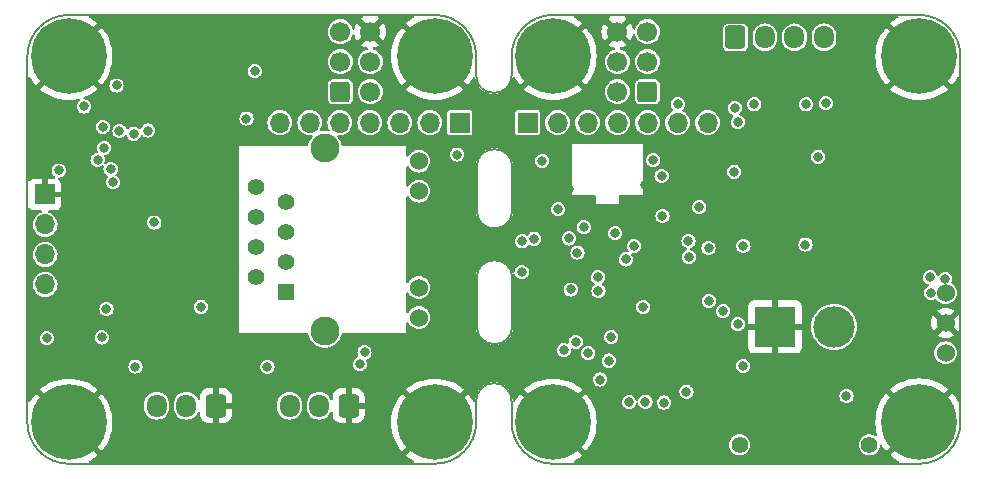
<source format=gbr>
%TF.GenerationSoftware,KiCad,Pcbnew,(7.0.0-0)*%
%TF.CreationDate,2023-05-24T17:39:11+02:00*%
%TF.ProjectId,ethersweep,65746865-7273-4776-9565-702e6b696361,2.0.1*%
%TF.SameCoordinates,Original*%
%TF.FileFunction,Copper,L2,Inr*%
%TF.FilePolarity,Positive*%
%FSLAX46Y46*%
G04 Gerber Fmt 4.6, Leading zero omitted, Abs format (unit mm)*
G04 Created by KiCad (PCBNEW (7.0.0-0)) date 2023-05-24 17:39:11*
%MOMM*%
%LPD*%
G01*
G04 APERTURE LIST*
G04 Aperture macros list*
%AMRoundRect*
0 Rectangle with rounded corners*
0 $1 Rounding radius*
0 $2 $3 $4 $5 $6 $7 $8 $9 X,Y pos of 4 corners*
0 Add a 4 corners polygon primitive as box body*
4,1,4,$2,$3,$4,$5,$6,$7,$8,$9,$2,$3,0*
0 Add four circle primitives for the rounded corners*
1,1,$1+$1,$2,$3*
1,1,$1+$1,$4,$5*
1,1,$1+$1,$6,$7*
1,1,$1+$1,$8,$9*
0 Add four rect primitives between the rounded corners*
20,1,$1+$1,$2,$3,$4,$5,0*
20,1,$1+$1,$4,$5,$6,$7,0*
20,1,$1+$1,$6,$7,$8,$9,0*
20,1,$1+$1,$8,$9,$2,$3,0*%
G04 Aperture macros list end*
%TA.AperFunction,ComponentPad*%
%ADD10R,1.398000X1.398000*%
%TD*%
%TA.AperFunction,ComponentPad*%
%ADD11C,1.398000*%
%TD*%
%TA.AperFunction,ComponentPad*%
%ADD12C,1.530000*%
%TD*%
%TA.AperFunction,ComponentPad*%
%ADD13C,2.445000*%
%TD*%
%TA.AperFunction,ComponentPad*%
%ADD14C,0.800000*%
%TD*%
%TA.AperFunction,ComponentPad*%
%ADD15C,6.400000*%
%TD*%
%TA.AperFunction,ComponentPad*%
%ADD16RoundRect,0.250000X0.600000X0.600000X-0.600000X0.600000X-0.600000X-0.600000X0.600000X-0.600000X0*%
%TD*%
%TA.AperFunction,ComponentPad*%
%ADD17C,1.700000*%
%TD*%
%TA.AperFunction,ComponentPad*%
%ADD18C,1.524000*%
%TD*%
%TA.AperFunction,ComponentPad*%
%ADD19C,1.400000*%
%TD*%
%TA.AperFunction,ComponentPad*%
%ADD20R,3.500000X3.500000*%
%TD*%
%TA.AperFunction,ComponentPad*%
%ADD21C,3.500000*%
%TD*%
%TA.AperFunction,ComponentPad*%
%ADD22R,1.700000X1.700000*%
%TD*%
%TA.AperFunction,ComponentPad*%
%ADD23O,1.700000X1.700000*%
%TD*%
%TA.AperFunction,ComponentPad*%
%ADD24RoundRect,0.250000X0.600000X0.725000X-0.600000X0.725000X-0.600000X-0.725000X0.600000X-0.725000X0*%
%TD*%
%TA.AperFunction,ComponentPad*%
%ADD25O,1.700000X1.950000*%
%TD*%
%TA.AperFunction,ComponentPad*%
%ADD26RoundRect,0.250000X-0.600000X-0.725000X0.600000X-0.725000X0.600000X0.725000X-0.600000X0.725000X0*%
%TD*%
%TA.AperFunction,ComponentPad*%
%ADD27RoundRect,0.250000X-0.600000X-0.600000X0.600000X-0.600000X0.600000X0.600000X-0.600000X0.600000X0*%
%TD*%
%TA.AperFunction,ViaPad*%
%ADD28C,0.800000*%
%TD*%
%TA.AperFunction,Profile*%
%ADD29C,0.150000*%
%TD*%
G04 APERTURE END LIST*
D10*
X167999999Y-50149999D03*
D11*
X165460000Y-48880000D03*
X168000000Y-47610000D03*
X165460000Y-46340000D03*
X168000000Y-45070000D03*
X165460000Y-43800000D03*
X168000000Y-42530000D03*
X165460000Y-41260000D03*
D12*
X179250000Y-52325000D03*
X179250000Y-49785000D03*
X179250000Y-41615000D03*
X179250000Y-39075000D03*
D13*
X171300000Y-53445000D03*
X171300000Y-37955000D03*
D14*
X178200000Y-30200000D03*
X178902944Y-28502944D03*
X178902944Y-31897056D03*
X180600000Y-27800000D03*
D15*
X180600000Y-30200000D03*
D14*
X180600000Y-32600000D03*
X182297056Y-28502944D03*
X182297056Y-31897056D03*
X183000000Y-30200000D03*
X147200000Y-30200000D03*
X147902944Y-28502944D03*
X147902944Y-31897056D03*
X149600000Y-27800000D03*
D15*
X149600000Y-30200000D03*
D14*
X149600000Y-32600000D03*
X151297056Y-28502944D03*
X151297056Y-31897056D03*
X152000000Y-30200000D03*
X147200000Y-61200000D03*
X147902944Y-59502944D03*
X147902944Y-62897056D03*
X149600000Y-58800000D03*
D15*
X149600000Y-61200000D03*
D14*
X149600000Y-63600000D03*
X151297056Y-59502944D03*
X151297056Y-62897056D03*
X152000000Y-61200000D03*
X178200000Y-61200000D03*
X178902944Y-59502944D03*
X178902944Y-62897056D03*
X180600000Y-58800000D03*
D15*
X180600000Y-61200000D03*
D14*
X180600000Y-63600000D03*
X182297056Y-59502944D03*
X182297056Y-62897056D03*
X183000000Y-61200000D03*
X188200000Y-30200000D03*
X188902944Y-28502944D03*
X188902944Y-31897056D03*
X190600000Y-27800000D03*
D15*
X190600000Y-30200000D03*
D14*
X190600000Y-32600000D03*
X192297056Y-28502944D03*
X192297056Y-31897056D03*
X193000000Y-30200000D03*
X219200000Y-30200000D03*
X219902944Y-28502944D03*
X219902944Y-31897056D03*
X221600000Y-27800000D03*
D15*
X221600000Y-30200000D03*
D14*
X221600000Y-32600000D03*
X223297056Y-28502944D03*
X223297056Y-31897056D03*
X224000000Y-30200000D03*
X188200000Y-61200000D03*
X188902944Y-59502944D03*
X188902944Y-62897056D03*
X190600000Y-58800000D03*
D15*
X190600000Y-61200000D03*
D14*
X190600000Y-63600000D03*
X192297056Y-59502944D03*
X192297056Y-62897056D03*
X193000000Y-61200000D03*
D16*
X198600000Y-33200000D03*
D17*
X196060000Y-33200000D03*
X198600000Y-30660000D03*
X196060000Y-30660000D03*
X198600000Y-28120000D03*
X196060000Y-28120000D03*
D14*
X219200000Y-61175001D03*
X219902944Y-59477945D03*
X219902944Y-62872057D03*
X221600000Y-58775001D03*
D15*
X221600000Y-61175001D03*
D14*
X221600000Y-63575001D03*
X223297056Y-59477945D03*
X223297056Y-62872057D03*
X224000000Y-61175001D03*
D18*
X223850000Y-55315000D03*
X223850000Y-52775000D03*
X223850000Y-50235000D03*
D19*
X217400000Y-63100000D03*
X206400000Y-63100000D03*
D20*
X209399999Y-53099999D03*
D21*
X214400000Y-53100000D03*
D22*
X182717599Y-35818999D03*
D23*
X180177599Y-35818999D03*
X177637599Y-35818999D03*
X175097599Y-35818999D03*
X172557599Y-35818999D03*
X170017599Y-35818999D03*
X167477599Y-35818999D03*
D24*
X173300000Y-59787500D03*
D25*
X170799999Y-59787499D03*
X168299999Y-59787499D03*
D24*
X162050000Y-59787500D03*
D25*
X159549999Y-59787499D03*
X157049999Y-59787499D03*
D22*
X188452999Y-35818999D03*
D23*
X190992999Y-35818999D03*
X193532999Y-35818999D03*
X196072999Y-35818999D03*
X198612999Y-35818999D03*
X201152999Y-35818999D03*
X203692999Y-35818999D03*
D26*
X206050000Y-28602500D03*
D25*
X208549999Y-28602499D03*
X211049999Y-28602499D03*
X213549999Y-28602499D03*
D27*
X172600000Y-33200000D03*
D17*
X175140000Y-33200000D03*
X172600000Y-30660000D03*
X175140000Y-30660000D03*
X172600000Y-28120000D03*
X175140000Y-28120000D03*
D22*
X147599999Y-41899999D03*
D23*
X147599999Y-44439999D03*
X147599999Y-46979999D03*
X147599999Y-49519999D03*
D28*
X158000000Y-47750000D03*
X147350000Y-39870000D03*
X212450000Y-40270000D03*
X160450000Y-29870000D03*
X222200000Y-51320000D03*
X188150000Y-47445000D03*
X153400000Y-44100000D03*
X216100000Y-38195000D03*
X155560000Y-35819000D03*
X208544400Y-37165200D03*
X209408000Y-35438000D03*
X207450000Y-40070000D03*
X220965000Y-49281000D03*
X196937500Y-49282500D03*
X168550000Y-27870000D03*
X210271600Y-35438000D03*
X221350000Y-39620000D03*
X168550000Y-55570000D03*
X162150000Y-31270000D03*
X204620000Y-61230000D03*
X154085000Y-28635000D03*
X202950000Y-40870000D03*
X203825000Y-59645000D03*
X222200000Y-53670000D03*
X205850000Y-44370000D03*
X200025000Y-51920000D03*
X147150000Y-35970000D03*
X199325000Y-55920000D03*
X221325000Y-38545000D03*
X202550000Y-31670000D03*
X198400500Y-41070000D03*
X199840000Y-42730000D03*
X217350000Y-33270000D03*
X208544400Y-35438000D03*
X200075000Y-28520000D03*
X209408000Y-36301600D03*
X200200000Y-27345000D03*
X191307122Y-40527122D03*
X159300000Y-50600000D03*
X211113900Y-41073143D03*
X151350000Y-43270000D03*
X158800000Y-32220000D03*
X162550000Y-40670000D03*
X159650000Y-44070000D03*
X162529096Y-39149096D03*
X211135200Y-35438000D03*
X152800000Y-27400000D03*
X211135200Y-38028800D03*
X152131000Y-40899000D03*
X197574500Y-45170000D03*
X192610285Y-49085573D03*
X161355227Y-39909548D03*
X199747253Y-62615067D03*
X211135200Y-36301600D03*
X190625000Y-52895000D03*
X208544400Y-36301600D03*
X161297982Y-38349548D03*
X210271600Y-37165200D03*
X208857000Y-58963000D03*
X209408000Y-37165200D03*
X160450000Y-31670000D03*
X212150000Y-44370000D03*
X203925000Y-56620000D03*
X211135200Y-37165200D03*
X212350000Y-42770000D03*
X194350000Y-45170000D03*
X210271600Y-38028800D03*
X223200000Y-34995000D03*
X208544400Y-38028800D03*
X168650000Y-29970000D03*
X157600000Y-40900000D03*
X162450000Y-37570000D03*
X217150000Y-31670000D03*
X210271600Y-36301600D03*
X222200000Y-52470000D03*
X191950000Y-41470000D03*
X209408000Y-38028800D03*
X161850000Y-42570000D03*
X202100000Y-47195000D03*
X202075000Y-45845000D03*
X203775000Y-46445000D03*
X206725210Y-46255966D03*
X156300501Y-36490312D03*
X222525000Y-48895000D03*
X155250000Y-56470000D03*
X193200000Y-44670000D03*
X191050000Y-43145000D03*
X202993500Y-42970000D03*
X152050000Y-38970000D03*
X223800000Y-49045000D03*
X199875000Y-43745000D03*
X198250000Y-51420000D03*
X148750000Y-39870000D03*
X201160000Y-34260000D03*
X166425000Y-56495000D03*
X215450000Y-58970000D03*
X147750000Y-54070000D03*
X222625000Y-50220000D03*
X213065372Y-38704628D03*
X192100000Y-49945000D03*
X206700000Y-56420000D03*
X189000000Y-45645000D03*
X153900000Y-36520000D03*
X189675000Y-39045000D03*
X191975000Y-45620000D03*
X155100000Y-36750000D03*
X199100000Y-38995000D03*
X196775000Y-47395000D03*
X195875000Y-45170000D03*
X194575000Y-57570000D03*
X152488673Y-36175003D03*
X188000000Y-45870000D03*
X182500000Y-38520000D03*
X213700000Y-34170000D03*
X206000000Y-34570000D03*
X212050000Y-34270000D03*
X207650000Y-34270000D03*
X152600000Y-37950000D03*
X199800000Y-40320000D03*
X192675000Y-46820000D03*
X150900000Y-34450000D03*
X164650000Y-35470000D03*
X160800000Y-51400000D03*
X152400000Y-54000000D03*
X152800000Y-51600000D03*
X156850000Y-44270000D03*
X201900000Y-58595000D03*
X197050000Y-59495000D03*
X198425000Y-59445000D03*
X200000000Y-59520000D03*
X153350000Y-40870000D03*
X174250000Y-56270000D03*
X174650000Y-55270000D03*
X153150000Y-39750000D03*
X194450000Y-50070000D03*
X195525000Y-53970000D03*
X195325000Y-55970000D03*
X187950000Y-48470000D03*
X197450000Y-46270000D03*
X194400000Y-48895000D03*
X211980000Y-46140000D03*
X205950000Y-39970000D03*
X206250000Y-35770000D03*
X192525000Y-54395000D03*
X203800000Y-50920000D03*
X205000000Y-51770000D03*
X193575000Y-55320000D03*
X191525000Y-55070000D03*
X206250000Y-52870000D03*
X153650000Y-32670000D03*
X165350000Y-31470000D03*
%TA.AperFunction,Conductor*%
G36*
X174440500Y-26787913D02*
G01*
X174476461Y-26822038D01*
X174491368Y-26869320D01*
X174481484Y-26917900D01*
X174449287Y-26955597D01*
X174390505Y-26996754D01*
X174383584Y-27005507D01*
X174388878Y-27015325D01*
X175130785Y-27757232D01*
X175140000Y-27762552D01*
X175149214Y-27757232D01*
X175891120Y-27015325D01*
X175896414Y-27005506D01*
X175889495Y-26996756D01*
X175830712Y-26955596D01*
X175798516Y-26917899D01*
X175788632Y-26869319D01*
X175803539Y-26822038D01*
X175839500Y-26787913D01*
X175887496Y-26775500D01*
X178758643Y-26775500D01*
X178809038Y-26789287D01*
X178845397Y-26826806D01*
X178857594Y-26877610D01*
X178842231Y-26927547D01*
X178803588Y-26962710D01*
X178749768Y-26990132D01*
X178745283Y-26992722D01*
X178424384Y-27201116D01*
X178420198Y-27204157D01*
X178175463Y-27402338D01*
X178169165Y-27411333D01*
X178174487Y-27420934D01*
X183379064Y-32625511D01*
X183388666Y-32630834D01*
X183397657Y-32624538D01*
X183595835Y-32379809D01*
X183598887Y-32375608D01*
X183807277Y-32054716D01*
X183809871Y-32050224D01*
X183850767Y-31969961D01*
X183883453Y-31932941D01*
X183929954Y-31916317D01*
X183978701Y-31924224D01*
X184017564Y-31954696D01*
X184036871Y-32000149D01*
X184058774Y-32145464D01*
X184059694Y-32151565D01*
X184060785Y-32155102D01*
X184060786Y-32155106D01*
X184128205Y-32373675D01*
X184128209Y-32373685D01*
X184129296Y-32377209D01*
X184130898Y-32380536D01*
X184130901Y-32380543D01*
X184197903Y-32519673D01*
X184231751Y-32589959D01*
X184364770Y-32785063D01*
X184525383Y-32958162D01*
X184710001Y-33105390D01*
X184914499Y-33223457D01*
X185134311Y-33309727D01*
X185364525Y-33362272D01*
X185600000Y-33379918D01*
X185835475Y-33362272D01*
X186065689Y-33309727D01*
X186285501Y-33223457D01*
X186489999Y-33105390D01*
X186636366Y-32988666D01*
X188169165Y-32988666D01*
X188175461Y-32997658D01*
X188420200Y-33195843D01*
X188424387Y-33198884D01*
X188745283Y-33407277D01*
X188749768Y-33409867D01*
X189090698Y-33583579D01*
X189095434Y-33585688D01*
X189452643Y-33722808D01*
X189457571Y-33724409D01*
X189827161Y-33823440D01*
X189832240Y-33824520D01*
X190210148Y-33884374D01*
X190215310Y-33884917D01*
X190597405Y-33904942D01*
X190602595Y-33904942D01*
X190984689Y-33884917D01*
X190989851Y-33884374D01*
X191367759Y-33824520D01*
X191372838Y-33823440D01*
X191742428Y-33724409D01*
X191747356Y-33722808D01*
X192104565Y-33585688D01*
X192109301Y-33583579D01*
X192450231Y-33409867D01*
X192454716Y-33407277D01*
X192773894Y-33200000D01*
X195004417Y-33200000D01*
X195024700Y-33405934D01*
X195026111Y-33410586D01*
X195026112Y-33410590D01*
X195083354Y-33599293D01*
X195084768Y-33603954D01*
X195087062Y-33608246D01*
X195087063Y-33608248D01*
X195180023Y-33782163D01*
X195180025Y-33782166D01*
X195182315Y-33786450D01*
X195185398Y-33790207D01*
X195185399Y-33790208D01*
X195294361Y-33922980D01*
X195313590Y-33946410D01*
X195473550Y-34077685D01*
X195656046Y-34175232D01*
X195854066Y-34235300D01*
X196060000Y-34255583D01*
X196265934Y-34235300D01*
X196463954Y-34175232D01*
X196646450Y-34077685D01*
X196806410Y-33946410D01*
X196882030Y-33854266D01*
X197549500Y-33854266D01*
X197549714Y-33856556D01*
X197549715Y-33856561D01*
X197551791Y-33878702D01*
X197551792Y-33878706D01*
X197552354Y-33884699D01*
X197554343Y-33890384D01*
X197554344Y-33890387D01*
X197594756Y-34005879D01*
X197594757Y-34005882D01*
X197597207Y-34012882D01*
X197601611Y-34018849D01*
X197601612Y-34018851D01*
X197646724Y-34079976D01*
X197677850Y-34122150D01*
X197787118Y-34202793D01*
X197915301Y-34247646D01*
X197945734Y-34250500D01*
X199251955Y-34250500D01*
X199254266Y-34250500D01*
X199284699Y-34247646D01*
X199412882Y-34202793D01*
X199522150Y-34122150D01*
X199602793Y-34012882D01*
X199647646Y-33884699D01*
X199650500Y-33854266D01*
X199650500Y-32988666D01*
X219169165Y-32988666D01*
X219175461Y-32997658D01*
X219420200Y-33195843D01*
X219424387Y-33198884D01*
X219745283Y-33407277D01*
X219749768Y-33409867D01*
X220090698Y-33583579D01*
X220095434Y-33585688D01*
X220452643Y-33722808D01*
X220457571Y-33724409D01*
X220827161Y-33823440D01*
X220832240Y-33824520D01*
X221210148Y-33884374D01*
X221215310Y-33884917D01*
X221597405Y-33904942D01*
X221602595Y-33904942D01*
X221984689Y-33884917D01*
X221989851Y-33884374D01*
X222367759Y-33824520D01*
X222372838Y-33823440D01*
X222742428Y-33724409D01*
X222747356Y-33722808D01*
X223104565Y-33585688D01*
X223109301Y-33583579D01*
X223450231Y-33409867D01*
X223454716Y-33407277D01*
X223775608Y-33198887D01*
X223779809Y-33195835D01*
X224024538Y-32997657D01*
X224030834Y-32988666D01*
X224025511Y-32979064D01*
X221609214Y-30562767D01*
X221600000Y-30557447D01*
X221590785Y-30562767D01*
X219174487Y-32979064D01*
X219169165Y-32988666D01*
X199650500Y-32988666D01*
X199650500Y-32545734D01*
X199647646Y-32515301D01*
X199602793Y-32387118D01*
X199522150Y-32277850D01*
X199412882Y-32197207D01*
X199405882Y-32194757D01*
X199405879Y-32194756D01*
X199290387Y-32154344D01*
X199290384Y-32154343D01*
X199284699Y-32152354D01*
X199278706Y-32151792D01*
X199278702Y-32151791D01*
X199256561Y-32149715D01*
X199256556Y-32149714D01*
X199254266Y-32149500D01*
X197945734Y-32149500D01*
X197943444Y-32149714D01*
X197943438Y-32149715D01*
X197921297Y-32151791D01*
X197921291Y-32151792D01*
X197915301Y-32152354D01*
X197909617Y-32154342D01*
X197909612Y-32154344D01*
X197794120Y-32194756D01*
X197794114Y-32194758D01*
X197787118Y-32197207D01*
X197781152Y-32201609D01*
X197781148Y-32201612D01*
X197683823Y-32273441D01*
X197683820Y-32273443D01*
X197677850Y-32277850D01*
X197673443Y-32283820D01*
X197673441Y-32283823D01*
X197601612Y-32381148D01*
X197601609Y-32381152D01*
X197597207Y-32387118D01*
X197594758Y-32394114D01*
X197594756Y-32394120D01*
X197554344Y-32509612D01*
X197554342Y-32509617D01*
X197552354Y-32515301D01*
X197551792Y-32521291D01*
X197551791Y-32521297D01*
X197549715Y-32543438D01*
X197549500Y-32545734D01*
X197549500Y-33854266D01*
X196882030Y-33854266D01*
X196937685Y-33786450D01*
X197035232Y-33603954D01*
X197095300Y-33405934D01*
X197115583Y-33200000D01*
X197095300Y-32994066D01*
X197035232Y-32796046D01*
X196937685Y-32613550D01*
X196806410Y-32453590D01*
X196798025Y-32446709D01*
X196650208Y-32325399D01*
X196650207Y-32325398D01*
X196646450Y-32322315D01*
X196642166Y-32320025D01*
X196642163Y-32320023D01*
X196468248Y-32227063D01*
X196468246Y-32227062D01*
X196463954Y-32224768D01*
X196459293Y-32223354D01*
X196270590Y-32166112D01*
X196270586Y-32166111D01*
X196265934Y-32164700D01*
X196060000Y-32144417D01*
X196055157Y-32144894D01*
X195858908Y-32164223D01*
X195858907Y-32164223D01*
X195854066Y-32164700D01*
X195849415Y-32166110D01*
X195849409Y-32166112D01*
X195660706Y-32223354D01*
X195660702Y-32223355D01*
X195656046Y-32224768D01*
X195651757Y-32227060D01*
X195651751Y-32227063D01*
X195477836Y-32320023D01*
X195477828Y-32320028D01*
X195473550Y-32322315D01*
X195469796Y-32325394D01*
X195469791Y-32325399D01*
X195317354Y-32450500D01*
X195317348Y-32450505D01*
X195313590Y-32453590D01*
X195310505Y-32457348D01*
X195310500Y-32457354D01*
X195185399Y-32609791D01*
X195185394Y-32609796D01*
X195182315Y-32613550D01*
X195180028Y-32617828D01*
X195180023Y-32617836D01*
X195087063Y-32791751D01*
X195087060Y-32791757D01*
X195084768Y-32796046D01*
X195083355Y-32800702D01*
X195083354Y-32800706D01*
X195026112Y-32989409D01*
X195026110Y-32989415D01*
X195024700Y-32994066D01*
X195004417Y-33200000D01*
X192773894Y-33200000D01*
X192775608Y-33198887D01*
X192779809Y-33195835D01*
X193024538Y-32997657D01*
X193030834Y-32988666D01*
X193025511Y-32979064D01*
X190609214Y-30562767D01*
X190600000Y-30557447D01*
X190590785Y-30562767D01*
X188174487Y-32979064D01*
X188169165Y-32988666D01*
X186636366Y-32988666D01*
X186674617Y-32958162D01*
X186835230Y-32785063D01*
X186968249Y-32589959D01*
X187070704Y-32377209D01*
X187140306Y-32151565D01*
X187163128Y-32000149D01*
X187182435Y-31954696D01*
X187221297Y-31924225D01*
X187270044Y-31916317D01*
X187316546Y-31932941D01*
X187349232Y-31969960D01*
X187390132Y-32050231D01*
X187392722Y-32054716D01*
X187601115Y-32375612D01*
X187604156Y-32379799D01*
X187802340Y-32624537D01*
X187811332Y-32630833D01*
X187820934Y-32625511D01*
X190246447Y-30200000D01*
X190957447Y-30200000D01*
X190962767Y-30209214D01*
X193379064Y-32625511D01*
X193388666Y-32630834D01*
X193397657Y-32624538D01*
X193595835Y-32379809D01*
X193598887Y-32375608D01*
X193807277Y-32054716D01*
X193809867Y-32050231D01*
X193983579Y-31709301D01*
X193985688Y-31704565D01*
X194122808Y-31347356D01*
X194124409Y-31342428D01*
X194223440Y-30972838D01*
X194224520Y-30967759D01*
X194273264Y-30660000D01*
X195004417Y-30660000D01*
X195024700Y-30865934D01*
X195026111Y-30870586D01*
X195026112Y-30870590D01*
X195076823Y-31037763D01*
X195084768Y-31063954D01*
X195087062Y-31068246D01*
X195087063Y-31068248D01*
X195180023Y-31242163D01*
X195180025Y-31242166D01*
X195182315Y-31246450D01*
X195313590Y-31406410D01*
X195473550Y-31537685D01*
X195656046Y-31635232D01*
X195854066Y-31695300D01*
X196060000Y-31715583D01*
X196265934Y-31695300D01*
X196463954Y-31635232D01*
X196646450Y-31537685D01*
X196806410Y-31406410D01*
X196937685Y-31246450D01*
X197035232Y-31063954D01*
X197095300Y-30865934D01*
X197115583Y-30660000D01*
X197544417Y-30660000D01*
X197564700Y-30865934D01*
X197566111Y-30870586D01*
X197566112Y-30870590D01*
X197616823Y-31037763D01*
X197624768Y-31063954D01*
X197627062Y-31068246D01*
X197627063Y-31068248D01*
X197720023Y-31242163D01*
X197720025Y-31242166D01*
X197722315Y-31246450D01*
X197853590Y-31406410D01*
X198013550Y-31537685D01*
X198196046Y-31635232D01*
X198394066Y-31695300D01*
X198600000Y-31715583D01*
X198805934Y-31695300D01*
X199003954Y-31635232D01*
X199186450Y-31537685D01*
X199346410Y-31406410D01*
X199477685Y-31246450D01*
X199575232Y-31063954D01*
X199635300Y-30865934D01*
X199655583Y-30660000D01*
X199635300Y-30454066D01*
X199575232Y-30256046D01*
X199546662Y-30202595D01*
X217895058Y-30202595D01*
X217915082Y-30584689D01*
X217915625Y-30589851D01*
X217975479Y-30967759D01*
X217976559Y-30972838D01*
X218075590Y-31342428D01*
X218077191Y-31347356D01*
X218214311Y-31704565D01*
X218216420Y-31709301D01*
X218390132Y-32050231D01*
X218392722Y-32054716D01*
X218601115Y-32375612D01*
X218604156Y-32379799D01*
X218802340Y-32624537D01*
X218811332Y-32630833D01*
X218820934Y-32625511D01*
X221237232Y-30209214D01*
X221242552Y-30200000D01*
X221237232Y-30190785D01*
X218820934Y-27774487D01*
X218811333Y-27769165D01*
X218802338Y-27775463D01*
X218604157Y-28020198D01*
X218601116Y-28024384D01*
X218392722Y-28345283D01*
X218390132Y-28349768D01*
X218216420Y-28690698D01*
X218214311Y-28695434D01*
X218077191Y-29052643D01*
X218075590Y-29057571D01*
X217976559Y-29427161D01*
X217975479Y-29432240D01*
X217915625Y-29810148D01*
X217915082Y-29815310D01*
X217895058Y-30197405D01*
X217895058Y-30202595D01*
X199546662Y-30202595D01*
X199477685Y-30073550D01*
X199346410Y-29913590D01*
X199286398Y-29864340D01*
X199190208Y-29785399D01*
X199190207Y-29785398D01*
X199186450Y-29782315D01*
X199182166Y-29780025D01*
X199182163Y-29780023D01*
X199008248Y-29687063D01*
X199008246Y-29687062D01*
X199003954Y-29684768D01*
X198999293Y-29683354D01*
X198810590Y-29626112D01*
X198810586Y-29626111D01*
X198805934Y-29624700D01*
X198600000Y-29604417D01*
X198595157Y-29604894D01*
X198398908Y-29624223D01*
X198398907Y-29624223D01*
X198394066Y-29624700D01*
X198389415Y-29626110D01*
X198389409Y-29626112D01*
X198200706Y-29683354D01*
X198200702Y-29683355D01*
X198196046Y-29684768D01*
X198191757Y-29687060D01*
X198191751Y-29687063D01*
X198017836Y-29780023D01*
X198017828Y-29780028D01*
X198013550Y-29782315D01*
X198009796Y-29785394D01*
X198009791Y-29785399D01*
X197857354Y-29910500D01*
X197857348Y-29910505D01*
X197853590Y-29913590D01*
X197850505Y-29917348D01*
X197850500Y-29917354D01*
X197725399Y-30069791D01*
X197725394Y-30069796D01*
X197722315Y-30073550D01*
X197720028Y-30077828D01*
X197720023Y-30077836D01*
X197627063Y-30251751D01*
X197627060Y-30251757D01*
X197624768Y-30256046D01*
X197623355Y-30260702D01*
X197623354Y-30260706D01*
X197566112Y-30449409D01*
X197566110Y-30449415D01*
X197564700Y-30454066D01*
X197544417Y-30660000D01*
X197115583Y-30660000D01*
X197095300Y-30454066D01*
X197035232Y-30256046D01*
X196937685Y-30073550D01*
X196806410Y-29913590D01*
X196746398Y-29864340D01*
X196650208Y-29785399D01*
X196650207Y-29785398D01*
X196646450Y-29782315D01*
X196642166Y-29780025D01*
X196642163Y-29780023D01*
X196468248Y-29687063D01*
X196468246Y-29687062D01*
X196463954Y-29684768D01*
X196430869Y-29674732D01*
X196313672Y-29639181D01*
X196270598Y-29612591D01*
X196246299Y-29568185D01*
X196247127Y-29517571D01*
X196272866Y-29473984D01*
X196316787Y-29448817D01*
X196519318Y-29394549D01*
X196527410Y-29391603D01*
X196548505Y-29381766D01*
X204999500Y-29381766D01*
X204999714Y-29384056D01*
X204999715Y-29384061D01*
X205001791Y-29406202D01*
X205001792Y-29406206D01*
X205002354Y-29412199D01*
X205004343Y-29417884D01*
X205004344Y-29417887D01*
X205044756Y-29533379D01*
X205044757Y-29533382D01*
X205047207Y-29540382D01*
X205051611Y-29546349D01*
X205051612Y-29546351D01*
X205096724Y-29607476D01*
X205127850Y-29649650D01*
X205237118Y-29730293D01*
X205365301Y-29775146D01*
X205395734Y-29778000D01*
X206701955Y-29778000D01*
X206704266Y-29778000D01*
X206734699Y-29775146D01*
X206862882Y-29730293D01*
X206972150Y-29649650D01*
X207052793Y-29540382D01*
X207097646Y-29412199D01*
X207100500Y-29381766D01*
X207100500Y-28779108D01*
X207499500Y-28779108D01*
X207499738Y-28781531D01*
X207499739Y-28781538D01*
X207509084Y-28876414D01*
X207514700Y-28933434D01*
X207516111Y-28938086D01*
X207516112Y-28938090D01*
X207533254Y-28994600D01*
X207574768Y-29131454D01*
X207577062Y-29135746D01*
X207577063Y-29135748D01*
X207670023Y-29309663D01*
X207670025Y-29309666D01*
X207672315Y-29313950D01*
X207675398Y-29317707D01*
X207675399Y-29317708D01*
X207769392Y-29432240D01*
X207803590Y-29473910D01*
X207963550Y-29605185D01*
X207967835Y-29607475D01*
X207967836Y-29607476D01*
X207999167Y-29624223D01*
X208146046Y-29702732D01*
X208344066Y-29762800D01*
X208550000Y-29783083D01*
X208755934Y-29762800D01*
X208953954Y-29702732D01*
X209136450Y-29605185D01*
X209296410Y-29473910D01*
X209427685Y-29313950D01*
X209525232Y-29131454D01*
X209585300Y-28933434D01*
X209600500Y-28779108D01*
X209999500Y-28779108D01*
X209999738Y-28781531D01*
X209999739Y-28781538D01*
X210009084Y-28876414D01*
X210014700Y-28933434D01*
X210016111Y-28938086D01*
X210016112Y-28938090D01*
X210033254Y-28994600D01*
X210074768Y-29131454D01*
X210077062Y-29135746D01*
X210077063Y-29135748D01*
X210170023Y-29309663D01*
X210170025Y-29309666D01*
X210172315Y-29313950D01*
X210175398Y-29317707D01*
X210175399Y-29317708D01*
X210269392Y-29432240D01*
X210303590Y-29473910D01*
X210463550Y-29605185D01*
X210467835Y-29607475D01*
X210467836Y-29607476D01*
X210499167Y-29624223D01*
X210646046Y-29702732D01*
X210844066Y-29762800D01*
X211050000Y-29783083D01*
X211255934Y-29762800D01*
X211453954Y-29702732D01*
X211636450Y-29605185D01*
X211796410Y-29473910D01*
X211927685Y-29313950D01*
X212025232Y-29131454D01*
X212085300Y-28933434D01*
X212100500Y-28779108D01*
X212499500Y-28779108D01*
X212499738Y-28781531D01*
X212499739Y-28781538D01*
X212509084Y-28876414D01*
X212514700Y-28933434D01*
X212516111Y-28938086D01*
X212516112Y-28938090D01*
X212533254Y-28994600D01*
X212574768Y-29131454D01*
X212577062Y-29135746D01*
X212577063Y-29135748D01*
X212670023Y-29309663D01*
X212670025Y-29309666D01*
X212672315Y-29313950D01*
X212675398Y-29317707D01*
X212675399Y-29317708D01*
X212769392Y-29432240D01*
X212803590Y-29473910D01*
X212963550Y-29605185D01*
X212967835Y-29607475D01*
X212967836Y-29607476D01*
X212999167Y-29624223D01*
X213146046Y-29702732D01*
X213344066Y-29762800D01*
X213550000Y-29783083D01*
X213755934Y-29762800D01*
X213953954Y-29702732D01*
X214136450Y-29605185D01*
X214296410Y-29473910D01*
X214427685Y-29313950D01*
X214525232Y-29131454D01*
X214585300Y-28933434D01*
X214600500Y-28779108D01*
X214600500Y-28425892D01*
X214585300Y-28271566D01*
X214525232Y-28073546D01*
X214427685Y-27891050D01*
X214296410Y-27731090D01*
X214210613Y-27660679D01*
X214140208Y-27602899D01*
X214140207Y-27602898D01*
X214136450Y-27599815D01*
X214132166Y-27597525D01*
X214132163Y-27597523D01*
X213958248Y-27504563D01*
X213958246Y-27504562D01*
X213953954Y-27502268D01*
X213949293Y-27500854D01*
X213760590Y-27443612D01*
X213760586Y-27443611D01*
X213755934Y-27442200D01*
X213550000Y-27421917D01*
X213545157Y-27422394D01*
X213348908Y-27441723D01*
X213348907Y-27441723D01*
X213344066Y-27442200D01*
X213339415Y-27443610D01*
X213339409Y-27443612D01*
X213150706Y-27500854D01*
X213150702Y-27500855D01*
X213146046Y-27502268D01*
X213141757Y-27504560D01*
X213141751Y-27504563D01*
X212967836Y-27597523D01*
X212967828Y-27597528D01*
X212963550Y-27599815D01*
X212959796Y-27602894D01*
X212959791Y-27602899D01*
X212807354Y-27728000D01*
X212807348Y-27728005D01*
X212803590Y-27731090D01*
X212800505Y-27734848D01*
X212800500Y-27734854D01*
X212675399Y-27887291D01*
X212675394Y-27887296D01*
X212672315Y-27891050D01*
X212670028Y-27895328D01*
X212670023Y-27895336D01*
X212577063Y-28069251D01*
X212577060Y-28069257D01*
X212574768Y-28073546D01*
X212573355Y-28078202D01*
X212573354Y-28078206D01*
X212516112Y-28266909D01*
X212516110Y-28266915D01*
X212514700Y-28271566D01*
X212514223Y-28276407D01*
X212514223Y-28276408D01*
X212506998Y-28349768D01*
X212499500Y-28425892D01*
X212499500Y-28779108D01*
X212100500Y-28779108D01*
X212100500Y-28425892D01*
X212085300Y-28271566D01*
X212025232Y-28073546D01*
X211927685Y-27891050D01*
X211796410Y-27731090D01*
X211710613Y-27660679D01*
X211640208Y-27602899D01*
X211640207Y-27602898D01*
X211636450Y-27599815D01*
X211632166Y-27597525D01*
X211632163Y-27597523D01*
X211458248Y-27504563D01*
X211458246Y-27504562D01*
X211453954Y-27502268D01*
X211449293Y-27500854D01*
X211260590Y-27443612D01*
X211260586Y-27443611D01*
X211255934Y-27442200D01*
X211050000Y-27421917D01*
X211045157Y-27422394D01*
X210848908Y-27441723D01*
X210848907Y-27441723D01*
X210844066Y-27442200D01*
X210839415Y-27443610D01*
X210839409Y-27443612D01*
X210650706Y-27500854D01*
X210650702Y-27500855D01*
X210646046Y-27502268D01*
X210641757Y-27504560D01*
X210641751Y-27504563D01*
X210467836Y-27597523D01*
X210467828Y-27597528D01*
X210463550Y-27599815D01*
X210459796Y-27602894D01*
X210459791Y-27602899D01*
X210307354Y-27728000D01*
X210307348Y-27728005D01*
X210303590Y-27731090D01*
X210300505Y-27734848D01*
X210300500Y-27734854D01*
X210175399Y-27887291D01*
X210175394Y-27887296D01*
X210172315Y-27891050D01*
X210170028Y-27895328D01*
X210170023Y-27895336D01*
X210077063Y-28069251D01*
X210077060Y-28069257D01*
X210074768Y-28073546D01*
X210073355Y-28078202D01*
X210073354Y-28078206D01*
X210016112Y-28266909D01*
X210016110Y-28266915D01*
X210014700Y-28271566D01*
X210014223Y-28276407D01*
X210014223Y-28276408D01*
X210006998Y-28349768D01*
X209999500Y-28425892D01*
X209999500Y-28779108D01*
X209600500Y-28779108D01*
X209600500Y-28425892D01*
X209585300Y-28271566D01*
X209525232Y-28073546D01*
X209427685Y-27891050D01*
X209296410Y-27731090D01*
X209210613Y-27660679D01*
X209140208Y-27602899D01*
X209140207Y-27602898D01*
X209136450Y-27599815D01*
X209132166Y-27597525D01*
X209132163Y-27597523D01*
X208958248Y-27504563D01*
X208958246Y-27504562D01*
X208953954Y-27502268D01*
X208949293Y-27500854D01*
X208760590Y-27443612D01*
X208760586Y-27443611D01*
X208755934Y-27442200D01*
X208550000Y-27421917D01*
X208545157Y-27422394D01*
X208348908Y-27441723D01*
X208348907Y-27441723D01*
X208344066Y-27442200D01*
X208339415Y-27443610D01*
X208339409Y-27443612D01*
X208150706Y-27500854D01*
X208150702Y-27500855D01*
X208146046Y-27502268D01*
X208141757Y-27504560D01*
X208141751Y-27504563D01*
X207967836Y-27597523D01*
X207967828Y-27597528D01*
X207963550Y-27599815D01*
X207959796Y-27602894D01*
X207959791Y-27602899D01*
X207807354Y-27728000D01*
X207807348Y-27728005D01*
X207803590Y-27731090D01*
X207800505Y-27734848D01*
X207800500Y-27734854D01*
X207675399Y-27887291D01*
X207675394Y-27887296D01*
X207672315Y-27891050D01*
X207670028Y-27895328D01*
X207670023Y-27895336D01*
X207577063Y-28069251D01*
X207577060Y-28069257D01*
X207574768Y-28073546D01*
X207573355Y-28078202D01*
X207573354Y-28078206D01*
X207516112Y-28266909D01*
X207516110Y-28266915D01*
X207514700Y-28271566D01*
X207514223Y-28276407D01*
X207514223Y-28276408D01*
X207506998Y-28349768D01*
X207499500Y-28425892D01*
X207499500Y-28779108D01*
X207100500Y-28779108D01*
X207100500Y-27823234D01*
X207097646Y-27792801D01*
X207052793Y-27664618D01*
X206972150Y-27555350D01*
X206862882Y-27474707D01*
X206855882Y-27472257D01*
X206855879Y-27472256D01*
X206740387Y-27431844D01*
X206740384Y-27431843D01*
X206734699Y-27429854D01*
X206728706Y-27429292D01*
X206728702Y-27429291D01*
X206706561Y-27427215D01*
X206706556Y-27427214D01*
X206704266Y-27427000D01*
X205395734Y-27427000D01*
X205393444Y-27427214D01*
X205393438Y-27427215D01*
X205371297Y-27429291D01*
X205371291Y-27429292D01*
X205365301Y-27429854D01*
X205359617Y-27431842D01*
X205359612Y-27431844D01*
X205244120Y-27472256D01*
X205244114Y-27472258D01*
X205237118Y-27474707D01*
X205231152Y-27479109D01*
X205231148Y-27479112D01*
X205133823Y-27550941D01*
X205133820Y-27550943D01*
X205127850Y-27555350D01*
X205123443Y-27561320D01*
X205123441Y-27561323D01*
X205051612Y-27658648D01*
X205051609Y-27658652D01*
X205047207Y-27664618D01*
X205044758Y-27671614D01*
X205044756Y-27671620D01*
X205004344Y-27787112D01*
X205004342Y-27787117D01*
X205002354Y-27792801D01*
X205001792Y-27798791D01*
X205001791Y-27798797D01*
X204999715Y-27820938D01*
X204999500Y-27823234D01*
X204999500Y-29381766D01*
X196548505Y-29381766D01*
X196733662Y-29295426D01*
X196741114Y-29291124D01*
X196809494Y-29243243D01*
X196816414Y-29234491D01*
X196811120Y-29224673D01*
X196069214Y-28482767D01*
X196060000Y-28477447D01*
X196050785Y-28482767D01*
X195308878Y-29224673D01*
X195303584Y-29234490D01*
X195310506Y-29243245D01*
X195378875Y-29291117D01*
X195386345Y-29295430D01*
X195592589Y-29391603D01*
X195600682Y-29394549D01*
X195803212Y-29448817D01*
X195847133Y-29473984D01*
X195872872Y-29517571D01*
X195873700Y-29568185D01*
X195849401Y-29612591D01*
X195806327Y-29639181D01*
X195660706Y-29683354D01*
X195660702Y-29683355D01*
X195656046Y-29684768D01*
X195651757Y-29687060D01*
X195651751Y-29687063D01*
X195477836Y-29780023D01*
X195477828Y-29780028D01*
X195473550Y-29782315D01*
X195469796Y-29785394D01*
X195469791Y-29785399D01*
X195317354Y-29910500D01*
X195317348Y-29910505D01*
X195313590Y-29913590D01*
X195310505Y-29917348D01*
X195310500Y-29917354D01*
X195185399Y-30069791D01*
X195185394Y-30069796D01*
X195182315Y-30073550D01*
X195180028Y-30077828D01*
X195180023Y-30077836D01*
X195087063Y-30251751D01*
X195087060Y-30251757D01*
X195084768Y-30256046D01*
X195083355Y-30260702D01*
X195083354Y-30260706D01*
X195026112Y-30449409D01*
X195026110Y-30449415D01*
X195024700Y-30454066D01*
X195004417Y-30660000D01*
X194273264Y-30660000D01*
X194284374Y-30589851D01*
X194284917Y-30584689D01*
X194304942Y-30202595D01*
X194304942Y-30197405D01*
X194284917Y-29815310D01*
X194284374Y-29810148D01*
X194224520Y-29432240D01*
X194223440Y-29427161D01*
X194124409Y-29057571D01*
X194122808Y-29052643D01*
X193985688Y-28695434D01*
X193983579Y-28690698D01*
X193809867Y-28349768D01*
X193807277Y-28345283D01*
X193663774Y-28124309D01*
X194705220Y-28124309D01*
X194725053Y-28351009D01*
X194726550Y-28359497D01*
X194785450Y-28579318D01*
X194788396Y-28587410D01*
X194884569Y-28793654D01*
X194888882Y-28801124D01*
X194936755Y-28869494D01*
X194945506Y-28876414D01*
X194955325Y-28871120D01*
X195697232Y-28129214D01*
X195702552Y-28120000D01*
X196417447Y-28120000D01*
X196422767Y-28129214D01*
X197164673Y-28871120D01*
X197174491Y-28876414D01*
X197183243Y-28869494D01*
X197231124Y-28801114D01*
X197235426Y-28793662D01*
X197331603Y-28587410D01*
X197334549Y-28579318D01*
X197388817Y-28376787D01*
X197413984Y-28332866D01*
X197457571Y-28307127D01*
X197508185Y-28306299D01*
X197552591Y-28330598D01*
X197579180Y-28373671D01*
X197624768Y-28523954D01*
X197627062Y-28528246D01*
X197627063Y-28528248D01*
X197720023Y-28702163D01*
X197720025Y-28702166D01*
X197722315Y-28706450D01*
X197725398Y-28710207D01*
X197725399Y-28710208D01*
X197793887Y-28793662D01*
X197853590Y-28866410D01*
X198013550Y-28997685D01*
X198196046Y-29095232D01*
X198394066Y-29155300D01*
X198600000Y-29175583D01*
X198805934Y-29155300D01*
X199003954Y-29095232D01*
X199186450Y-28997685D01*
X199346410Y-28866410D01*
X199477685Y-28706450D01*
X199575232Y-28523954D01*
X199635300Y-28325934D01*
X199655583Y-28120000D01*
X199635300Y-27914066D01*
X199575232Y-27716046D01*
X199477685Y-27533550D01*
X199346410Y-27373590D01*
X199340668Y-27368878D01*
X199190208Y-27245399D01*
X199190207Y-27245398D01*
X199186450Y-27242315D01*
X199182166Y-27240025D01*
X199182163Y-27240023D01*
X199008248Y-27147063D01*
X199008246Y-27147062D01*
X199003954Y-27144768D01*
X198999293Y-27143354D01*
X198810590Y-27086112D01*
X198810586Y-27086111D01*
X198805934Y-27084700D01*
X198600000Y-27064417D01*
X198595157Y-27064894D01*
X198398908Y-27084223D01*
X198398907Y-27084223D01*
X198394066Y-27084700D01*
X198389415Y-27086110D01*
X198389409Y-27086112D01*
X198200706Y-27143354D01*
X198200702Y-27143355D01*
X198196046Y-27144768D01*
X198191757Y-27147060D01*
X198191751Y-27147063D01*
X198017836Y-27240023D01*
X198017828Y-27240028D01*
X198013550Y-27242315D01*
X198009796Y-27245394D01*
X198009791Y-27245399D01*
X197857354Y-27370500D01*
X197857348Y-27370505D01*
X197853590Y-27373590D01*
X197850505Y-27377348D01*
X197850500Y-27377354D01*
X197725399Y-27529791D01*
X197725394Y-27529796D01*
X197722315Y-27533550D01*
X197720028Y-27537828D01*
X197720023Y-27537836D01*
X197627063Y-27711751D01*
X197627060Y-27711757D01*
X197624768Y-27716046D01*
X197623355Y-27720702D01*
X197623354Y-27720706D01*
X197579181Y-27866327D01*
X197552591Y-27909401D01*
X197508185Y-27933700D01*
X197457571Y-27932872D01*
X197413984Y-27907133D01*
X197388817Y-27863212D01*
X197334549Y-27660682D01*
X197331603Y-27652589D01*
X197235430Y-27446346D01*
X197231117Y-27438876D01*
X197183242Y-27370503D01*
X197174492Y-27363584D01*
X197164673Y-27368878D01*
X196422767Y-28110785D01*
X196417447Y-28120000D01*
X195702552Y-28120000D01*
X195697232Y-28110785D01*
X194955325Y-27368878D01*
X194945507Y-27363584D01*
X194936754Y-27370505D01*
X194888879Y-27438880D01*
X194884570Y-27446344D01*
X194788396Y-27652589D01*
X194785450Y-27660681D01*
X194726550Y-27880502D01*
X194725053Y-27888990D01*
X194705220Y-28115691D01*
X194705220Y-28124309D01*
X193663774Y-28124309D01*
X193598884Y-28024387D01*
X193595843Y-28020200D01*
X193397658Y-27775461D01*
X193388666Y-27769165D01*
X193379064Y-27774487D01*
X190962767Y-30190785D01*
X190957447Y-30200000D01*
X190246447Y-30200000D01*
X190600000Y-29846447D01*
X193025511Y-27420934D01*
X193030833Y-27411332D01*
X193024537Y-27402340D01*
X192779799Y-27204156D01*
X192775612Y-27201115D01*
X192454716Y-26992722D01*
X192450231Y-26990132D01*
X192396412Y-26962710D01*
X192357769Y-26927547D01*
X192342406Y-26877610D01*
X192354603Y-26826806D01*
X192390962Y-26789287D01*
X192441357Y-26775500D01*
X195312504Y-26775500D01*
X195360500Y-26787913D01*
X195396461Y-26822038D01*
X195411368Y-26869320D01*
X195401484Y-26917900D01*
X195369287Y-26955597D01*
X195310505Y-26996754D01*
X195303584Y-27005507D01*
X195308878Y-27015325D01*
X196050785Y-27757232D01*
X196060000Y-27762552D01*
X196069214Y-27757232D01*
X196811120Y-27015325D01*
X196816414Y-27005506D01*
X196809495Y-26996756D01*
X196750712Y-26955596D01*
X196718516Y-26917899D01*
X196708632Y-26869319D01*
X196723539Y-26822038D01*
X196759500Y-26787913D01*
X196807496Y-26775500D01*
X219758643Y-26775500D01*
X219809038Y-26789287D01*
X219845397Y-26826806D01*
X219857594Y-26877610D01*
X219842231Y-26927547D01*
X219803588Y-26962710D01*
X219749768Y-26990132D01*
X219745283Y-26992722D01*
X219424384Y-27201116D01*
X219420198Y-27204157D01*
X219175463Y-27402338D01*
X219169165Y-27411333D01*
X219174487Y-27420934D01*
X224379064Y-32625511D01*
X224388666Y-32630834D01*
X224397657Y-32624538D01*
X224595835Y-32379809D01*
X224598887Y-32375608D01*
X224807277Y-32054716D01*
X224809867Y-32050231D01*
X224837290Y-31996412D01*
X224872453Y-31957769D01*
X224922390Y-31942406D01*
X224973194Y-31954603D01*
X225010713Y-31990962D01*
X225024500Y-32041357D01*
X225024500Y-51983688D01*
X225009760Y-52035661D01*
X224969930Y-52072158D01*
X224916870Y-52082311D01*
X224902617Y-52081063D01*
X224891488Y-52087064D01*
X224212767Y-52765785D01*
X224207447Y-52775000D01*
X224212767Y-52784214D01*
X224891488Y-53462934D01*
X224902618Y-53468935D01*
X224916872Y-53467689D01*
X224969931Y-53477842D01*
X225009761Y-53514339D01*
X225024500Y-53566312D01*
X225024500Y-59333644D01*
X225010713Y-59384039D01*
X224973194Y-59420398D01*
X224922390Y-59432595D01*
X224872453Y-59417232D01*
X224837290Y-59378589D01*
X224809867Y-59324769D01*
X224807277Y-59320284D01*
X224598884Y-58999388D01*
X224595843Y-58995201D01*
X224397658Y-58750462D01*
X224388666Y-58744166D01*
X224379064Y-58749488D01*
X221600000Y-61528554D01*
X219174487Y-63954065D01*
X219169165Y-63963667D01*
X219175461Y-63972659D01*
X219420200Y-64170844D01*
X219424387Y-64173885D01*
X219745283Y-64382278D01*
X219749768Y-64384868D01*
X219852651Y-64437290D01*
X219891294Y-64472453D01*
X219906657Y-64522390D01*
X219894460Y-64573194D01*
X219858101Y-64610713D01*
X219807706Y-64624500D01*
X192441357Y-64624500D01*
X192390962Y-64610713D01*
X192354603Y-64573194D01*
X192342406Y-64522390D01*
X192357769Y-64472453D01*
X192396412Y-64437290D01*
X192450231Y-64409867D01*
X192454716Y-64407277D01*
X192775608Y-64198887D01*
X192779809Y-64195835D01*
X193024538Y-63997657D01*
X193030834Y-63988666D01*
X193025511Y-63979064D01*
X190246446Y-61199999D01*
X190957447Y-61199999D01*
X190962767Y-61209214D01*
X193379064Y-63625511D01*
X193388666Y-63630834D01*
X193397657Y-63624538D01*
X193595835Y-63379809D01*
X193598887Y-63375608D01*
X193777869Y-63100000D01*
X205494540Y-63100000D01*
X205495082Y-63105157D01*
X205513783Y-63283098D01*
X205513784Y-63283106D01*
X205514326Y-63288256D01*
X205572821Y-63468284D01*
X205667467Y-63632216D01*
X205794129Y-63772888D01*
X205947270Y-63884151D01*
X206120197Y-63961144D01*
X206305354Y-64000500D01*
X206489457Y-64000500D01*
X206494646Y-64000500D01*
X206679803Y-63961144D01*
X206852730Y-63884151D01*
X207005871Y-63772888D01*
X207132533Y-63632216D01*
X207227179Y-63468284D01*
X207285674Y-63288256D01*
X207305460Y-63100000D01*
X216494540Y-63100000D01*
X216495082Y-63105157D01*
X216513783Y-63283098D01*
X216513784Y-63283106D01*
X216514326Y-63288256D01*
X216572821Y-63468284D01*
X216667467Y-63632216D01*
X216794129Y-63772888D01*
X216947270Y-63884151D01*
X217120197Y-63961144D01*
X217305354Y-64000500D01*
X217489457Y-64000500D01*
X217494646Y-64000500D01*
X217679803Y-63961144D01*
X217852730Y-63884151D01*
X218005871Y-63772888D01*
X218132533Y-63632216D01*
X218227179Y-63468284D01*
X218285674Y-63288256D01*
X218294751Y-63201889D01*
X218318777Y-63146963D01*
X218370098Y-63115973D01*
X218429894Y-63120286D01*
X218476237Y-63158319D01*
X218601115Y-63350613D01*
X218604156Y-63354800D01*
X218802340Y-63599538D01*
X218811332Y-63605834D01*
X218820934Y-63600512D01*
X221237232Y-61184215D01*
X221242552Y-61175001D01*
X221237232Y-61165786D01*
X218820934Y-58749488D01*
X218811333Y-58744166D01*
X218802338Y-58750464D01*
X218604157Y-58995199D01*
X218601116Y-58999385D01*
X218392722Y-59320284D01*
X218390132Y-59324769D01*
X218216420Y-59665699D01*
X218214311Y-59670435D01*
X218077191Y-60027644D01*
X218075591Y-60032570D01*
X217976559Y-60402162D01*
X217975479Y-60407241D01*
X217915625Y-60785149D01*
X217915082Y-60790311D01*
X217895058Y-61172406D01*
X217895058Y-61177596D01*
X217915082Y-61559690D01*
X217915625Y-61564852D01*
X217975479Y-61942760D01*
X217976559Y-61947839D01*
X218056580Y-62246483D01*
X218053834Y-62306372D01*
X218017027Y-62353694D01*
X217959657Y-62371098D01*
X217902763Y-62352199D01*
X217856925Y-62318896D01*
X217856919Y-62318892D01*
X217852730Y-62315849D01*
X217847997Y-62313742D01*
X217847996Y-62313741D01*
X217684540Y-62240965D01*
X217684539Y-62240964D01*
X217679803Y-62238856D01*
X217651306Y-62232799D01*
X217499720Y-62200578D01*
X217499715Y-62200577D01*
X217494646Y-62199500D01*
X217305354Y-62199500D01*
X217300285Y-62200577D01*
X217300279Y-62200578D01*
X217125268Y-62237778D01*
X217125266Y-62237778D01*
X217120197Y-62238856D01*
X217115463Y-62240963D01*
X217115459Y-62240965D01*
X216952003Y-62313741D01*
X216951997Y-62313744D01*
X216947270Y-62315849D01*
X216943085Y-62318889D01*
X216943079Y-62318893D01*
X216798321Y-62424065D01*
X216798313Y-62424071D01*
X216794129Y-62427112D01*
X216790662Y-62430961D01*
X216790659Y-62430965D01*
X216670938Y-62563928D01*
X216670933Y-62563933D01*
X216667467Y-62567784D01*
X216664874Y-62572274D01*
X216664874Y-62572275D01*
X216588497Y-62704565D01*
X216572821Y-62731716D01*
X216571219Y-62736644D01*
X216571219Y-62736646D01*
X216515928Y-62906812D01*
X216515927Y-62906816D01*
X216514326Y-62911744D01*
X216513784Y-62916891D01*
X216513783Y-62916901D01*
X216500805Y-63040391D01*
X216494540Y-63100000D01*
X207305460Y-63100000D01*
X207285674Y-62911744D01*
X207227179Y-62731716D01*
X207132533Y-62567784D01*
X207005871Y-62427112D01*
X207001681Y-62424068D01*
X207001678Y-62424065D01*
X206856920Y-62318893D01*
X206856918Y-62318892D01*
X206852730Y-62315849D01*
X206847997Y-62313742D01*
X206847996Y-62313741D01*
X206684540Y-62240965D01*
X206684539Y-62240964D01*
X206679803Y-62238856D01*
X206651306Y-62232799D01*
X206499720Y-62200578D01*
X206499715Y-62200577D01*
X206494646Y-62199500D01*
X206305354Y-62199500D01*
X206300285Y-62200577D01*
X206300279Y-62200578D01*
X206125268Y-62237778D01*
X206125266Y-62237778D01*
X206120197Y-62238856D01*
X206115463Y-62240963D01*
X206115459Y-62240965D01*
X205952003Y-62313741D01*
X205951997Y-62313744D01*
X205947270Y-62315849D01*
X205943085Y-62318889D01*
X205943079Y-62318893D01*
X205798321Y-62424065D01*
X205798313Y-62424071D01*
X205794129Y-62427112D01*
X205790662Y-62430961D01*
X205790659Y-62430965D01*
X205670938Y-62563928D01*
X205670933Y-62563933D01*
X205667467Y-62567784D01*
X205664874Y-62572274D01*
X205664874Y-62572275D01*
X205588497Y-62704565D01*
X205572821Y-62731716D01*
X205571219Y-62736644D01*
X205571219Y-62736646D01*
X205515928Y-62906812D01*
X205515927Y-62906816D01*
X205514326Y-62911744D01*
X205513784Y-62916891D01*
X205513783Y-62916901D01*
X205500805Y-63040391D01*
X205494540Y-63100000D01*
X193777869Y-63100000D01*
X193807277Y-63054716D01*
X193809867Y-63050231D01*
X193983579Y-62709301D01*
X193985688Y-62704565D01*
X194122808Y-62347356D01*
X194124409Y-62342428D01*
X194223440Y-61972838D01*
X194224520Y-61967759D01*
X194284374Y-61589851D01*
X194284917Y-61584689D01*
X194304942Y-61202595D01*
X194304942Y-61197405D01*
X194284917Y-60815310D01*
X194284374Y-60810148D01*
X194224520Y-60432240D01*
X194223440Y-60427161D01*
X194124409Y-60057571D01*
X194122808Y-60052643D01*
X193985688Y-59695434D01*
X193983579Y-59690698D01*
X193883866Y-59495000D01*
X196444318Y-59495000D01*
X196445165Y-59501434D01*
X196464108Y-59645326D01*
X196464109Y-59645331D01*
X196464956Y-59651762D01*
X196467439Y-59657758D01*
X196467440Y-59657759D01*
X196506885Y-59752989D01*
X196525464Y-59797841D01*
X196621718Y-59923282D01*
X196747159Y-60019536D01*
X196893238Y-60080044D01*
X197050000Y-60100682D01*
X197206762Y-60080044D01*
X197352841Y-60019536D01*
X197478282Y-59923282D01*
X197574536Y-59797841D01*
X197635044Y-59651762D01*
X197642638Y-59594077D01*
X197665510Y-59542705D01*
X197712672Y-59512076D01*
X197768906Y-59512075D01*
X197816069Y-59542702D01*
X197836788Y-59589232D01*
X197837430Y-59589061D01*
X197838515Y-59593110D01*
X197838943Y-59594073D01*
X197839956Y-59601762D01*
X197842439Y-59607758D01*
X197842440Y-59607759D01*
X197876794Y-59690698D01*
X197900464Y-59747841D01*
X197904413Y-59752988D01*
X197904414Y-59752989D01*
X197961963Y-59827989D01*
X197996718Y-59873282D01*
X198122159Y-59969536D01*
X198268238Y-60030044D01*
X198378316Y-60044536D01*
X198397176Y-60047019D01*
X198425000Y-60050682D01*
X198581762Y-60030044D01*
X198727841Y-59969536D01*
X198853282Y-59873282D01*
X198949536Y-59747841D01*
X199010044Y-59601762D01*
X199020808Y-59520000D01*
X199394318Y-59520000D01*
X199395165Y-59526434D01*
X199414108Y-59670326D01*
X199414109Y-59670331D01*
X199414956Y-59676762D01*
X199417439Y-59682758D01*
X199417440Y-59682759D01*
X199465108Y-59797841D01*
X199475464Y-59822841D01*
X199479413Y-59827988D01*
X199479414Y-59827989D01*
X199517202Y-59877236D01*
X199571718Y-59948282D01*
X199697159Y-60044536D01*
X199843238Y-60105044D01*
X199944946Y-60118434D01*
X199980311Y-60123090D01*
X200000000Y-60125682D01*
X200156762Y-60105044D01*
X200302841Y-60044536D01*
X200428282Y-59948282D01*
X200524536Y-59822841D01*
X200585044Y-59676762D01*
X200605682Y-59520000D01*
X200585044Y-59363238D01*
X200524536Y-59217159D01*
X200428282Y-59091718D01*
X200395701Y-59066718D01*
X200307989Y-58999414D01*
X200307988Y-58999413D01*
X200302841Y-58995464D01*
X200296847Y-58992981D01*
X200296845Y-58992980D01*
X200162759Y-58937440D01*
X200162758Y-58937439D01*
X200156762Y-58934956D01*
X200150331Y-58934109D01*
X200150326Y-58934108D01*
X200006434Y-58915165D01*
X200000000Y-58914318D01*
X199993566Y-58915165D01*
X199849673Y-58934108D01*
X199849666Y-58934109D01*
X199843238Y-58934956D01*
X199837243Y-58937439D01*
X199837240Y-58937440D01*
X199703154Y-58992980D01*
X199703149Y-58992982D01*
X199697159Y-58995464D01*
X199692015Y-58999411D01*
X199692010Y-58999414D01*
X199576871Y-59087763D01*
X199576866Y-59087767D01*
X199571718Y-59091718D01*
X199567767Y-59096866D01*
X199567763Y-59096871D01*
X199479414Y-59212010D01*
X199479411Y-59212015D01*
X199475464Y-59217159D01*
X199472982Y-59223149D01*
X199472980Y-59223154D01*
X199417440Y-59357240D01*
X199414956Y-59363238D01*
X199414109Y-59369666D01*
X199414108Y-59369673D01*
X199397670Y-59494536D01*
X199394318Y-59520000D01*
X199020808Y-59520000D01*
X199030682Y-59445000D01*
X199010044Y-59288238D01*
X198949536Y-59142159D01*
X198853282Y-59016718D01*
X198825240Y-58995201D01*
X198732989Y-58924414D01*
X198732988Y-58924413D01*
X198727841Y-58920464D01*
X198721847Y-58917981D01*
X198721845Y-58917980D01*
X198587759Y-58862440D01*
X198587758Y-58862439D01*
X198581762Y-58859956D01*
X198575331Y-58859109D01*
X198575326Y-58859108D01*
X198431434Y-58840165D01*
X198425000Y-58839318D01*
X198418566Y-58840165D01*
X198274673Y-58859108D01*
X198274666Y-58859109D01*
X198268238Y-58859956D01*
X198262243Y-58862439D01*
X198262240Y-58862440D01*
X198128154Y-58917980D01*
X198128149Y-58917982D01*
X198122159Y-58920464D01*
X198117015Y-58924411D01*
X198117010Y-58924414D01*
X198001871Y-59012763D01*
X198001866Y-59012767D01*
X197996718Y-59016718D01*
X197992767Y-59021866D01*
X197992763Y-59021871D01*
X197904414Y-59137010D01*
X197904411Y-59137015D01*
X197900464Y-59142159D01*
X197897982Y-59148149D01*
X197897980Y-59148154D01*
X197842569Y-59281929D01*
X197839956Y-59288238D01*
X197839109Y-59294666D01*
X197839108Y-59294673D01*
X197832361Y-59345923D01*
X197809487Y-59397297D01*
X197762322Y-59427924D01*
X197706085Y-59427922D01*
X197658924Y-59397290D01*
X197638214Y-59350766D01*
X197637570Y-59350939D01*
X197636479Y-59346870D01*
X197636054Y-59345915D01*
X197635044Y-59338238D01*
X197574536Y-59192159D01*
X197478282Y-59066718D01*
X197417658Y-59020200D01*
X197357989Y-58974414D01*
X197357988Y-58974413D01*
X197352841Y-58970464D01*
X197346847Y-58967981D01*
X197346845Y-58967980D01*
X197212759Y-58912440D01*
X197212758Y-58912439D01*
X197206762Y-58909956D01*
X197200331Y-58909109D01*
X197200326Y-58909108D01*
X197056434Y-58890165D01*
X197050000Y-58889318D01*
X197043566Y-58890165D01*
X196899673Y-58909108D01*
X196899666Y-58909109D01*
X196893238Y-58909956D01*
X196887243Y-58912439D01*
X196887240Y-58912440D01*
X196753154Y-58967980D01*
X196753149Y-58967982D01*
X196747159Y-58970464D01*
X196742015Y-58974411D01*
X196742010Y-58974414D01*
X196626871Y-59062763D01*
X196626866Y-59062767D01*
X196621718Y-59066718D01*
X196617767Y-59071866D01*
X196617763Y-59071871D01*
X196529414Y-59187010D01*
X196529411Y-59187015D01*
X196525464Y-59192159D01*
X196522982Y-59198149D01*
X196522980Y-59198154D01*
X196470535Y-59324769D01*
X196464956Y-59338238D01*
X196464109Y-59344666D01*
X196464108Y-59344673D01*
X196448740Y-59461408D01*
X196444318Y-59495000D01*
X193883866Y-59495000D01*
X193809867Y-59349768D01*
X193807277Y-59345283D01*
X193598884Y-59024387D01*
X193595843Y-59020200D01*
X193397658Y-58775461D01*
X193388666Y-58769165D01*
X193379064Y-58774487D01*
X190962767Y-61190785D01*
X190957447Y-61199999D01*
X190246446Y-61199999D01*
X187820934Y-58774487D01*
X187811333Y-58769165D01*
X187802338Y-58775463D01*
X187604157Y-59020198D01*
X187601116Y-59024384D01*
X187392722Y-59345283D01*
X187390127Y-59349776D01*
X187363648Y-59401744D01*
X187328135Y-59440608D01*
X187277721Y-59455772D01*
X187226661Y-59442948D01*
X187189395Y-59405762D01*
X187176461Y-59354733D01*
X187177982Y-59281929D01*
X187146617Y-59044778D01*
X187079819Y-58815078D01*
X186992406Y-58626723D01*
X186980697Y-58601493D01*
X186980695Y-58601491D01*
X186979118Y-58598091D01*
X186972795Y-58588566D01*
X186855150Y-58411333D01*
X188169165Y-58411333D01*
X188174487Y-58420934D01*
X190590785Y-60837232D01*
X190600000Y-60842552D01*
X190609214Y-60837232D01*
X192851445Y-58595000D01*
X201294318Y-58595000D01*
X201295165Y-58601434D01*
X201314108Y-58745326D01*
X201314109Y-58745331D01*
X201314956Y-58751762D01*
X201317439Y-58757758D01*
X201317440Y-58757759D01*
X201371933Y-58889318D01*
X201375464Y-58897841D01*
X201379413Y-58902988D01*
X201379414Y-58902989D01*
X201465403Y-59015053D01*
X201471718Y-59023282D01*
X201597159Y-59119536D01*
X201743238Y-59180044D01*
X201900000Y-59200682D01*
X202056762Y-59180044D01*
X202202841Y-59119536D01*
X202328282Y-59023282D01*
X202369167Y-58970000D01*
X214844318Y-58970000D01*
X214845165Y-58976434D01*
X214864108Y-59120326D01*
X214864109Y-59120331D01*
X214864956Y-59126762D01*
X214867439Y-59132758D01*
X214867440Y-59132759D01*
X214919542Y-59258546D01*
X214925464Y-59272841D01*
X214929413Y-59277988D01*
X214929414Y-59277989D01*
X214999765Y-59369673D01*
X215021718Y-59398282D01*
X215147159Y-59494536D01*
X215293238Y-59555044D01*
X215450000Y-59575682D01*
X215606762Y-59555044D01*
X215752841Y-59494536D01*
X215878282Y-59398282D01*
X215974536Y-59272841D01*
X216035044Y-59126762D01*
X216055682Y-58970000D01*
X216035044Y-58813238D01*
X215974536Y-58667159D01*
X215878282Y-58541718D01*
X215752841Y-58445464D01*
X215746847Y-58442981D01*
X215746845Y-58442980D01*
X215612759Y-58387440D01*
X215612758Y-58387439D01*
X215610090Y-58386334D01*
X219169165Y-58386334D01*
X219174487Y-58395935D01*
X221590785Y-60812233D01*
X221600000Y-60817553D01*
X221609214Y-60812233D01*
X224025511Y-58395935D01*
X224030833Y-58386333D01*
X224024537Y-58377341D01*
X223779799Y-58179157D01*
X223775612Y-58176116D01*
X223454716Y-57967723D01*
X223450231Y-57965133D01*
X223109301Y-57791421D01*
X223104565Y-57789312D01*
X222747356Y-57652192D01*
X222742428Y-57650591D01*
X222372838Y-57551560D01*
X222367759Y-57550480D01*
X221989851Y-57490626D01*
X221984689Y-57490083D01*
X221602595Y-57470059D01*
X221597405Y-57470059D01*
X221215310Y-57490083D01*
X221210148Y-57490626D01*
X220832240Y-57550480D01*
X220827161Y-57551560D01*
X220457571Y-57650591D01*
X220452643Y-57652192D01*
X220095434Y-57789312D01*
X220090698Y-57791421D01*
X219749768Y-57965133D01*
X219745283Y-57967723D01*
X219424384Y-58176117D01*
X219420198Y-58179158D01*
X219175463Y-58377339D01*
X219169165Y-58386334D01*
X215610090Y-58386334D01*
X215606762Y-58384956D01*
X215600331Y-58384109D01*
X215600326Y-58384108D01*
X215456434Y-58365165D01*
X215450000Y-58364318D01*
X215443566Y-58365165D01*
X215299673Y-58384108D01*
X215299666Y-58384109D01*
X215293238Y-58384956D01*
X215287243Y-58387439D01*
X215287240Y-58387440D01*
X215153154Y-58442980D01*
X215153149Y-58442982D01*
X215147159Y-58445464D01*
X215142015Y-58449411D01*
X215142010Y-58449414D01*
X215026871Y-58537763D01*
X215026866Y-58537767D01*
X215021718Y-58541718D01*
X215017767Y-58546866D01*
X215017763Y-58546871D01*
X214929414Y-58662010D01*
X214929411Y-58662015D01*
X214925464Y-58667159D01*
X214922982Y-58673149D01*
X214922980Y-58673154D01*
X214867440Y-58807240D01*
X214864956Y-58813238D01*
X214864109Y-58819666D01*
X214864108Y-58819673D01*
X214846761Y-58951441D01*
X214844318Y-58970000D01*
X202369167Y-58970000D01*
X202424536Y-58897841D01*
X202485044Y-58751762D01*
X202505682Y-58595000D01*
X202485044Y-58438238D01*
X202424536Y-58292159D01*
X202328282Y-58166718D01*
X202234212Y-58094536D01*
X202207989Y-58074414D01*
X202207988Y-58074413D01*
X202202841Y-58070464D01*
X202196847Y-58067981D01*
X202196845Y-58067980D01*
X202062759Y-58012440D01*
X202062758Y-58012439D01*
X202056762Y-58009956D01*
X202050331Y-58009109D01*
X202050326Y-58009108D01*
X201906434Y-57990165D01*
X201900000Y-57989318D01*
X201893566Y-57990165D01*
X201749673Y-58009108D01*
X201749666Y-58009109D01*
X201743238Y-58009956D01*
X201737243Y-58012439D01*
X201737240Y-58012440D01*
X201603154Y-58067980D01*
X201603149Y-58067982D01*
X201597159Y-58070464D01*
X201592015Y-58074411D01*
X201592010Y-58074414D01*
X201476871Y-58162763D01*
X201476866Y-58162767D01*
X201471718Y-58166718D01*
X201467767Y-58171866D01*
X201467763Y-58171871D01*
X201379414Y-58287010D01*
X201379411Y-58287015D01*
X201375464Y-58292159D01*
X201372982Y-58298149D01*
X201372980Y-58298154D01*
X201317440Y-58432240D01*
X201314956Y-58438238D01*
X201314109Y-58444666D01*
X201314108Y-58444673D01*
X201300654Y-58546871D01*
X201294318Y-58595000D01*
X192851445Y-58595000D01*
X193025511Y-58420934D01*
X193030833Y-58411332D01*
X193024537Y-58402340D01*
X192779799Y-58204156D01*
X192775612Y-58201115D01*
X192454716Y-57992722D01*
X192450231Y-57990132D01*
X192109301Y-57816420D01*
X192104565Y-57814311D01*
X191747356Y-57677191D01*
X191742428Y-57675590D01*
X191372838Y-57576559D01*
X191367759Y-57575479D01*
X191333166Y-57570000D01*
X193969318Y-57570000D01*
X193970165Y-57576434D01*
X193989108Y-57720326D01*
X193989109Y-57720331D01*
X193989956Y-57726762D01*
X193992439Y-57732758D01*
X193992440Y-57732759D01*
X194045434Y-57860699D01*
X194050464Y-57872841D01*
X194054413Y-57877988D01*
X194054414Y-57877989D01*
X194142451Y-57992722D01*
X194146718Y-57998282D01*
X194272159Y-58094536D01*
X194418238Y-58155044D01*
X194575000Y-58175682D01*
X194731762Y-58155044D01*
X194877841Y-58094536D01*
X195003282Y-57998282D01*
X195099536Y-57872841D01*
X195160044Y-57726762D01*
X195177315Y-57595569D01*
X195179835Y-57576434D01*
X195180682Y-57570000D01*
X195160044Y-57413238D01*
X195099536Y-57267159D01*
X195003282Y-57141718D01*
X194924010Y-57080891D01*
X194882989Y-57049414D01*
X194882988Y-57049413D01*
X194877841Y-57045464D01*
X194871847Y-57042981D01*
X194871845Y-57042980D01*
X194737759Y-56987440D01*
X194737758Y-56987439D01*
X194731762Y-56984956D01*
X194725331Y-56984109D01*
X194725326Y-56984108D01*
X194581434Y-56965165D01*
X194575000Y-56964318D01*
X194568566Y-56965165D01*
X194424673Y-56984108D01*
X194424666Y-56984109D01*
X194418238Y-56984956D01*
X194412243Y-56987439D01*
X194412240Y-56987440D01*
X194278154Y-57042980D01*
X194278149Y-57042982D01*
X194272159Y-57045464D01*
X194267015Y-57049411D01*
X194267010Y-57049414D01*
X194151871Y-57137763D01*
X194151866Y-57137767D01*
X194146718Y-57141718D01*
X194142767Y-57146866D01*
X194142763Y-57146871D01*
X194054414Y-57262010D01*
X194054411Y-57262015D01*
X194050464Y-57267159D01*
X194047982Y-57273149D01*
X194047980Y-57273154D01*
X193992440Y-57407240D01*
X193989956Y-57413238D01*
X193989109Y-57419666D01*
X193989108Y-57419673D01*
X193971888Y-57550480D01*
X193969318Y-57570000D01*
X191333166Y-57570000D01*
X190989851Y-57515625D01*
X190984689Y-57515082D01*
X190602595Y-57495058D01*
X190597405Y-57495058D01*
X190215310Y-57515082D01*
X190210148Y-57515625D01*
X189832240Y-57575479D01*
X189827161Y-57576559D01*
X189457571Y-57675590D01*
X189452643Y-57677191D01*
X189095434Y-57814311D01*
X189090698Y-57816420D01*
X188749768Y-57990132D01*
X188745283Y-57992722D01*
X188424384Y-58201116D01*
X188420198Y-58204157D01*
X188175463Y-58402338D01*
X188169165Y-58411333D01*
X186855150Y-58411333D01*
X186848898Y-58401914D01*
X186848895Y-58401911D01*
X186846822Y-58398787D01*
X186685960Y-58221734D01*
X186500220Y-58070987D01*
X186496983Y-58069089D01*
X186496977Y-58069085D01*
X186297097Y-57951900D01*
X186297089Y-57951896D01*
X186293855Y-57950000D01*
X186246536Y-57931168D01*
X186075079Y-57862931D01*
X186075072Y-57862928D01*
X186071595Y-57861545D01*
X186067945Y-57860701D01*
X186067939Y-57860699D01*
X185842195Y-57808495D01*
X185842188Y-57808493D01*
X185838530Y-57807648D01*
X185834784Y-57807363D01*
X185834780Y-57807363D01*
X185603742Y-57789828D01*
X185600000Y-57789544D01*
X185596258Y-57789828D01*
X185365219Y-57807363D01*
X185365213Y-57807363D01*
X185361470Y-57807648D01*
X185357813Y-57808493D01*
X185357804Y-57808495D01*
X185132060Y-57860699D01*
X185132050Y-57860701D01*
X185128405Y-57861545D01*
X185124931Y-57862927D01*
X185124920Y-57862931D01*
X184909637Y-57948610D01*
X184909634Y-57948611D01*
X184906145Y-57950000D01*
X184902915Y-57951893D01*
X184902902Y-57951900D01*
X184703022Y-58069085D01*
X184703009Y-58069093D01*
X184699780Y-58070987D01*
X184696864Y-58073353D01*
X184696862Y-58073355D01*
X184516955Y-58219367D01*
X184516946Y-58219375D01*
X184514040Y-58221734D01*
X184511521Y-58224507D01*
X184355700Y-58396010D01*
X184355693Y-58396018D01*
X184353178Y-58398787D01*
X184351109Y-58401902D01*
X184351101Y-58401914D01*
X184222957Y-58594963D01*
X184222949Y-58594975D01*
X184220882Y-58598091D01*
X184219308Y-58601480D01*
X184219302Y-58601493D01*
X184121759Y-58811677D01*
X184120181Y-58815078D01*
X184119135Y-58818672D01*
X184119134Y-58818677D01*
X184054429Y-59041179D01*
X184054427Y-59041186D01*
X184053383Y-59044778D01*
X184052891Y-59048492D01*
X184052891Y-59048496D01*
X184022513Y-59278179D01*
X184022512Y-59278191D01*
X184022018Y-59281929D01*
X184022096Y-59285698D01*
X184022096Y-59285711D01*
X184023538Y-59354731D01*
X184010603Y-59405763D01*
X183973336Y-59442948D01*
X183922277Y-59455772D01*
X183871863Y-59440607D01*
X183836350Y-59401743D01*
X183809867Y-59349768D01*
X183807277Y-59345283D01*
X183598884Y-59024387D01*
X183595843Y-59020200D01*
X183397658Y-58775461D01*
X183388666Y-58769165D01*
X183379064Y-58774487D01*
X180600000Y-61553553D01*
X178174487Y-63979064D01*
X178169165Y-63988666D01*
X178175461Y-63997658D01*
X178420200Y-64195843D01*
X178424387Y-64198884D01*
X178745283Y-64407277D01*
X178749768Y-64409867D01*
X178803588Y-64437290D01*
X178842231Y-64472453D01*
X178857594Y-64522390D01*
X178845397Y-64573194D01*
X178809038Y-64610713D01*
X178758643Y-64624500D01*
X151441357Y-64624500D01*
X151390962Y-64610713D01*
X151354603Y-64573194D01*
X151342406Y-64522390D01*
X151357769Y-64472453D01*
X151396412Y-64437290D01*
X151450231Y-64409867D01*
X151454716Y-64407277D01*
X151775608Y-64198887D01*
X151779809Y-64195835D01*
X152024538Y-63997657D01*
X152030834Y-63988666D01*
X152025511Y-63979064D01*
X149246446Y-61199999D01*
X149957447Y-61199999D01*
X149962767Y-61209214D01*
X152379064Y-63625511D01*
X152388666Y-63630834D01*
X152397657Y-63624538D01*
X152595835Y-63379809D01*
X152598887Y-63375608D01*
X152807277Y-63054716D01*
X152809867Y-63050231D01*
X152983579Y-62709301D01*
X152985688Y-62704565D01*
X153122808Y-62347356D01*
X153124409Y-62342428D01*
X153223440Y-61972838D01*
X153224520Y-61967759D01*
X153284374Y-61589851D01*
X153284917Y-61584689D01*
X153304942Y-61202595D01*
X153304942Y-61197405D01*
X153284917Y-60815310D01*
X153284374Y-60810148D01*
X153224520Y-60432240D01*
X153223440Y-60427161D01*
X153124409Y-60057571D01*
X153122808Y-60052643D01*
X153088823Y-59964108D01*
X155999500Y-59964108D01*
X155999738Y-59966531D01*
X155999739Y-59966538D01*
X156007666Y-60047019D01*
X156014700Y-60118434D01*
X156016111Y-60123086D01*
X156016112Y-60123090D01*
X156065449Y-60285733D01*
X156074768Y-60316454D01*
X156077062Y-60320746D01*
X156077063Y-60320748D01*
X156170023Y-60494663D01*
X156170025Y-60494666D01*
X156172315Y-60498950D01*
X156303590Y-60658910D01*
X156463550Y-60790185D01*
X156646046Y-60887732D01*
X156844066Y-60947800D01*
X157050000Y-60968083D01*
X157255934Y-60947800D01*
X157453954Y-60887732D01*
X157636450Y-60790185D01*
X157796410Y-60658910D01*
X157927685Y-60498950D01*
X158025232Y-60316454D01*
X158085300Y-60118434D01*
X158100500Y-59964108D01*
X158499500Y-59964108D01*
X158499738Y-59966531D01*
X158499739Y-59966538D01*
X158507666Y-60047019D01*
X158514700Y-60118434D01*
X158516111Y-60123086D01*
X158516112Y-60123090D01*
X158565449Y-60285733D01*
X158574768Y-60316454D01*
X158577062Y-60320746D01*
X158577063Y-60320748D01*
X158670023Y-60494663D01*
X158670025Y-60494666D01*
X158672315Y-60498950D01*
X158803590Y-60658910D01*
X158963550Y-60790185D01*
X159146046Y-60887732D01*
X159344066Y-60947800D01*
X159550000Y-60968083D01*
X159755934Y-60947800D01*
X159953954Y-60887732D01*
X160136450Y-60790185D01*
X160296410Y-60658910D01*
X160427685Y-60498950D01*
X160513691Y-60338044D01*
X160549272Y-60300303D01*
X160599056Y-60285733D01*
X160649373Y-60298337D01*
X160686410Y-60334653D01*
X160700000Y-60384713D01*
X160700000Y-60559947D01*
X160700258Y-60564999D01*
X160709944Y-60659816D01*
X160712194Y-60670327D01*
X160763827Y-60826145D01*
X160768670Y-60836531D01*
X160854656Y-60975937D01*
X160861757Y-60984918D01*
X160977581Y-61100742D01*
X160986562Y-61107843D01*
X161125968Y-61193829D01*
X161136354Y-61198672D01*
X161292171Y-61250305D01*
X161302684Y-61252555D01*
X161397500Y-61262242D01*
X161402551Y-61262500D01*
X161786967Y-61262500D01*
X161797245Y-61259745D01*
X161800000Y-61249467D01*
X161800000Y-61249466D01*
X162300000Y-61249466D01*
X162302754Y-61259744D01*
X162313033Y-61262499D01*
X162697447Y-61262499D01*
X162702499Y-61262241D01*
X162797316Y-61252555D01*
X162807827Y-61250305D01*
X162963645Y-61198672D01*
X162974031Y-61193829D01*
X163113437Y-61107843D01*
X163122418Y-61100742D01*
X163238242Y-60984918D01*
X163245343Y-60975937D01*
X163331329Y-60836531D01*
X163336172Y-60826145D01*
X163387805Y-60670328D01*
X163390055Y-60659815D01*
X163399742Y-60564999D01*
X163400000Y-60559949D01*
X163400000Y-60050533D01*
X163397245Y-60040254D01*
X163386967Y-60037500D01*
X162313033Y-60037500D01*
X162302754Y-60040254D01*
X162300000Y-60050533D01*
X162300000Y-61249466D01*
X161800000Y-61249466D01*
X161800000Y-59964108D01*
X167249500Y-59964108D01*
X167249738Y-59966531D01*
X167249739Y-59966538D01*
X167257666Y-60047019D01*
X167264700Y-60118434D01*
X167266111Y-60123086D01*
X167266112Y-60123090D01*
X167315449Y-60285733D01*
X167324768Y-60316454D01*
X167327062Y-60320746D01*
X167327063Y-60320748D01*
X167420023Y-60494663D01*
X167420025Y-60494666D01*
X167422315Y-60498950D01*
X167553590Y-60658910D01*
X167713550Y-60790185D01*
X167896046Y-60887732D01*
X168094066Y-60947800D01*
X168300000Y-60968083D01*
X168505934Y-60947800D01*
X168703954Y-60887732D01*
X168886450Y-60790185D01*
X169046410Y-60658910D01*
X169177685Y-60498950D01*
X169275232Y-60316454D01*
X169335300Y-60118434D01*
X169350500Y-59964108D01*
X169749500Y-59964108D01*
X169749738Y-59966531D01*
X169749739Y-59966538D01*
X169757666Y-60047019D01*
X169764700Y-60118434D01*
X169766111Y-60123086D01*
X169766112Y-60123090D01*
X169815449Y-60285733D01*
X169824768Y-60316454D01*
X169827062Y-60320746D01*
X169827063Y-60320748D01*
X169920023Y-60494663D01*
X169920025Y-60494666D01*
X169922315Y-60498950D01*
X170053590Y-60658910D01*
X170213550Y-60790185D01*
X170396046Y-60887732D01*
X170594066Y-60947800D01*
X170800000Y-60968083D01*
X171005934Y-60947800D01*
X171203954Y-60887732D01*
X171386450Y-60790185D01*
X171546410Y-60658910D01*
X171677685Y-60498950D01*
X171763691Y-60338044D01*
X171799272Y-60300303D01*
X171849056Y-60285733D01*
X171899373Y-60298337D01*
X171936410Y-60334653D01*
X171950000Y-60384713D01*
X171950000Y-60559947D01*
X171950258Y-60564999D01*
X171959944Y-60659816D01*
X171962194Y-60670327D01*
X172013827Y-60826145D01*
X172018670Y-60836531D01*
X172104656Y-60975937D01*
X172111757Y-60984918D01*
X172227581Y-61100742D01*
X172236562Y-61107843D01*
X172375968Y-61193829D01*
X172386354Y-61198672D01*
X172542171Y-61250305D01*
X172552684Y-61252555D01*
X172647500Y-61262242D01*
X172652551Y-61262500D01*
X173036967Y-61262500D01*
X173047245Y-61259745D01*
X173050000Y-61249467D01*
X173050000Y-61249466D01*
X173550000Y-61249466D01*
X173552754Y-61259744D01*
X173563033Y-61262499D01*
X173947447Y-61262499D01*
X173952499Y-61262241D01*
X174047316Y-61252555D01*
X174057827Y-61250305D01*
X174201806Y-61202595D01*
X176895058Y-61202595D01*
X176915082Y-61584689D01*
X176915625Y-61589851D01*
X176975479Y-61967759D01*
X176976559Y-61972838D01*
X177075590Y-62342428D01*
X177077191Y-62347356D01*
X177214311Y-62704565D01*
X177216420Y-62709301D01*
X177390132Y-63050231D01*
X177392722Y-63054716D01*
X177601115Y-63375612D01*
X177604156Y-63379799D01*
X177802340Y-63624537D01*
X177811332Y-63630833D01*
X177820934Y-63625511D01*
X180237232Y-61209214D01*
X180242552Y-61199999D01*
X180237232Y-61190785D01*
X177820934Y-58774487D01*
X177811333Y-58769165D01*
X177802338Y-58775463D01*
X177604157Y-59020198D01*
X177601116Y-59024384D01*
X177392722Y-59345283D01*
X177390132Y-59349768D01*
X177216420Y-59690698D01*
X177214311Y-59695434D01*
X177077191Y-60052643D01*
X177075590Y-60057571D01*
X176976559Y-60427161D01*
X176975479Y-60432240D01*
X176915625Y-60810148D01*
X176915082Y-60815310D01*
X176895058Y-61197405D01*
X176895058Y-61202595D01*
X174201806Y-61202595D01*
X174213645Y-61198672D01*
X174224031Y-61193829D01*
X174363437Y-61107843D01*
X174372418Y-61100742D01*
X174488242Y-60984918D01*
X174495343Y-60975937D01*
X174581329Y-60836531D01*
X174586172Y-60826145D01*
X174637805Y-60670328D01*
X174640055Y-60659815D01*
X174649742Y-60564999D01*
X174650000Y-60559949D01*
X174650000Y-60050533D01*
X174647245Y-60040254D01*
X174636967Y-60037500D01*
X173563033Y-60037500D01*
X173552754Y-60040254D01*
X173550000Y-60050533D01*
X173550000Y-61249466D01*
X173050000Y-61249466D01*
X173050000Y-59524467D01*
X173550000Y-59524467D01*
X173552754Y-59534745D01*
X173563033Y-59537500D01*
X174636966Y-59537500D01*
X174647244Y-59534745D01*
X174649999Y-59524467D01*
X174649999Y-59015053D01*
X174649741Y-59010000D01*
X174640055Y-58915183D01*
X174637805Y-58904672D01*
X174586172Y-58748854D01*
X174581329Y-58738468D01*
X174495343Y-58599062D01*
X174488242Y-58590081D01*
X174372418Y-58474257D01*
X174363437Y-58467156D01*
X174272933Y-58411333D01*
X178169165Y-58411333D01*
X178174487Y-58420934D01*
X180590785Y-60837232D01*
X180600000Y-60842552D01*
X180609214Y-60837232D01*
X183025511Y-58420934D01*
X183030833Y-58411332D01*
X183024537Y-58402340D01*
X182779799Y-58204156D01*
X182775612Y-58201115D01*
X182454716Y-57992722D01*
X182450231Y-57990132D01*
X182109301Y-57816420D01*
X182104565Y-57814311D01*
X181747356Y-57677191D01*
X181742428Y-57675590D01*
X181372838Y-57576559D01*
X181367759Y-57575479D01*
X180989851Y-57515625D01*
X180984689Y-57515082D01*
X180602595Y-57495058D01*
X180597405Y-57495058D01*
X180215310Y-57515082D01*
X180210148Y-57515625D01*
X179832240Y-57575479D01*
X179827161Y-57576559D01*
X179457571Y-57675590D01*
X179452643Y-57677191D01*
X179095434Y-57814311D01*
X179090698Y-57816420D01*
X178749768Y-57990132D01*
X178745283Y-57992722D01*
X178424384Y-58201116D01*
X178420198Y-58204157D01*
X178175463Y-58402338D01*
X178169165Y-58411333D01*
X174272933Y-58411333D01*
X174224031Y-58381170D01*
X174213645Y-58376327D01*
X174057828Y-58324694D01*
X174047315Y-58322444D01*
X173952499Y-58312757D01*
X173947449Y-58312500D01*
X173563033Y-58312500D01*
X173552754Y-58315254D01*
X173550000Y-58325533D01*
X173550000Y-59524467D01*
X173050000Y-59524467D01*
X173050000Y-58325534D01*
X173047245Y-58315255D01*
X173036967Y-58312501D01*
X172652553Y-58312501D01*
X172647500Y-58312758D01*
X172552683Y-58322444D01*
X172542172Y-58324694D01*
X172386354Y-58376327D01*
X172375968Y-58381170D01*
X172236562Y-58467156D01*
X172227581Y-58474257D01*
X172111757Y-58590081D01*
X172104656Y-58599062D01*
X172018670Y-58738468D01*
X172013827Y-58748854D01*
X171962194Y-58904671D01*
X171959944Y-58915184D01*
X171950257Y-59010000D01*
X171950000Y-59015051D01*
X171950000Y-59190283D01*
X171936411Y-59240343D01*
X171899374Y-59276660D01*
X171849057Y-59289264D01*
X171799273Y-59274695D01*
X171763690Y-59236952D01*
X171679976Y-59080336D01*
X171679975Y-59080335D01*
X171677685Y-59076050D01*
X171546410Y-58916090D01*
X171541962Y-58912440D01*
X171390208Y-58787899D01*
X171390207Y-58787898D01*
X171386450Y-58784815D01*
X171382166Y-58782525D01*
X171382163Y-58782523D01*
X171208248Y-58689563D01*
X171208246Y-58689562D01*
X171203954Y-58687268D01*
X171120689Y-58662010D01*
X171010590Y-58628612D01*
X171010586Y-58628611D01*
X171005934Y-58627200D01*
X170800000Y-58606917D01*
X170795157Y-58607394D01*
X170598908Y-58626723D01*
X170598907Y-58626723D01*
X170594066Y-58627200D01*
X170589415Y-58628610D01*
X170589409Y-58628612D01*
X170400706Y-58685854D01*
X170400702Y-58685855D01*
X170396046Y-58687268D01*
X170391757Y-58689560D01*
X170391751Y-58689563D01*
X170217836Y-58782523D01*
X170217828Y-58782528D01*
X170213550Y-58784815D01*
X170209796Y-58787894D01*
X170209791Y-58787899D01*
X170057354Y-58913000D01*
X170057348Y-58913005D01*
X170053590Y-58916090D01*
X170050505Y-58919848D01*
X170050500Y-58919854D01*
X169925399Y-59072291D01*
X169925394Y-59072296D01*
X169922315Y-59076050D01*
X169920028Y-59080328D01*
X169920023Y-59080336D01*
X169827063Y-59254251D01*
X169827060Y-59254257D01*
X169824768Y-59258546D01*
X169823355Y-59263202D01*
X169823354Y-59263206D01*
X169766112Y-59451909D01*
X169766110Y-59451915D01*
X169764700Y-59456566D01*
X169764223Y-59461407D01*
X169764223Y-59461408D01*
X169749809Y-59607759D01*
X169749500Y-59610892D01*
X169749500Y-59964108D01*
X169350500Y-59964108D01*
X169350500Y-59610892D01*
X169335300Y-59456566D01*
X169275232Y-59258546D01*
X169177685Y-59076050D01*
X169046410Y-58916090D01*
X169041962Y-58912440D01*
X168890208Y-58787899D01*
X168890207Y-58787898D01*
X168886450Y-58784815D01*
X168882166Y-58782525D01*
X168882163Y-58782523D01*
X168708248Y-58689563D01*
X168708246Y-58689562D01*
X168703954Y-58687268D01*
X168620689Y-58662010D01*
X168510590Y-58628612D01*
X168510586Y-58628611D01*
X168505934Y-58627200D01*
X168300000Y-58606917D01*
X168295157Y-58607394D01*
X168098908Y-58626723D01*
X168098907Y-58626723D01*
X168094066Y-58627200D01*
X168089415Y-58628610D01*
X168089409Y-58628612D01*
X167900706Y-58685854D01*
X167900702Y-58685855D01*
X167896046Y-58687268D01*
X167891757Y-58689560D01*
X167891751Y-58689563D01*
X167717836Y-58782523D01*
X167717828Y-58782528D01*
X167713550Y-58784815D01*
X167709796Y-58787894D01*
X167709791Y-58787899D01*
X167557354Y-58913000D01*
X167557348Y-58913005D01*
X167553590Y-58916090D01*
X167550505Y-58919848D01*
X167550500Y-58919854D01*
X167425399Y-59072291D01*
X167425394Y-59072296D01*
X167422315Y-59076050D01*
X167420028Y-59080328D01*
X167420023Y-59080336D01*
X167327063Y-59254251D01*
X167327060Y-59254257D01*
X167324768Y-59258546D01*
X167323355Y-59263202D01*
X167323354Y-59263206D01*
X167266112Y-59451909D01*
X167266110Y-59451915D01*
X167264700Y-59456566D01*
X167264223Y-59461407D01*
X167264223Y-59461408D01*
X167249809Y-59607759D01*
X167249500Y-59610892D01*
X167249500Y-59964108D01*
X161800000Y-59964108D01*
X161800000Y-59524467D01*
X162300000Y-59524467D01*
X162302754Y-59534745D01*
X162313033Y-59537500D01*
X163386966Y-59537500D01*
X163397244Y-59534745D01*
X163399999Y-59524467D01*
X163399999Y-59015053D01*
X163399741Y-59010000D01*
X163390055Y-58915183D01*
X163387805Y-58904672D01*
X163336172Y-58748854D01*
X163331329Y-58738468D01*
X163245343Y-58599062D01*
X163238242Y-58590081D01*
X163122418Y-58474257D01*
X163113437Y-58467156D01*
X162974031Y-58381170D01*
X162963645Y-58376327D01*
X162807828Y-58324694D01*
X162797315Y-58322444D01*
X162702499Y-58312757D01*
X162697449Y-58312500D01*
X162313033Y-58312500D01*
X162302754Y-58315254D01*
X162300000Y-58325533D01*
X162300000Y-59524467D01*
X161800000Y-59524467D01*
X161800000Y-58325534D01*
X161797245Y-58315255D01*
X161786967Y-58312501D01*
X161402553Y-58312501D01*
X161397500Y-58312758D01*
X161302683Y-58322444D01*
X161292172Y-58324694D01*
X161136354Y-58376327D01*
X161125968Y-58381170D01*
X160986562Y-58467156D01*
X160977581Y-58474257D01*
X160861757Y-58590081D01*
X160854656Y-58599062D01*
X160768670Y-58738468D01*
X160763827Y-58748854D01*
X160712194Y-58904671D01*
X160709944Y-58915184D01*
X160700257Y-59010000D01*
X160700000Y-59015051D01*
X160700000Y-59190283D01*
X160686411Y-59240343D01*
X160649374Y-59276660D01*
X160599057Y-59289264D01*
X160549273Y-59274695D01*
X160513690Y-59236952D01*
X160429976Y-59080336D01*
X160429975Y-59080335D01*
X160427685Y-59076050D01*
X160296410Y-58916090D01*
X160291962Y-58912440D01*
X160140208Y-58787899D01*
X160140207Y-58787898D01*
X160136450Y-58784815D01*
X160132166Y-58782525D01*
X160132163Y-58782523D01*
X159958248Y-58689563D01*
X159958246Y-58689562D01*
X159953954Y-58687268D01*
X159870689Y-58662010D01*
X159760590Y-58628612D01*
X159760586Y-58628611D01*
X159755934Y-58627200D01*
X159550000Y-58606917D01*
X159545157Y-58607394D01*
X159348908Y-58626723D01*
X159348907Y-58626723D01*
X159344066Y-58627200D01*
X159339415Y-58628610D01*
X159339409Y-58628612D01*
X159150706Y-58685854D01*
X159150702Y-58685855D01*
X159146046Y-58687268D01*
X159141757Y-58689560D01*
X159141751Y-58689563D01*
X158967836Y-58782523D01*
X158967828Y-58782528D01*
X158963550Y-58784815D01*
X158959796Y-58787894D01*
X158959791Y-58787899D01*
X158807354Y-58913000D01*
X158807348Y-58913005D01*
X158803590Y-58916090D01*
X158800505Y-58919848D01*
X158800500Y-58919854D01*
X158675399Y-59072291D01*
X158675394Y-59072296D01*
X158672315Y-59076050D01*
X158670028Y-59080328D01*
X158670023Y-59080336D01*
X158577063Y-59254251D01*
X158577060Y-59254257D01*
X158574768Y-59258546D01*
X158573355Y-59263202D01*
X158573354Y-59263206D01*
X158516112Y-59451909D01*
X158516110Y-59451915D01*
X158514700Y-59456566D01*
X158514223Y-59461407D01*
X158514223Y-59461408D01*
X158499809Y-59607759D01*
X158499500Y-59610892D01*
X158499500Y-59964108D01*
X158100500Y-59964108D01*
X158100500Y-59610892D01*
X158085300Y-59456566D01*
X158025232Y-59258546D01*
X157927685Y-59076050D01*
X157796410Y-58916090D01*
X157791962Y-58912440D01*
X157640208Y-58787899D01*
X157640207Y-58787898D01*
X157636450Y-58784815D01*
X157632166Y-58782525D01*
X157632163Y-58782523D01*
X157458248Y-58689563D01*
X157458246Y-58689562D01*
X157453954Y-58687268D01*
X157370689Y-58662010D01*
X157260590Y-58628612D01*
X157260586Y-58628611D01*
X157255934Y-58627200D01*
X157050000Y-58606917D01*
X157045157Y-58607394D01*
X156848908Y-58626723D01*
X156848907Y-58626723D01*
X156844066Y-58627200D01*
X156839415Y-58628610D01*
X156839409Y-58628612D01*
X156650706Y-58685854D01*
X156650702Y-58685855D01*
X156646046Y-58687268D01*
X156641757Y-58689560D01*
X156641751Y-58689563D01*
X156467836Y-58782523D01*
X156467828Y-58782528D01*
X156463550Y-58784815D01*
X156459796Y-58787894D01*
X156459791Y-58787899D01*
X156307354Y-58913000D01*
X156307348Y-58913005D01*
X156303590Y-58916090D01*
X156300505Y-58919848D01*
X156300500Y-58919854D01*
X156175399Y-59072291D01*
X156175394Y-59072296D01*
X156172315Y-59076050D01*
X156170028Y-59080328D01*
X156170023Y-59080336D01*
X156077063Y-59254251D01*
X156077060Y-59254257D01*
X156074768Y-59258546D01*
X156073355Y-59263202D01*
X156073354Y-59263206D01*
X156016112Y-59451909D01*
X156016110Y-59451915D01*
X156014700Y-59456566D01*
X156014223Y-59461407D01*
X156014223Y-59461408D01*
X155999809Y-59607759D01*
X155999500Y-59610892D01*
X155999500Y-59964108D01*
X153088823Y-59964108D01*
X152985688Y-59695434D01*
X152983579Y-59690698D01*
X152809867Y-59349768D01*
X152807277Y-59345283D01*
X152598884Y-59024387D01*
X152595843Y-59020200D01*
X152397658Y-58775461D01*
X152388666Y-58769165D01*
X152379064Y-58774487D01*
X149962767Y-61190785D01*
X149957447Y-61199999D01*
X149246446Y-61199999D01*
X146820934Y-58774487D01*
X146811333Y-58769165D01*
X146802338Y-58775463D01*
X146604157Y-59020198D01*
X146601116Y-59024384D01*
X146392722Y-59345283D01*
X146390132Y-59349768D01*
X146362710Y-59403588D01*
X146327547Y-59442231D01*
X146277610Y-59457594D01*
X146226806Y-59445397D01*
X146189287Y-59409038D01*
X146175500Y-59358643D01*
X146175500Y-58411333D01*
X147169165Y-58411333D01*
X147174487Y-58420934D01*
X149590785Y-60837232D01*
X149600000Y-60842552D01*
X149609214Y-60837232D01*
X152025511Y-58420934D01*
X152030833Y-58411332D01*
X152024537Y-58402340D01*
X151779799Y-58204156D01*
X151775612Y-58201115D01*
X151454716Y-57992722D01*
X151450231Y-57990132D01*
X151109301Y-57816420D01*
X151104565Y-57814311D01*
X150747356Y-57677191D01*
X150742428Y-57675590D01*
X150372838Y-57576559D01*
X150367759Y-57575479D01*
X149989851Y-57515625D01*
X149984689Y-57515082D01*
X149602595Y-57495058D01*
X149597405Y-57495058D01*
X149215310Y-57515082D01*
X149210148Y-57515625D01*
X148832240Y-57575479D01*
X148827161Y-57576559D01*
X148457571Y-57675590D01*
X148452643Y-57677191D01*
X148095434Y-57814311D01*
X148090698Y-57816420D01*
X147749768Y-57990132D01*
X147745283Y-57992722D01*
X147424384Y-58201116D01*
X147420198Y-58204157D01*
X147175463Y-58402338D01*
X147169165Y-58411333D01*
X146175500Y-58411333D01*
X146175500Y-56470000D01*
X154644318Y-56470000D01*
X154645165Y-56476434D01*
X154664108Y-56620326D01*
X154664109Y-56620331D01*
X154664956Y-56626762D01*
X154667439Y-56632758D01*
X154667440Y-56632759D01*
X154706885Y-56727989D01*
X154725464Y-56772841D01*
X154729413Y-56777988D01*
X154729414Y-56777989D01*
X154803726Y-56874835D01*
X154821718Y-56898282D01*
X154947159Y-56994536D01*
X155093238Y-57055044D01*
X155250000Y-57075682D01*
X155406762Y-57055044D01*
X155552841Y-56994536D01*
X155678282Y-56898282D01*
X155774536Y-56772841D01*
X155835044Y-56626762D01*
X155852391Y-56495000D01*
X165819318Y-56495000D01*
X165820165Y-56501434D01*
X165839108Y-56645326D01*
X165839109Y-56645331D01*
X165839956Y-56651762D01*
X165842439Y-56657758D01*
X165842440Y-56657759D01*
X165890108Y-56772841D01*
X165900464Y-56797841D01*
X165904413Y-56802988D01*
X165904414Y-56802989D01*
X165942202Y-56852236D01*
X165996718Y-56923282D01*
X166122159Y-57019536D01*
X166268238Y-57080044D01*
X166425000Y-57100682D01*
X166581762Y-57080044D01*
X166727841Y-57019536D01*
X166853282Y-56923282D01*
X166949536Y-56797841D01*
X167010044Y-56651762D01*
X167030682Y-56495000D01*
X167010044Y-56338238D01*
X166981779Y-56270000D01*
X173644318Y-56270000D01*
X173645165Y-56276434D01*
X173664108Y-56420326D01*
X173664109Y-56420331D01*
X173664956Y-56426762D01*
X173725464Y-56572841D01*
X173729413Y-56577988D01*
X173729414Y-56577989D01*
X173790623Y-56657759D01*
X173821718Y-56698282D01*
X173947159Y-56794536D01*
X174093238Y-56855044D01*
X174250000Y-56875682D01*
X174406762Y-56855044D01*
X174552841Y-56794536D01*
X174678282Y-56698282D01*
X174774536Y-56572841D01*
X174835044Y-56426762D01*
X174855682Y-56270000D01*
X174835044Y-56113238D01*
X174777501Y-55974319D01*
X174776932Y-55970000D01*
X194719318Y-55970000D01*
X194720165Y-55976434D01*
X194739108Y-56120326D01*
X194739109Y-56120331D01*
X194739956Y-56126762D01*
X194742439Y-56132758D01*
X194742440Y-56132759D01*
X194796039Y-56262160D01*
X194800464Y-56272841D01*
X194804413Y-56277988D01*
X194804414Y-56277989D01*
X194831461Y-56313238D01*
X194896718Y-56398282D01*
X195022159Y-56494536D01*
X195168238Y-56555044D01*
X195325000Y-56575682D01*
X195481762Y-56555044D01*
X195627841Y-56494536D01*
X195724978Y-56420000D01*
X206094318Y-56420000D01*
X206095165Y-56426434D01*
X206114108Y-56570326D01*
X206114109Y-56570331D01*
X206114956Y-56576762D01*
X206175464Y-56722841D01*
X206179413Y-56727988D01*
X206179414Y-56727989D01*
X206236963Y-56802989D01*
X206271718Y-56848282D01*
X206397159Y-56944536D01*
X206543238Y-57005044D01*
X206653316Y-57019536D01*
X206672176Y-57022019D01*
X206700000Y-57025682D01*
X206856762Y-57005044D01*
X207002841Y-56944536D01*
X207128282Y-56848282D01*
X207224536Y-56722841D01*
X207285044Y-56576762D01*
X207305682Y-56420000D01*
X207285044Y-56263238D01*
X207224536Y-56117159D01*
X207128282Y-55991718D01*
X207108363Y-55976434D01*
X207007989Y-55899414D01*
X207007988Y-55899413D01*
X207002841Y-55895464D01*
X206996847Y-55892981D01*
X206996845Y-55892980D01*
X206862759Y-55837440D01*
X206862758Y-55837439D01*
X206856762Y-55834956D01*
X206850331Y-55834109D01*
X206850326Y-55834108D01*
X206706434Y-55815165D01*
X206700000Y-55814318D01*
X206693566Y-55815165D01*
X206549673Y-55834108D01*
X206549666Y-55834109D01*
X206543238Y-55834956D01*
X206537243Y-55837439D01*
X206537240Y-55837440D01*
X206403154Y-55892980D01*
X206403149Y-55892982D01*
X206397159Y-55895464D01*
X206392015Y-55899411D01*
X206392010Y-55899414D01*
X206276871Y-55987763D01*
X206276866Y-55987767D01*
X206271718Y-55991718D01*
X206267767Y-55996866D01*
X206267763Y-55996871D01*
X206179414Y-56112010D01*
X206179411Y-56112015D01*
X206175464Y-56117159D01*
X206172982Y-56123149D01*
X206172980Y-56123154D01*
X206117440Y-56257240D01*
X206114956Y-56263238D01*
X206114109Y-56269666D01*
X206114108Y-56269673D01*
X206105082Y-56338238D01*
X206094318Y-56420000D01*
X195724978Y-56420000D01*
X195753282Y-56398282D01*
X195849536Y-56272841D01*
X195910044Y-56126762D01*
X195930682Y-55970000D01*
X195910044Y-55813238D01*
X195849536Y-55667159D01*
X195753282Y-55541718D01*
X195668629Y-55476762D01*
X195632989Y-55449414D01*
X195632988Y-55449413D01*
X195627841Y-55445464D01*
X195621847Y-55442981D01*
X195621845Y-55442980D01*
X195487759Y-55387440D01*
X195487758Y-55387439D01*
X195481762Y-55384956D01*
X195475331Y-55384109D01*
X195475326Y-55384108D01*
X195331434Y-55365165D01*
X195325000Y-55364318D01*
X195318566Y-55365165D01*
X195174673Y-55384108D01*
X195174666Y-55384109D01*
X195168238Y-55384956D01*
X195162243Y-55387439D01*
X195162240Y-55387440D01*
X195028154Y-55442980D01*
X195028149Y-55442982D01*
X195022159Y-55445464D01*
X195017015Y-55449411D01*
X195017010Y-55449414D01*
X194901871Y-55537763D01*
X194901866Y-55537767D01*
X194896718Y-55541718D01*
X194892767Y-55546866D01*
X194892763Y-55546871D01*
X194804414Y-55662010D01*
X194804411Y-55662015D01*
X194800464Y-55667159D01*
X194797982Y-55673149D01*
X194797980Y-55673154D01*
X194742440Y-55807240D01*
X194739956Y-55813238D01*
X194739109Y-55819666D01*
X194739108Y-55819673D01*
X194722875Y-55942980D01*
X194719318Y-55970000D01*
X174776932Y-55970000D01*
X174770813Y-55923512D01*
X174790424Y-55876166D01*
X174831078Y-55844971D01*
X174952841Y-55794536D01*
X175078282Y-55698282D01*
X175174536Y-55572841D01*
X175235044Y-55426762D01*
X175255682Y-55270000D01*
X175235044Y-55113238D01*
X175217134Y-55070000D01*
X190919318Y-55070000D01*
X190920165Y-55076434D01*
X190939108Y-55220326D01*
X190939109Y-55220331D01*
X190939956Y-55226762D01*
X190942439Y-55232758D01*
X190942440Y-55232759D01*
X190996933Y-55364318D01*
X191000464Y-55372841D01*
X191004413Y-55377988D01*
X191004414Y-55377989D01*
X191075266Y-55470326D01*
X191096718Y-55498282D01*
X191222159Y-55594536D01*
X191368238Y-55655044D01*
X191525000Y-55675682D01*
X191681762Y-55655044D01*
X191827841Y-55594536D01*
X191953282Y-55498282D01*
X192049536Y-55372841D01*
X192071423Y-55320000D01*
X192969318Y-55320000D01*
X192970165Y-55326434D01*
X192989108Y-55470326D01*
X192989109Y-55470331D01*
X192989956Y-55476762D01*
X192992439Y-55482758D01*
X192992440Y-55482759D01*
X193038739Y-55594536D01*
X193050464Y-55622841D01*
X193054413Y-55627988D01*
X193054414Y-55627989D01*
X193142649Y-55742980D01*
X193146718Y-55748282D01*
X193272159Y-55844536D01*
X193418238Y-55905044D01*
X193575000Y-55925682D01*
X193731762Y-55905044D01*
X193877841Y-55844536D01*
X194003282Y-55748282D01*
X194099536Y-55622841D01*
X194160044Y-55476762D01*
X194180682Y-55320000D01*
X194160044Y-55163238D01*
X194099536Y-55017159D01*
X194005939Y-54895181D01*
X207150000Y-54895181D01*
X207150282Y-54900457D01*
X207155740Y-54951221D01*
X207158565Y-54963176D01*
X207204172Y-55085454D01*
X207210890Y-55097758D01*
X207288564Y-55201516D01*
X207298483Y-55211435D01*
X207402241Y-55289109D01*
X207414545Y-55295827D01*
X207536823Y-55341434D01*
X207548778Y-55344259D01*
X207599542Y-55349717D01*
X207604819Y-55350000D01*
X209136967Y-55350000D01*
X209147245Y-55347245D01*
X209150000Y-55336967D01*
X209650000Y-55336967D01*
X209652754Y-55347245D01*
X209663033Y-55350000D01*
X211195181Y-55350000D01*
X211200457Y-55349717D01*
X211251221Y-55344259D01*
X211263176Y-55341434D01*
X211334049Y-55315000D01*
X222882843Y-55315000D01*
X222901427Y-55503683D01*
X222902838Y-55508335D01*
X222902839Y-55508339D01*
X222955050Y-55680458D01*
X222956463Y-55685115D01*
X222958756Y-55689406D01*
X222958757Y-55689407D01*
X222992340Y-55752236D01*
X223045838Y-55852324D01*
X223166117Y-55998883D01*
X223312676Y-56119162D01*
X223479885Y-56208537D01*
X223661317Y-56263573D01*
X223850000Y-56282157D01*
X224038683Y-56263573D01*
X224220115Y-56208537D01*
X224387324Y-56119162D01*
X224533883Y-55998883D01*
X224654162Y-55852324D01*
X224743537Y-55685115D01*
X224798573Y-55503683D01*
X224817157Y-55315000D01*
X224798573Y-55126317D01*
X224743537Y-54944885D01*
X224654162Y-54777676D01*
X224533883Y-54631117D01*
X224387324Y-54510838D01*
X224363381Y-54498040D01*
X224224407Y-54423757D01*
X224224406Y-54423756D01*
X224220115Y-54421463D01*
X224215461Y-54420051D01*
X224215458Y-54420050D01*
X224043339Y-54367839D01*
X224043335Y-54367838D01*
X224038683Y-54366427D01*
X223850000Y-54347843D01*
X223845157Y-54348320D01*
X223666159Y-54365950D01*
X223666158Y-54365950D01*
X223661317Y-54366427D01*
X223656666Y-54367837D01*
X223656660Y-54367839D01*
X223484541Y-54420050D01*
X223484535Y-54420052D01*
X223479885Y-54421463D01*
X223475597Y-54423754D01*
X223475592Y-54423757D01*
X223316963Y-54508546D01*
X223316958Y-54508548D01*
X223312676Y-54510838D01*
X223308921Y-54513919D01*
X223308919Y-54513921D01*
X223169881Y-54628027D01*
X223169875Y-54628032D01*
X223166117Y-54631117D01*
X223163032Y-54634875D01*
X223163027Y-54634881D01*
X223058695Y-54762010D01*
X223045838Y-54777676D01*
X223043548Y-54781958D01*
X223043546Y-54781963D01*
X222958757Y-54940592D01*
X222958754Y-54940597D01*
X222956463Y-54944885D01*
X222955052Y-54949535D01*
X222955050Y-54949541D01*
X222902839Y-55121660D01*
X222902837Y-55121666D01*
X222901427Y-55126317D01*
X222900950Y-55131158D01*
X222900950Y-55131159D01*
X222897157Y-55169673D01*
X222882843Y-55315000D01*
X211334049Y-55315000D01*
X211385454Y-55295827D01*
X211397758Y-55289109D01*
X211501516Y-55211435D01*
X211511435Y-55201516D01*
X211589109Y-55097758D01*
X211595827Y-55085454D01*
X211641434Y-54963176D01*
X211644259Y-54951221D01*
X211649717Y-54900457D01*
X211650000Y-54895181D01*
X211650000Y-53363033D01*
X211647245Y-53352754D01*
X211636967Y-53350000D01*
X209663033Y-53350000D01*
X209652754Y-53352754D01*
X209650000Y-53363033D01*
X209650000Y-55336967D01*
X209150000Y-55336967D01*
X209150000Y-53363033D01*
X209147245Y-53352754D01*
X209136967Y-53350000D01*
X207163033Y-53350000D01*
X207152754Y-53352754D01*
X207150000Y-53363033D01*
X207150000Y-54895181D01*
X194005939Y-54895181D01*
X194003282Y-54891718D01*
X193986406Y-54878769D01*
X193882989Y-54799414D01*
X193882988Y-54799413D01*
X193877841Y-54795464D01*
X193871847Y-54792981D01*
X193871845Y-54792980D01*
X193737759Y-54737440D01*
X193737758Y-54737439D01*
X193731762Y-54734956D01*
X193725331Y-54734109D01*
X193725326Y-54734108D01*
X193581434Y-54715165D01*
X193575000Y-54714318D01*
X193568566Y-54715165D01*
X193424673Y-54734108D01*
X193424666Y-54734109D01*
X193418238Y-54734956D01*
X193412243Y-54737439D01*
X193412240Y-54737440D01*
X193278154Y-54792980D01*
X193278149Y-54792982D01*
X193272159Y-54795464D01*
X193267015Y-54799411D01*
X193267010Y-54799414D01*
X193146718Y-54891718D01*
X193145552Y-54890198D01*
X193114240Y-54906665D01*
X193094791Y-54959390D01*
X193050464Y-55017159D01*
X193047982Y-55023149D01*
X193047980Y-55023154D01*
X192992440Y-55157240D01*
X192989956Y-55163238D01*
X192989109Y-55169666D01*
X192989108Y-55169673D01*
X192973385Y-55289109D01*
X192969318Y-55320000D01*
X192071423Y-55320000D01*
X192110044Y-55226762D01*
X192130682Y-55070000D01*
X192126836Y-55040786D01*
X192133525Y-54989979D01*
X192164722Y-54949323D01*
X192212067Y-54929712D01*
X192262874Y-54936400D01*
X192368238Y-54980044D01*
X192525000Y-55000682D01*
X192681762Y-54980044D01*
X192827841Y-54919536D01*
X192953282Y-54823282D01*
X192954451Y-54824806D01*
X192985757Y-54808328D01*
X193005209Y-54755608D01*
X193049536Y-54697841D01*
X193110044Y-54551762D01*
X193130682Y-54395000D01*
X193129110Y-54383063D01*
X193121074Y-54322020D01*
X193110044Y-54238238D01*
X193049536Y-54092159D01*
X192955800Y-53970000D01*
X194919318Y-53970000D01*
X194920165Y-53976434D01*
X194939108Y-54120326D01*
X194939109Y-54120331D01*
X194939956Y-54126762D01*
X194942439Y-54132758D01*
X194942440Y-54132759D01*
X194980832Y-54225447D01*
X195000464Y-54272841D01*
X195004413Y-54277988D01*
X195004414Y-54277989D01*
X195089262Y-54388566D01*
X195096718Y-54398282D01*
X195222159Y-54494536D01*
X195368238Y-54555044D01*
X195525000Y-54575682D01*
X195681762Y-54555044D01*
X195827841Y-54494536D01*
X195953282Y-54398282D01*
X196049536Y-54272841D01*
X196110044Y-54126762D01*
X196130682Y-53970000D01*
X196110044Y-53813238D01*
X196049536Y-53667159D01*
X195953282Y-53541718D01*
X195912200Y-53510195D01*
X195832989Y-53449414D01*
X195832988Y-53449413D01*
X195827841Y-53445464D01*
X195821847Y-53442981D01*
X195821845Y-53442980D01*
X195687759Y-53387440D01*
X195687758Y-53387439D01*
X195681762Y-53384956D01*
X195675331Y-53384109D01*
X195675326Y-53384108D01*
X195531434Y-53365165D01*
X195525000Y-53364318D01*
X195518566Y-53365165D01*
X195374673Y-53384108D01*
X195374666Y-53384109D01*
X195368238Y-53384956D01*
X195362243Y-53387439D01*
X195362240Y-53387440D01*
X195228154Y-53442980D01*
X195228149Y-53442982D01*
X195222159Y-53445464D01*
X195217015Y-53449411D01*
X195217010Y-53449414D01*
X195101871Y-53537763D01*
X195101866Y-53537767D01*
X195096718Y-53541718D01*
X195092767Y-53546866D01*
X195092763Y-53546871D01*
X195004414Y-53662010D01*
X195004411Y-53662015D01*
X195000464Y-53667159D01*
X194997982Y-53673149D01*
X194997980Y-53673154D01*
X194956559Y-53773154D01*
X194939956Y-53813238D01*
X194939109Y-53819666D01*
X194939108Y-53819673D01*
X194920271Y-53962763D01*
X194919318Y-53970000D01*
X192955800Y-53970000D01*
X192953282Y-53966718D01*
X192883585Y-53913238D01*
X192832989Y-53874414D01*
X192832988Y-53874413D01*
X192827841Y-53870464D01*
X192821847Y-53867981D01*
X192821845Y-53867980D01*
X192687759Y-53812440D01*
X192687758Y-53812439D01*
X192681762Y-53809956D01*
X192675331Y-53809109D01*
X192675326Y-53809108D01*
X192531434Y-53790165D01*
X192525000Y-53789318D01*
X192518566Y-53790165D01*
X192374673Y-53809108D01*
X192374666Y-53809109D01*
X192368238Y-53809956D01*
X192362243Y-53812439D01*
X192362240Y-53812440D01*
X192228154Y-53867980D01*
X192228149Y-53867982D01*
X192222159Y-53870464D01*
X192217015Y-53874411D01*
X192217010Y-53874414D01*
X192101871Y-53962763D01*
X192101866Y-53962767D01*
X192096718Y-53966718D01*
X192092767Y-53971866D01*
X192092763Y-53971871D01*
X192004414Y-54087010D01*
X192004411Y-54087015D01*
X192000464Y-54092159D01*
X191997982Y-54098149D01*
X191997980Y-54098154D01*
X191943174Y-54230469D01*
X191939956Y-54238238D01*
X191939109Y-54244666D01*
X191939108Y-54244673D01*
X191920165Y-54388566D01*
X191919318Y-54395000D01*
X191920165Y-54401434D01*
X191920165Y-54401438D01*
X191923163Y-54424215D01*
X191916473Y-54475022D01*
X191885276Y-54515677D01*
X191837932Y-54535287D01*
X191787125Y-54528598D01*
X191687762Y-54487440D01*
X191687753Y-54487437D01*
X191681762Y-54484956D01*
X191675331Y-54484109D01*
X191675326Y-54484108D01*
X191531434Y-54465165D01*
X191525000Y-54464318D01*
X191518566Y-54465165D01*
X191374673Y-54484108D01*
X191374666Y-54484109D01*
X191368238Y-54484956D01*
X191362243Y-54487439D01*
X191362240Y-54487440D01*
X191228154Y-54542980D01*
X191228149Y-54542982D01*
X191222159Y-54545464D01*
X191217015Y-54549411D01*
X191217010Y-54549414D01*
X191101871Y-54637763D01*
X191101866Y-54637767D01*
X191096718Y-54641718D01*
X191092767Y-54646866D01*
X191092763Y-54646871D01*
X191004414Y-54762010D01*
X191004411Y-54762015D01*
X191000464Y-54767159D01*
X190997982Y-54773149D01*
X190997980Y-54773154D01*
X190942440Y-54907240D01*
X190939956Y-54913238D01*
X190939109Y-54919666D01*
X190939108Y-54919673D01*
X190923164Y-55040787D01*
X190919318Y-55070000D01*
X175217134Y-55070000D01*
X175174536Y-54967159D01*
X175078282Y-54841718D01*
X175061947Y-54829184D01*
X174957989Y-54749414D01*
X174957988Y-54749413D01*
X174952841Y-54745464D01*
X174946847Y-54742981D01*
X174946845Y-54742980D01*
X174812759Y-54687440D01*
X174812758Y-54687439D01*
X174806762Y-54684956D01*
X174800331Y-54684109D01*
X174800326Y-54684108D01*
X174656434Y-54665165D01*
X174650000Y-54664318D01*
X174643566Y-54665165D01*
X174499673Y-54684108D01*
X174499666Y-54684109D01*
X174493238Y-54684956D01*
X174487243Y-54687439D01*
X174487240Y-54687440D01*
X174353154Y-54742980D01*
X174353149Y-54742982D01*
X174347159Y-54745464D01*
X174342015Y-54749411D01*
X174342010Y-54749414D01*
X174226871Y-54837763D01*
X174226866Y-54837767D01*
X174221718Y-54841718D01*
X174217767Y-54846866D01*
X174217763Y-54846871D01*
X174129414Y-54962010D01*
X174129411Y-54962015D01*
X174125464Y-54967159D01*
X174122982Y-54973149D01*
X174122980Y-54973154D01*
X174071368Y-55097758D01*
X174064956Y-55113238D01*
X174064109Y-55119666D01*
X174064108Y-55119673D01*
X174050010Y-55226762D01*
X174044318Y-55270000D01*
X174045165Y-55276434D01*
X174064108Y-55420326D01*
X174064109Y-55420331D01*
X174064956Y-55426762D01*
X174067437Y-55432753D01*
X174067440Y-55432762D01*
X174122497Y-55565680D01*
X174129186Y-55616487D01*
X174109575Y-55663832D01*
X174068919Y-55695029D01*
X173953154Y-55742980D01*
X173953149Y-55742982D01*
X173947159Y-55745464D01*
X173942015Y-55749411D01*
X173942010Y-55749414D01*
X173826871Y-55837763D01*
X173826866Y-55837767D01*
X173821718Y-55841718D01*
X173817767Y-55846866D01*
X173817763Y-55846871D01*
X173729414Y-55962010D01*
X173729411Y-55962015D01*
X173725464Y-55967159D01*
X173722982Y-55973149D01*
X173722980Y-55973154D01*
X173667440Y-56107240D01*
X173664956Y-56113238D01*
X173664109Y-56119666D01*
X173664108Y-56119673D01*
X173645998Y-56257240D01*
X173644318Y-56270000D01*
X166981779Y-56270000D01*
X166949536Y-56192159D01*
X166853282Y-56066718D01*
X166820701Y-56041718D01*
X166732989Y-55974414D01*
X166732988Y-55974413D01*
X166727841Y-55970464D01*
X166721847Y-55967981D01*
X166721845Y-55967980D01*
X166587759Y-55912440D01*
X166587758Y-55912439D01*
X166581762Y-55909956D01*
X166575331Y-55909109D01*
X166575326Y-55909108D01*
X166431434Y-55890165D01*
X166425000Y-55889318D01*
X166418566Y-55890165D01*
X166274673Y-55909108D01*
X166274666Y-55909109D01*
X166268238Y-55909956D01*
X166262243Y-55912439D01*
X166262240Y-55912440D01*
X166128154Y-55967980D01*
X166128149Y-55967982D01*
X166122159Y-55970464D01*
X166117015Y-55974411D01*
X166117010Y-55974414D01*
X166001871Y-56062763D01*
X166001866Y-56062767D01*
X165996718Y-56066718D01*
X165992767Y-56071866D01*
X165992763Y-56071871D01*
X165904414Y-56187010D01*
X165904411Y-56187015D01*
X165900464Y-56192159D01*
X165897982Y-56198149D01*
X165897980Y-56198154D01*
X165842440Y-56332240D01*
X165839956Y-56338238D01*
X165839109Y-56344666D01*
X165839108Y-56344673D01*
X165827512Y-56432759D01*
X165819318Y-56495000D01*
X155852391Y-56495000D01*
X155855682Y-56470000D01*
X155835044Y-56313238D01*
X155774536Y-56167159D01*
X155678282Y-56041718D01*
X155607966Y-55987763D01*
X155557989Y-55949414D01*
X155557988Y-55949413D01*
X155552841Y-55945464D01*
X155546847Y-55942981D01*
X155546845Y-55942980D01*
X155412759Y-55887440D01*
X155412758Y-55887439D01*
X155406762Y-55884956D01*
X155400331Y-55884109D01*
X155400326Y-55884108D01*
X155256434Y-55865165D01*
X155250000Y-55864318D01*
X155243566Y-55865165D01*
X155099673Y-55884108D01*
X155099666Y-55884109D01*
X155093238Y-55884956D01*
X155087243Y-55887439D01*
X155087240Y-55887440D01*
X154953154Y-55942980D01*
X154953149Y-55942982D01*
X154947159Y-55945464D01*
X154942015Y-55949411D01*
X154942010Y-55949414D01*
X154826871Y-56037763D01*
X154826866Y-56037767D01*
X154821718Y-56041718D01*
X154817767Y-56046866D01*
X154817763Y-56046871D01*
X154729414Y-56162010D01*
X154729411Y-56162015D01*
X154725464Y-56167159D01*
X154722982Y-56173149D01*
X154722980Y-56173154D01*
X154677830Y-56282157D01*
X154664956Y-56313238D01*
X154664109Y-56319666D01*
X154664108Y-56319673D01*
X154650010Y-56426762D01*
X154644318Y-56470000D01*
X146175500Y-56470000D01*
X146175500Y-54070000D01*
X147144318Y-54070000D01*
X147145165Y-54076434D01*
X147164108Y-54220326D01*
X147164109Y-54220331D01*
X147164956Y-54226762D01*
X147167439Y-54232758D01*
X147167440Y-54232759D01*
X147222609Y-54365950D01*
X147225464Y-54372841D01*
X147229413Y-54377988D01*
X147229414Y-54377989D01*
X147313398Y-54487440D01*
X147321718Y-54498282D01*
X147447159Y-54594536D01*
X147593238Y-54655044D01*
X147750000Y-54675682D01*
X147906762Y-54655044D01*
X148052841Y-54594536D01*
X148178282Y-54498282D01*
X148274536Y-54372841D01*
X148335044Y-54226762D01*
X148355682Y-54070000D01*
X148346466Y-54000000D01*
X151794318Y-54000000D01*
X151795165Y-54006434D01*
X151814108Y-54150326D01*
X151814109Y-54150331D01*
X151814956Y-54156762D01*
X151817439Y-54162758D01*
X151817440Y-54162759D01*
X151863037Y-54272841D01*
X151875464Y-54302841D01*
X151879413Y-54307988D01*
X151879414Y-54307989D01*
X151966485Y-54421463D01*
X151971718Y-54428282D01*
X152097159Y-54524536D01*
X152243238Y-54585044D01*
X152400000Y-54605682D01*
X152556762Y-54585044D01*
X152702841Y-54524536D01*
X152828282Y-54428282D01*
X152924536Y-54302841D01*
X152985044Y-54156762D01*
X153005682Y-54000000D01*
X153002579Y-53976434D01*
X152985891Y-53849673D01*
X152985044Y-53843238D01*
X152924536Y-53697159D01*
X152849983Y-53600000D01*
X164000000Y-53600000D01*
X169794738Y-53600000D01*
X169839442Y-53610668D01*
X169874512Y-53640373D01*
X169891285Y-53680099D01*
X169891597Y-53680021D01*
X169892599Y-53683981D01*
X169892601Y-53683988D01*
X169948484Y-53904666D01*
X169948487Y-53904676D01*
X169949489Y-53908631D01*
X169951131Y-53912374D01*
X169951133Y-53912380D01*
X170032622Y-54098154D01*
X170044220Y-54124594D01*
X170046458Y-54128020D01*
X170046460Y-54128023D01*
X170137156Y-54266845D01*
X170173204Y-54322020D01*
X170175971Y-54325025D01*
X170175972Y-54325027D01*
X170322416Y-54484108D01*
X170332925Y-54495523D01*
X170336159Y-54498040D01*
X170507135Y-54631117D01*
X170519025Y-54640371D01*
X170522623Y-54642318D01*
X170522626Y-54642320D01*
X170622726Y-54696491D01*
X170726428Y-54752612D01*
X170949477Y-54829184D01*
X171182087Y-54868000D01*
X171413819Y-54868000D01*
X171417913Y-54868000D01*
X171650523Y-54829184D01*
X171873572Y-54752612D01*
X172080975Y-54640371D01*
X172267075Y-54495523D01*
X172426796Y-54322020D01*
X172555780Y-54124594D01*
X172650511Y-53908631D01*
X172708403Y-53680021D01*
X172708714Y-53680099D01*
X172725488Y-53640373D01*
X172760558Y-53610668D01*
X172805262Y-53600000D01*
X178186967Y-53600000D01*
X178200000Y-53600000D01*
X178200000Y-52803988D01*
X178213589Y-52753928D01*
X178250627Y-52717611D01*
X178300944Y-52705007D01*
X178350727Y-52719577D01*
X178386310Y-52757320D01*
X178400685Y-52784214D01*
X178443331Y-52863999D01*
X178563985Y-53011015D01*
X178711001Y-53131669D01*
X178878731Y-53221322D01*
X179060729Y-53276530D01*
X179065570Y-53277006D01*
X179065571Y-53277007D01*
X179245157Y-53294695D01*
X179250000Y-53295172D01*
X179273667Y-53292841D01*
X179434428Y-53277007D01*
X179434427Y-53277007D01*
X179439271Y-53276530D01*
X179621269Y-53221322D01*
X179683485Y-53188067D01*
X184074500Y-53188067D01*
X184075051Y-53191727D01*
X184075052Y-53191731D01*
X184105025Y-53390585D01*
X184109694Y-53421565D01*
X184110785Y-53425102D01*
X184110786Y-53425106D01*
X184178205Y-53643675D01*
X184178209Y-53643685D01*
X184179296Y-53647209D01*
X184180898Y-53650536D01*
X184180901Y-53650543D01*
X184280143Y-53856620D01*
X184281751Y-53859959D01*
X184283835Y-53863016D01*
X184283837Y-53863019D01*
X184317491Y-53912380D01*
X184414770Y-54055063D01*
X184575383Y-54228162D01*
X184760001Y-54375390D01*
X184964499Y-54493457D01*
X185184311Y-54579727D01*
X185414525Y-54632272D01*
X185650000Y-54649918D01*
X185885475Y-54632272D01*
X186115689Y-54579727D01*
X186335501Y-54493457D01*
X186539999Y-54375390D01*
X186724617Y-54228162D01*
X186885230Y-54055063D01*
X187018249Y-53859959D01*
X187120704Y-53647209D01*
X187190306Y-53421565D01*
X187225500Y-53188067D01*
X187225500Y-53070000D01*
X187225500Y-53045469D01*
X187225500Y-52870000D01*
X205644318Y-52870000D01*
X205645165Y-52876434D01*
X205664108Y-53020326D01*
X205664109Y-53020331D01*
X205664956Y-53026762D01*
X205667439Y-53032758D01*
X205667440Y-53032759D01*
X205707132Y-53128585D01*
X205725464Y-53172841D01*
X205729413Y-53177988D01*
X205729414Y-53177989D01*
X205762664Y-53221322D01*
X205821718Y-53298282D01*
X205947159Y-53394536D01*
X206093238Y-53455044D01*
X206250000Y-53475682D01*
X206406762Y-53455044D01*
X206552841Y-53394536D01*
X206678282Y-53298282D01*
X206774536Y-53172841D01*
X206804708Y-53100000D01*
X212444518Y-53100000D01*
X212444770Y-53103523D01*
X212464170Y-53374778D01*
X212464171Y-53374785D01*
X212464422Y-53378294D01*
X212465168Y-53381725D01*
X212465170Y-53381736D01*
X212522977Y-53647469D01*
X212522979Y-53647477D01*
X212523729Y-53650923D01*
X212621231Y-53912337D01*
X212652718Y-53970000D01*
X212737132Y-54124594D01*
X212754944Y-54157213D01*
X212757055Y-54160034D01*
X212757059Y-54160039D01*
X212916540Y-54373081D01*
X212922145Y-54380568D01*
X213119432Y-54577855D01*
X213122260Y-54579972D01*
X213301725Y-54714318D01*
X213342787Y-54745056D01*
X213587663Y-54878769D01*
X213849077Y-54976271D01*
X214121706Y-55035578D01*
X214400000Y-55055482D01*
X214678294Y-55035578D01*
X214950923Y-54976271D01*
X215212337Y-54878769D01*
X215457213Y-54745056D01*
X215680568Y-54577855D01*
X215877855Y-54380568D01*
X216045056Y-54157213D01*
X216178769Y-53912337D01*
X216210857Y-53826306D01*
X223156770Y-53826306D01*
X223163690Y-53835058D01*
X223213048Y-53869619D01*
X223220506Y-53873925D01*
X223412807Y-53963596D01*
X223420894Y-53966539D01*
X223625842Y-54021455D01*
X223634330Y-54022952D01*
X223845691Y-54041444D01*
X223854309Y-54041444D01*
X224065669Y-54022952D01*
X224074157Y-54021455D01*
X224279105Y-53966539D01*
X224287192Y-53963596D01*
X224479497Y-53873924D01*
X224486951Y-53869619D01*
X224536308Y-53835058D01*
X224543228Y-53826306D01*
X224537934Y-53816488D01*
X223859214Y-53137767D01*
X223850000Y-53132447D01*
X223840785Y-53137767D01*
X223162064Y-53816488D01*
X223156770Y-53826306D01*
X216210857Y-53826306D01*
X216276271Y-53650923D01*
X216335578Y-53378294D01*
X216355482Y-53100000D01*
X216335578Y-52821706D01*
X216326355Y-52779309D01*
X222583556Y-52779309D01*
X222602047Y-52990669D01*
X222603544Y-52999157D01*
X222658460Y-53204105D01*
X222661403Y-53212192D01*
X222751077Y-53404499D01*
X222755377Y-53411948D01*
X222789938Y-53461306D01*
X222798693Y-53468228D01*
X222808510Y-53462934D01*
X223487231Y-52784214D01*
X223492551Y-52775000D01*
X223487231Y-52765785D01*
X222808510Y-52087064D01*
X222798692Y-52081770D01*
X222789939Y-52088691D01*
X222755380Y-52138048D01*
X222751072Y-52145512D01*
X222661405Y-52337802D01*
X222658459Y-52345895D01*
X222603544Y-52550842D01*
X222602047Y-52559330D01*
X222583556Y-52770691D01*
X222583556Y-52779309D01*
X216326355Y-52779309D01*
X216276271Y-52549077D01*
X216178769Y-52287663D01*
X216045056Y-52042787D01*
X216032251Y-52025682D01*
X215879972Y-51822260D01*
X215877855Y-51819432D01*
X215782115Y-51723692D01*
X223156770Y-51723692D01*
X223162064Y-51733510D01*
X223840785Y-52412231D01*
X223850000Y-52417551D01*
X223859214Y-52412231D01*
X224537934Y-51733510D01*
X224543228Y-51723693D01*
X224536306Y-51714938D01*
X224486948Y-51680377D01*
X224479499Y-51676077D01*
X224287192Y-51586403D01*
X224279105Y-51583460D01*
X224074157Y-51528544D01*
X224065669Y-51527047D01*
X223854309Y-51508556D01*
X223845691Y-51508556D01*
X223634330Y-51527047D01*
X223625842Y-51528544D01*
X223420895Y-51583459D01*
X223412802Y-51586405D01*
X223220512Y-51676072D01*
X223213048Y-51680380D01*
X223163691Y-51714939D01*
X223156770Y-51723692D01*
X215782115Y-51723692D01*
X215680568Y-51622145D01*
X215668670Y-51613238D01*
X215460039Y-51457059D01*
X215460034Y-51457055D01*
X215457213Y-51454944D01*
X215438152Y-51444536D01*
X215308005Y-51373470D01*
X215212337Y-51321231D01*
X214950923Y-51223729D01*
X214947477Y-51222979D01*
X214947469Y-51222977D01*
X214681736Y-51165170D01*
X214681725Y-51165168D01*
X214678294Y-51164422D01*
X214674785Y-51164171D01*
X214674778Y-51164170D01*
X214403523Y-51144770D01*
X214400000Y-51144518D01*
X214396477Y-51144770D01*
X214125221Y-51164170D01*
X214125212Y-51164171D01*
X214121706Y-51164422D01*
X214118276Y-51165168D01*
X214118263Y-51165170D01*
X213852530Y-51222977D01*
X213852518Y-51222980D01*
X213849077Y-51223729D01*
X213845767Y-51224963D01*
X213845762Y-51224965D01*
X213590968Y-51319998D01*
X213590964Y-51319999D01*
X213587663Y-51321231D01*
X213584567Y-51322921D01*
X213584566Y-51322922D01*
X213345886Y-51453251D01*
X213345877Y-51453256D01*
X213342787Y-51454944D01*
X213339971Y-51457051D01*
X213339960Y-51457059D01*
X213122260Y-51620027D01*
X213122251Y-51620034D01*
X213119432Y-51622145D01*
X213116943Y-51624633D01*
X213116936Y-51624640D01*
X212924640Y-51816936D01*
X212924633Y-51816943D01*
X212922145Y-51819432D01*
X212920034Y-51822251D01*
X212920027Y-51822260D01*
X212757059Y-52039960D01*
X212757051Y-52039971D01*
X212754944Y-52042787D01*
X212753256Y-52045877D01*
X212753251Y-52045886D01*
X212665996Y-52205682D01*
X212621231Y-52287663D01*
X212619999Y-52290964D01*
X212619998Y-52290968D01*
X212561850Y-52446871D01*
X212523729Y-52549077D01*
X212522980Y-52552518D01*
X212522977Y-52552530D01*
X212465170Y-52818263D01*
X212465168Y-52818276D01*
X212464422Y-52821706D01*
X212464171Y-52825212D01*
X212464170Y-52825221D01*
X212450882Y-53011015D01*
X212444518Y-53100000D01*
X206804708Y-53100000D01*
X206835044Y-53026762D01*
X206855682Y-52870000D01*
X206851333Y-52836967D01*
X207150000Y-52836967D01*
X207152754Y-52847245D01*
X207163033Y-52850000D01*
X209136967Y-52850000D01*
X209147245Y-52847245D01*
X209150000Y-52836967D01*
X209650000Y-52836967D01*
X209652754Y-52847245D01*
X209663033Y-52850000D01*
X211636967Y-52850000D01*
X211647245Y-52847245D01*
X211650000Y-52836967D01*
X211650000Y-51304819D01*
X211649717Y-51299542D01*
X211644259Y-51248778D01*
X211641434Y-51236823D01*
X211595827Y-51114545D01*
X211589109Y-51102241D01*
X211511435Y-50998483D01*
X211501516Y-50988564D01*
X211397758Y-50910890D01*
X211385454Y-50904172D01*
X211263176Y-50858565D01*
X211251221Y-50855740D01*
X211200457Y-50850282D01*
X211195181Y-50850000D01*
X209663033Y-50850000D01*
X209652754Y-50852754D01*
X209650000Y-50863033D01*
X209650000Y-52836967D01*
X209150000Y-52836967D01*
X209150000Y-50863033D01*
X209147245Y-50852754D01*
X209136967Y-50850000D01*
X207604819Y-50850000D01*
X207599542Y-50850282D01*
X207548778Y-50855740D01*
X207536823Y-50858565D01*
X207414545Y-50904172D01*
X207402241Y-50910890D01*
X207298483Y-50988564D01*
X207288564Y-50998483D01*
X207210890Y-51102241D01*
X207204172Y-51114545D01*
X207158565Y-51236823D01*
X207155740Y-51248778D01*
X207150282Y-51299542D01*
X207150000Y-51304819D01*
X207150000Y-52836967D01*
X206851333Y-52836967D01*
X206835044Y-52713238D01*
X206774536Y-52567159D01*
X206678282Y-52441718D01*
X206562087Y-52352559D01*
X206557989Y-52349414D01*
X206557988Y-52349413D01*
X206552841Y-52345464D01*
X206546847Y-52342981D01*
X206546845Y-52342980D01*
X206412759Y-52287440D01*
X206412758Y-52287439D01*
X206406762Y-52284956D01*
X206400331Y-52284109D01*
X206400326Y-52284108D01*
X206256434Y-52265165D01*
X206250000Y-52264318D01*
X206243566Y-52265165D01*
X206099673Y-52284108D01*
X206099666Y-52284109D01*
X206093238Y-52284956D01*
X206087243Y-52287439D01*
X206087240Y-52287440D01*
X205953154Y-52342980D01*
X205953149Y-52342982D01*
X205947159Y-52345464D01*
X205942015Y-52349411D01*
X205942010Y-52349414D01*
X205826871Y-52437763D01*
X205826866Y-52437767D01*
X205821718Y-52441718D01*
X205817767Y-52446866D01*
X205817763Y-52446871D01*
X205729414Y-52562010D01*
X205729411Y-52562015D01*
X205725464Y-52567159D01*
X205722982Y-52573149D01*
X205722980Y-52573154D01*
X205670207Y-52700561D01*
X205664956Y-52713238D01*
X205664109Y-52719666D01*
X205664108Y-52719673D01*
X205645165Y-52863566D01*
X205644318Y-52870000D01*
X187225500Y-52870000D01*
X187225500Y-51420000D01*
X197644318Y-51420000D01*
X197645165Y-51426434D01*
X197664108Y-51570326D01*
X197664109Y-51570331D01*
X197664956Y-51576762D01*
X197667439Y-51582758D01*
X197667440Y-51582759D01*
X197717179Y-51702841D01*
X197725464Y-51722841D01*
X197729413Y-51727988D01*
X197729414Y-51727989D01*
X197809405Y-51832236D01*
X197821718Y-51848282D01*
X197947159Y-51944536D01*
X198093238Y-52005044D01*
X198250000Y-52025682D01*
X198406762Y-52005044D01*
X198552841Y-51944536D01*
X198678282Y-51848282D01*
X198738350Y-51770000D01*
X204394318Y-51770000D01*
X204395165Y-51776434D01*
X204414108Y-51920326D01*
X204414109Y-51920331D01*
X204414956Y-51926762D01*
X204417439Y-51932758D01*
X204417440Y-51932759D01*
X204460063Y-52035661D01*
X204475464Y-52072841D01*
X204479413Y-52077988D01*
X204479414Y-52077989D01*
X204523719Y-52135729D01*
X204571718Y-52198282D01*
X204697159Y-52294536D01*
X204843238Y-52355044D01*
X205000000Y-52375682D01*
X205156762Y-52355044D01*
X205302841Y-52294536D01*
X205428282Y-52198282D01*
X205524536Y-52072841D01*
X205585044Y-51926762D01*
X205605682Y-51770000D01*
X205585044Y-51613238D01*
X205524536Y-51467159D01*
X205428282Y-51341718D01*
X205378024Y-51303154D01*
X205307989Y-51249414D01*
X205307988Y-51249413D01*
X205302841Y-51245464D01*
X205296847Y-51242981D01*
X205296845Y-51242980D01*
X205162759Y-51187440D01*
X205162758Y-51187439D01*
X205156762Y-51184956D01*
X205150331Y-51184109D01*
X205150326Y-51184108D01*
X205006434Y-51165165D01*
X205000000Y-51164318D01*
X204993566Y-51165165D01*
X204849673Y-51184108D01*
X204849666Y-51184109D01*
X204843238Y-51184956D01*
X204837243Y-51187439D01*
X204837240Y-51187440D01*
X204703154Y-51242980D01*
X204703149Y-51242982D01*
X204697159Y-51245464D01*
X204692015Y-51249411D01*
X204692010Y-51249414D01*
X204576871Y-51337763D01*
X204576866Y-51337767D01*
X204571718Y-51341718D01*
X204567767Y-51346866D01*
X204567763Y-51346871D01*
X204479414Y-51462010D01*
X204479411Y-51462015D01*
X204475464Y-51467159D01*
X204472982Y-51473149D01*
X204472980Y-51473154D01*
X204423104Y-51593566D01*
X204414956Y-51613238D01*
X204414109Y-51619666D01*
X204414108Y-51619673D01*
X204400414Y-51723693D01*
X204394318Y-51770000D01*
X198738350Y-51770000D01*
X198774536Y-51722841D01*
X198835044Y-51576762D01*
X198855682Y-51420000D01*
X198835044Y-51263238D01*
X198774536Y-51117159D01*
X198678282Y-50991718D01*
X198652217Y-50971718D01*
X198584817Y-50920000D01*
X203194318Y-50920000D01*
X203195165Y-50926434D01*
X203214108Y-51070326D01*
X203214109Y-51070331D01*
X203214956Y-51076762D01*
X203217439Y-51082758D01*
X203217440Y-51082759D01*
X203266698Y-51201680D01*
X203275464Y-51222841D01*
X203279413Y-51227988D01*
X203279414Y-51227989D01*
X203363646Y-51337763D01*
X203371718Y-51348282D01*
X203497159Y-51444536D01*
X203643238Y-51505044D01*
X203800000Y-51525682D01*
X203956762Y-51505044D01*
X204102841Y-51444536D01*
X204228282Y-51348282D01*
X204324536Y-51222841D01*
X204385044Y-51076762D01*
X204405682Y-50920000D01*
X204385044Y-50763238D01*
X204324536Y-50617159D01*
X204228282Y-50491718D01*
X204201301Y-50471015D01*
X204107989Y-50399414D01*
X204107988Y-50399413D01*
X204102841Y-50395464D01*
X204096847Y-50392981D01*
X204096845Y-50392980D01*
X203962759Y-50337440D01*
X203962758Y-50337439D01*
X203956762Y-50334956D01*
X203950331Y-50334109D01*
X203950326Y-50334108D01*
X203806434Y-50315165D01*
X203800000Y-50314318D01*
X203793566Y-50315165D01*
X203649673Y-50334108D01*
X203649666Y-50334109D01*
X203643238Y-50334956D01*
X203637243Y-50337439D01*
X203637240Y-50337440D01*
X203503154Y-50392980D01*
X203503149Y-50392982D01*
X203497159Y-50395464D01*
X203492015Y-50399411D01*
X203492010Y-50399414D01*
X203376871Y-50487763D01*
X203376866Y-50487767D01*
X203371718Y-50491718D01*
X203367767Y-50496866D01*
X203367763Y-50496871D01*
X203279414Y-50612010D01*
X203279411Y-50612015D01*
X203275464Y-50617159D01*
X203272982Y-50623149D01*
X203272980Y-50623154D01*
X203218297Y-50755172D01*
X203214956Y-50763238D01*
X203214109Y-50769666D01*
X203214108Y-50769673D01*
X203200508Y-50872980D01*
X203194318Y-50920000D01*
X198584817Y-50920000D01*
X198557989Y-50899414D01*
X198557988Y-50899413D01*
X198552841Y-50895464D01*
X198546847Y-50892981D01*
X198546845Y-50892980D01*
X198412759Y-50837440D01*
X198412758Y-50837439D01*
X198406762Y-50834956D01*
X198400331Y-50834109D01*
X198400326Y-50834108D01*
X198256434Y-50815165D01*
X198250000Y-50814318D01*
X198243566Y-50815165D01*
X198099673Y-50834108D01*
X198099666Y-50834109D01*
X198093238Y-50834956D01*
X198087243Y-50837439D01*
X198087240Y-50837440D01*
X197953154Y-50892980D01*
X197953149Y-50892982D01*
X197947159Y-50895464D01*
X197942015Y-50899411D01*
X197942010Y-50899414D01*
X197826871Y-50987763D01*
X197826866Y-50987767D01*
X197821718Y-50991718D01*
X197817767Y-50996866D01*
X197817763Y-50996871D01*
X197729414Y-51112010D01*
X197729411Y-51112015D01*
X197725464Y-51117159D01*
X197722982Y-51123149D01*
X197722980Y-51123154D01*
X197667440Y-51257240D01*
X197664956Y-51263238D01*
X197664109Y-51269666D01*
X197664108Y-51269673D01*
X197650258Y-51374882D01*
X197644318Y-51420000D01*
X187225500Y-51420000D01*
X187225500Y-49945000D01*
X191494318Y-49945000D01*
X191495165Y-49951434D01*
X191514108Y-50095326D01*
X191514109Y-50095331D01*
X191514956Y-50101762D01*
X191517439Y-50107758D01*
X191517440Y-50107759D01*
X191569216Y-50232759D01*
X191575464Y-50247841D01*
X191579413Y-50252988D01*
X191579414Y-50252989D01*
X191644215Y-50337440D01*
X191671718Y-50373282D01*
X191797159Y-50469536D01*
X191943238Y-50530044D01*
X192100000Y-50550682D01*
X192256762Y-50530044D01*
X192402841Y-50469536D01*
X192528282Y-50373282D01*
X192624536Y-50247841D01*
X192685044Y-50101762D01*
X192705682Y-49945000D01*
X192685044Y-49788238D01*
X192624536Y-49642159D01*
X192528282Y-49516718D01*
X192507383Y-49500682D01*
X192407989Y-49424414D01*
X192407988Y-49424413D01*
X192402841Y-49420464D01*
X192396847Y-49417981D01*
X192396845Y-49417980D01*
X192262759Y-49362440D01*
X192262758Y-49362439D01*
X192256762Y-49359956D01*
X192250331Y-49359109D01*
X192250326Y-49359108D01*
X192106434Y-49340165D01*
X192100000Y-49339318D01*
X192093566Y-49340165D01*
X191949673Y-49359108D01*
X191949666Y-49359109D01*
X191943238Y-49359956D01*
X191937243Y-49362439D01*
X191937240Y-49362440D01*
X191803154Y-49417980D01*
X191803149Y-49417982D01*
X191797159Y-49420464D01*
X191792015Y-49424411D01*
X191792010Y-49424414D01*
X191676871Y-49512763D01*
X191676866Y-49512767D01*
X191671718Y-49516718D01*
X191667767Y-49521866D01*
X191667763Y-49521871D01*
X191579414Y-49637010D01*
X191579411Y-49637015D01*
X191575464Y-49642159D01*
X191572982Y-49648149D01*
X191572980Y-49648154D01*
X191526522Y-49760315D01*
X191514956Y-49788238D01*
X191514109Y-49794666D01*
X191514108Y-49794673D01*
X191497983Y-49917159D01*
X191494318Y-49945000D01*
X187225500Y-49945000D01*
X187225500Y-48956688D01*
X187225500Y-48851933D01*
X187213165Y-48770097D01*
X187221075Y-48714064D01*
X187258388Y-48671518D01*
X187312910Y-48656360D01*
X187366827Y-48673545D01*
X187402523Y-48717457D01*
X187412307Y-48741079D01*
X187425464Y-48772841D01*
X187429413Y-48777988D01*
X187429414Y-48777989D01*
X187514348Y-48888678D01*
X187521718Y-48898282D01*
X187647159Y-48994536D01*
X187793238Y-49055044D01*
X187950000Y-49075682D01*
X188106762Y-49055044D01*
X188252841Y-48994536D01*
X188378282Y-48898282D01*
X188380800Y-48895000D01*
X193794318Y-48895000D01*
X193795165Y-48901434D01*
X193814108Y-49045326D01*
X193814109Y-49045331D01*
X193814956Y-49051762D01*
X193817439Y-49057758D01*
X193817440Y-49057759D01*
X193843513Y-49120706D01*
X193875464Y-49197841D01*
X193879413Y-49202988D01*
X193879414Y-49202989D01*
X193909535Y-49242244D01*
X193971718Y-49323282D01*
X194019513Y-49359956D01*
X194097159Y-49419536D01*
X194096659Y-49420186D01*
X194126321Y-49448888D01*
X194141042Y-49494693D01*
X194132431Y-49542028D01*
X194102522Y-49579715D01*
X194027854Y-49637010D01*
X194021718Y-49641718D01*
X194017767Y-49646866D01*
X194017763Y-49646871D01*
X193929414Y-49762010D01*
X193929411Y-49762015D01*
X193925464Y-49767159D01*
X193922982Y-49773149D01*
X193922980Y-49773154D01*
X193867440Y-49907240D01*
X193864956Y-49913238D01*
X193864109Y-49919666D01*
X193864108Y-49919673D01*
X193848049Y-50041660D01*
X193844318Y-50070000D01*
X193845165Y-50076434D01*
X193864108Y-50220326D01*
X193864109Y-50220331D01*
X193864956Y-50226762D01*
X193867439Y-50232758D01*
X193867440Y-50232759D01*
X193906788Y-50327755D01*
X193925464Y-50372841D01*
X193929413Y-50377988D01*
X193929414Y-50377989D01*
X194013646Y-50487763D01*
X194021718Y-50498282D01*
X194147159Y-50594536D01*
X194293238Y-50655044D01*
X194450000Y-50675682D01*
X194606762Y-50655044D01*
X194752841Y-50594536D01*
X194878282Y-50498282D01*
X194974536Y-50372841D01*
X195035044Y-50226762D01*
X195055682Y-50070000D01*
X195035044Y-49913238D01*
X194974536Y-49767159D01*
X194878282Y-49641718D01*
X194872146Y-49637010D01*
X194752841Y-49545464D01*
X194753339Y-49544814D01*
X194723676Y-49516107D01*
X194708957Y-49470303D01*
X194717569Y-49422968D01*
X194747476Y-49385286D01*
X194828282Y-49323282D01*
X194924536Y-49197841D01*
X194985044Y-49051762D01*
X195005682Y-48895000D01*
X221919318Y-48895000D01*
X221920165Y-48901434D01*
X221939108Y-49045326D01*
X221939109Y-49045331D01*
X221939956Y-49051762D01*
X221942439Y-49057758D01*
X221942440Y-49057759D01*
X221968513Y-49120706D01*
X222000464Y-49197841D01*
X222004413Y-49202988D01*
X222004414Y-49202989D01*
X222034535Y-49242244D01*
X222096718Y-49323282D01*
X222222159Y-49419536D01*
X222273879Y-49440959D01*
X222362243Y-49477561D01*
X222362244Y-49477561D01*
X222368238Y-49480044D01*
X222374672Y-49480891D01*
X222375624Y-49481146D01*
X222426530Y-49513967D01*
X222448791Y-49570297D01*
X222434075Y-49629051D01*
X222387890Y-49668237D01*
X222363997Y-49678134D01*
X222322159Y-49695464D01*
X222317015Y-49699411D01*
X222317010Y-49699414D01*
X222201871Y-49787763D01*
X222201866Y-49787767D01*
X222196718Y-49791718D01*
X222192767Y-49796866D01*
X222192763Y-49796871D01*
X222104414Y-49912010D01*
X222104411Y-49912015D01*
X222100464Y-49917159D01*
X222097982Y-49923149D01*
X222097980Y-49923154D01*
X222044959Y-50051159D01*
X222039956Y-50063238D01*
X222039109Y-50069666D01*
X222039108Y-50069673D01*
X222024640Y-50179577D01*
X222019318Y-50220000D01*
X222020165Y-50226434D01*
X222039108Y-50370326D01*
X222039109Y-50370331D01*
X222039956Y-50376762D01*
X222042439Y-50382758D01*
X222042440Y-50382759D01*
X222049571Y-50399976D01*
X222100464Y-50522841D01*
X222104413Y-50527988D01*
X222104414Y-50527989D01*
X222177436Y-50623154D01*
X222196718Y-50648282D01*
X222322159Y-50744536D01*
X222468238Y-50805044D01*
X222625000Y-50825682D01*
X222781762Y-50805044D01*
X222927841Y-50744536D01*
X222928430Y-50745959D01*
X222966554Y-50735288D01*
X223014436Y-50746445D01*
X223044516Y-50773408D01*
X223045838Y-50772324D01*
X223080825Y-50814956D01*
X223166117Y-50918883D01*
X223312676Y-51039162D01*
X223479885Y-51128537D01*
X223661317Y-51183573D01*
X223850000Y-51202157D01*
X224038683Y-51183573D01*
X224220115Y-51128537D01*
X224387324Y-51039162D01*
X224533883Y-50918883D01*
X224654162Y-50772324D01*
X224743537Y-50605115D01*
X224798573Y-50423683D01*
X224817157Y-50235000D01*
X224798573Y-50046317D01*
X224743537Y-49864885D01*
X224654162Y-49697676D01*
X224533883Y-49551117D01*
X224387324Y-49430838D01*
X224383035Y-49428545D01*
X224378992Y-49425844D01*
X224379982Y-49424361D01*
X224351222Y-49398253D01*
X224335046Y-49352976D01*
X224342107Y-49305419D01*
X224385044Y-49201762D01*
X224405682Y-49045000D01*
X224385044Y-48888238D01*
X224324536Y-48742159D01*
X224228282Y-48616718D01*
X224145868Y-48553480D01*
X224107989Y-48524414D01*
X224107988Y-48524413D01*
X224102841Y-48520464D01*
X224096847Y-48517981D01*
X224096845Y-48517980D01*
X223962759Y-48462440D01*
X223962758Y-48462439D01*
X223956762Y-48459956D01*
X223950331Y-48459109D01*
X223950326Y-48459108D01*
X223806434Y-48440165D01*
X223800000Y-48439318D01*
X223793566Y-48440165D01*
X223649673Y-48459108D01*
X223649666Y-48459109D01*
X223643238Y-48459956D01*
X223637243Y-48462439D01*
X223637240Y-48462440D01*
X223503154Y-48517980D01*
X223503149Y-48517982D01*
X223497159Y-48520464D01*
X223492015Y-48524411D01*
X223492010Y-48524414D01*
X223376871Y-48612763D01*
X223376866Y-48612767D01*
X223371718Y-48616718D01*
X223367767Y-48621866D01*
X223367763Y-48621871D01*
X223275464Y-48742159D01*
X223274057Y-48741079D01*
X223241804Y-48772291D01*
X223188662Y-48783766D01*
X223137473Y-48765449D01*
X223103676Y-48722864D01*
X223052019Y-48598154D01*
X223049536Y-48592159D01*
X222953282Y-48466718D01*
X222943364Y-48459108D01*
X222832989Y-48374414D01*
X222832988Y-48374413D01*
X222827841Y-48370464D01*
X222821847Y-48367981D01*
X222821845Y-48367980D01*
X222687759Y-48312440D01*
X222687758Y-48312439D01*
X222681762Y-48309956D01*
X222675331Y-48309109D01*
X222675326Y-48309108D01*
X222531434Y-48290165D01*
X222525000Y-48289318D01*
X222518566Y-48290165D01*
X222374673Y-48309108D01*
X222374666Y-48309109D01*
X222368238Y-48309956D01*
X222362243Y-48312439D01*
X222362240Y-48312440D01*
X222228154Y-48367980D01*
X222228149Y-48367982D01*
X222222159Y-48370464D01*
X222217015Y-48374411D01*
X222217010Y-48374414D01*
X222101871Y-48462763D01*
X222101866Y-48462767D01*
X222096718Y-48466718D01*
X222092767Y-48471866D01*
X222092763Y-48471871D01*
X222004414Y-48587010D01*
X222004411Y-48587015D01*
X222000464Y-48592159D01*
X221997982Y-48598149D01*
X221997980Y-48598154D01*
X221946324Y-48722864D01*
X221939956Y-48738238D01*
X221939109Y-48744666D01*
X221939108Y-48744673D01*
X221925470Y-48848268D01*
X221919318Y-48895000D01*
X195005682Y-48895000D01*
X194985044Y-48738238D01*
X194924536Y-48592159D01*
X194828282Y-48466718D01*
X194818364Y-48459108D01*
X194707989Y-48374414D01*
X194707988Y-48374413D01*
X194702841Y-48370464D01*
X194696847Y-48367981D01*
X194696845Y-48367980D01*
X194562759Y-48312440D01*
X194562758Y-48312439D01*
X194556762Y-48309956D01*
X194550331Y-48309109D01*
X194550326Y-48309108D01*
X194406434Y-48290165D01*
X194400000Y-48289318D01*
X194393566Y-48290165D01*
X194249673Y-48309108D01*
X194249666Y-48309109D01*
X194243238Y-48309956D01*
X194237243Y-48312439D01*
X194237240Y-48312440D01*
X194103154Y-48367980D01*
X194103149Y-48367982D01*
X194097159Y-48370464D01*
X194092015Y-48374411D01*
X194092010Y-48374414D01*
X193976871Y-48462763D01*
X193976866Y-48462767D01*
X193971718Y-48466718D01*
X193967767Y-48471866D01*
X193967763Y-48471871D01*
X193879414Y-48587010D01*
X193879411Y-48587015D01*
X193875464Y-48592159D01*
X193872982Y-48598149D01*
X193872980Y-48598154D01*
X193821324Y-48722864D01*
X193814956Y-48738238D01*
X193814109Y-48744666D01*
X193814108Y-48744673D01*
X193800470Y-48848268D01*
X193794318Y-48895000D01*
X188380800Y-48895000D01*
X188474536Y-48772841D01*
X188535044Y-48626762D01*
X188555682Y-48470000D01*
X188535044Y-48313238D01*
X188474536Y-48167159D01*
X188378282Y-48041718D01*
X188343853Y-48015300D01*
X188257989Y-47949414D01*
X188257988Y-47949413D01*
X188252841Y-47945464D01*
X188246847Y-47942981D01*
X188246845Y-47942980D01*
X188112759Y-47887440D01*
X188112758Y-47887439D01*
X188106762Y-47884956D01*
X188100331Y-47884109D01*
X188100326Y-47884108D01*
X187956434Y-47865165D01*
X187950000Y-47864318D01*
X187943566Y-47865165D01*
X187799673Y-47884108D01*
X187799666Y-47884109D01*
X187793238Y-47884956D01*
X187787243Y-47887439D01*
X187787240Y-47887440D01*
X187653154Y-47942980D01*
X187653149Y-47942982D01*
X187647159Y-47945464D01*
X187642015Y-47949411D01*
X187642010Y-47949414D01*
X187526871Y-48037763D01*
X187526866Y-48037767D01*
X187521718Y-48041718D01*
X187517767Y-48046866D01*
X187517763Y-48046871D01*
X187429414Y-48162010D01*
X187429411Y-48162015D01*
X187425464Y-48167159D01*
X187422982Y-48173149D01*
X187422980Y-48173154D01*
X187418745Y-48183379D01*
X187364956Y-48313238D01*
X187364109Y-48319666D01*
X187364108Y-48319673D01*
X187348357Y-48439318D01*
X187345144Y-48463718D01*
X187345144Y-48463722D01*
X187344318Y-48470000D01*
X187343347Y-48469872D01*
X187329594Y-48516949D01*
X187287780Y-48553480D01*
X187232876Y-48561756D01*
X187182152Y-48539172D01*
X187151563Y-48492833D01*
X187121794Y-48396324D01*
X187121793Y-48396321D01*
X187120704Y-48392791D01*
X187018249Y-48180041D01*
X186885230Y-47984937D01*
X186724617Y-47811838D01*
X186539999Y-47664610D01*
X186335501Y-47546543D01*
X186319968Y-47540446D01*
X186119135Y-47461625D01*
X186119129Y-47461623D01*
X186115689Y-47460273D01*
X186096535Y-47455901D01*
X185889088Y-47408552D01*
X185889079Y-47408550D01*
X185885475Y-47407728D01*
X185881786Y-47407451D01*
X185881776Y-47407450D01*
X185653696Y-47390359D01*
X185650000Y-47390082D01*
X185646304Y-47390359D01*
X185418223Y-47407450D01*
X185418211Y-47407451D01*
X185414525Y-47407728D01*
X185410922Y-47408550D01*
X185410911Y-47408552D01*
X185187916Y-47459450D01*
X185187913Y-47459450D01*
X185184311Y-47460273D01*
X185180874Y-47461621D01*
X185180864Y-47461625D01*
X184967948Y-47545189D01*
X184967943Y-47545190D01*
X184964499Y-47546543D01*
X184961298Y-47548390D01*
X184961294Y-47548393D01*
X184763204Y-47662760D01*
X184763196Y-47662764D01*
X184760001Y-47664610D01*
X184757111Y-47666913D01*
X184757106Y-47666918D01*
X184578276Y-47809530D01*
X184578269Y-47809536D01*
X184575383Y-47811838D01*
X184572869Y-47814546D01*
X184572864Y-47814552D01*
X184417291Y-47982219D01*
X184417285Y-47982226D01*
X184414770Y-47984937D01*
X184412685Y-47987994D01*
X184412681Y-47988000D01*
X184283837Y-48176980D01*
X184283831Y-48176989D01*
X184281751Y-48180041D01*
X184280146Y-48183373D01*
X184280143Y-48183379D01*
X184180901Y-48389456D01*
X184180896Y-48389467D01*
X184179296Y-48392791D01*
X184178210Y-48396309D01*
X184178205Y-48396324D01*
X184110786Y-48614893D01*
X184110784Y-48614900D01*
X184109694Y-48618435D01*
X184109141Y-48622101D01*
X184109141Y-48622103D01*
X184077283Y-48833470D01*
X184074500Y-48851933D01*
X184074500Y-48942520D01*
X184074500Y-53045469D01*
X184074500Y-53070000D01*
X184074500Y-53188067D01*
X179683485Y-53188067D01*
X179788999Y-53131669D01*
X179936015Y-53011015D01*
X180056669Y-52863999D01*
X180146322Y-52696269D01*
X180201530Y-52514271D01*
X180220172Y-52325000D01*
X180217416Y-52297019D01*
X180202007Y-52140571D01*
X180202006Y-52140570D01*
X180201530Y-52135729D01*
X180146322Y-51953731D01*
X180056669Y-51786001D01*
X179936015Y-51638985D01*
X179912483Y-51619673D01*
X179880672Y-51593566D01*
X179788999Y-51518331D01*
X179764141Y-51505044D01*
X179625561Y-51430972D01*
X179625560Y-51430971D01*
X179621269Y-51428678D01*
X179616614Y-51427266D01*
X179616612Y-51427265D01*
X179443927Y-51374882D01*
X179443923Y-51374881D01*
X179439271Y-51373470D01*
X179434437Y-51372993D01*
X179434428Y-51372992D01*
X179254843Y-51355305D01*
X179250000Y-51354828D01*
X179245157Y-51355305D01*
X179065571Y-51372992D01*
X179065560Y-51372994D01*
X179060729Y-51373470D01*
X179056078Y-51374880D01*
X179056072Y-51374882D01*
X178883387Y-51427265D01*
X178883381Y-51427267D01*
X178878731Y-51428678D01*
X178874443Y-51430969D01*
X178874438Y-51430972D01*
X178715288Y-51516039D01*
X178715283Y-51516041D01*
X178711001Y-51518331D01*
X178707246Y-51521412D01*
X178707244Y-51521414D01*
X178567749Y-51635895D01*
X178567743Y-51635900D01*
X178563985Y-51638985D01*
X178560900Y-51642743D01*
X178560895Y-51642749D01*
X178446414Y-51782244D01*
X178443331Y-51786001D01*
X178441041Y-51790283D01*
X178441039Y-51790288D01*
X178386310Y-51892680D01*
X178350727Y-51930423D01*
X178300944Y-51944993D01*
X178250627Y-51932389D01*
X178213589Y-51896072D01*
X178200000Y-51846012D01*
X178200000Y-50263988D01*
X178213589Y-50213928D01*
X178250627Y-50177611D01*
X178300944Y-50165007D01*
X178350727Y-50179577D01*
X178386310Y-50217320D01*
X178410537Y-50262645D01*
X178443331Y-50323999D01*
X178563985Y-50471015D01*
X178711001Y-50591669D01*
X178878731Y-50681322D01*
X179060729Y-50736530D01*
X179065570Y-50737006D01*
X179065571Y-50737007D01*
X179245157Y-50754695D01*
X179250000Y-50755172D01*
X179439271Y-50736530D01*
X179621269Y-50681322D01*
X179788999Y-50591669D01*
X179936015Y-50471015D01*
X180056669Y-50323999D01*
X180146322Y-50156269D01*
X180201530Y-49974271D01*
X180220172Y-49785000D01*
X180213197Y-49714181D01*
X180202007Y-49600571D01*
X180202006Y-49600570D01*
X180201530Y-49595729D01*
X180146322Y-49413731D01*
X180056669Y-49246001D01*
X179936015Y-49098985D01*
X179788999Y-48978331D01*
X179705219Y-48933550D01*
X179625561Y-48890972D01*
X179625560Y-48890971D01*
X179621269Y-48888678D01*
X179616614Y-48887266D01*
X179616612Y-48887265D01*
X179443927Y-48834882D01*
X179443923Y-48834881D01*
X179439271Y-48833470D01*
X179434437Y-48832993D01*
X179434428Y-48832992D01*
X179254843Y-48815305D01*
X179250000Y-48814828D01*
X179245157Y-48815305D01*
X179065571Y-48832992D01*
X179065560Y-48832994D01*
X179060729Y-48833470D01*
X179056078Y-48834880D01*
X179056072Y-48834882D01*
X178883387Y-48887265D01*
X178883381Y-48887267D01*
X178878731Y-48888678D01*
X178874443Y-48890969D01*
X178874438Y-48890972D01*
X178715288Y-48976039D01*
X178715283Y-48976041D01*
X178711001Y-48978331D01*
X178707246Y-48981412D01*
X178707244Y-48981414D01*
X178567749Y-49095895D01*
X178567743Y-49095900D01*
X178563985Y-49098985D01*
X178560900Y-49102743D01*
X178560895Y-49102749D01*
X178446414Y-49242244D01*
X178443331Y-49246001D01*
X178441041Y-49250283D01*
X178441039Y-49250288D01*
X178386310Y-49352680D01*
X178350727Y-49390423D01*
X178300944Y-49404993D01*
X178250627Y-49392389D01*
X178213589Y-49356072D01*
X178200000Y-49306012D01*
X178200000Y-46820000D01*
X192069318Y-46820000D01*
X192070165Y-46826434D01*
X192089108Y-46970326D01*
X192089109Y-46970331D01*
X192089956Y-46976762D01*
X192150464Y-47122841D01*
X192154413Y-47127988D01*
X192154414Y-47127989D01*
X192234408Y-47232240D01*
X192246718Y-47248282D01*
X192372159Y-47344536D01*
X192518238Y-47405044D01*
X192675000Y-47425682D01*
X192831762Y-47405044D01*
X192856010Y-47395000D01*
X196169318Y-47395000D01*
X196170165Y-47401434D01*
X196189108Y-47545326D01*
X196189109Y-47545331D01*
X196189956Y-47551762D01*
X196192439Y-47557758D01*
X196192440Y-47557759D01*
X196219580Y-47623282D01*
X196250464Y-47697841D01*
X196254413Y-47702988D01*
X196254414Y-47702989D01*
X196342323Y-47817555D01*
X196346718Y-47823282D01*
X196472159Y-47919536D01*
X196618238Y-47980044D01*
X196775000Y-48000682D01*
X196931762Y-47980044D01*
X197077841Y-47919536D01*
X197203282Y-47823282D01*
X197299536Y-47697841D01*
X197360044Y-47551762D01*
X197380682Y-47395000D01*
X197360044Y-47238238D01*
X197299536Y-47092159D01*
X197243351Y-47018937D01*
X197223105Y-46965145D01*
X197236157Y-46909170D01*
X197278107Y-46869879D01*
X197334813Y-46860517D01*
X197450000Y-46875682D01*
X197459632Y-46874414D01*
X197494078Y-46869879D01*
X197606762Y-46855044D01*
X197752841Y-46794536D01*
X197878282Y-46698282D01*
X197974536Y-46572841D01*
X198035044Y-46426762D01*
X198055682Y-46270000D01*
X198035044Y-46113238D01*
X197974536Y-45967159D01*
X197880800Y-45845000D01*
X201469318Y-45845000D01*
X201470165Y-45851434D01*
X201489108Y-45995326D01*
X201489109Y-45995331D01*
X201489956Y-46001762D01*
X201492439Y-46007758D01*
X201492440Y-46007759D01*
X201545977Y-46137010D01*
X201550464Y-46147841D01*
X201554413Y-46152988D01*
X201554414Y-46152989D01*
X201639262Y-46263566D01*
X201646718Y-46273282D01*
X201772159Y-46369536D01*
X201918238Y-46430044D01*
X201918839Y-46430123D01*
X201967635Y-46461582D01*
X201989898Y-46517912D01*
X201975182Y-46576667D01*
X201928996Y-46615854D01*
X201803154Y-46667980D01*
X201803149Y-46667982D01*
X201797159Y-46670464D01*
X201792015Y-46674411D01*
X201792010Y-46674414D01*
X201676871Y-46762763D01*
X201676866Y-46762767D01*
X201671718Y-46766718D01*
X201667767Y-46771866D01*
X201667763Y-46771871D01*
X201579414Y-46887010D01*
X201579411Y-46887015D01*
X201575464Y-46892159D01*
X201572982Y-46898149D01*
X201572980Y-46898154D01*
X201519379Y-47027559D01*
X201514956Y-47038238D01*
X201514109Y-47044666D01*
X201514108Y-47044673D01*
X201495165Y-47188566D01*
X201494318Y-47195000D01*
X201495165Y-47201434D01*
X201514108Y-47345326D01*
X201514109Y-47345331D01*
X201514956Y-47351762D01*
X201575464Y-47497841D01*
X201579413Y-47502988D01*
X201579414Y-47502989D01*
X201621440Y-47557759D01*
X201671718Y-47623282D01*
X201797159Y-47719536D01*
X201943238Y-47780044D01*
X202100000Y-47800682D01*
X202256762Y-47780044D01*
X202402841Y-47719536D01*
X202528282Y-47623282D01*
X202624536Y-47497841D01*
X202685044Y-47351762D01*
X202705682Y-47195000D01*
X202685044Y-47038238D01*
X202624536Y-46892159D01*
X202528282Y-46766718D01*
X202500867Y-46745682D01*
X202407989Y-46674414D01*
X202407988Y-46674413D01*
X202402841Y-46670464D01*
X202396847Y-46667981D01*
X202396845Y-46667980D01*
X202262753Y-46612437D01*
X202262749Y-46612435D01*
X202256762Y-46609956D01*
X202256158Y-46609876D01*
X202207360Y-46578413D01*
X202185101Y-46522083D01*
X202199818Y-46463330D01*
X202221422Y-46445000D01*
X203169318Y-46445000D01*
X203170165Y-46451434D01*
X203189108Y-46595326D01*
X203189109Y-46595331D01*
X203189956Y-46601762D01*
X203192439Y-46607758D01*
X203192440Y-46607759D01*
X203231573Y-46702236D01*
X203250464Y-46747841D01*
X203254413Y-46752988D01*
X203254414Y-46752989D01*
X203342649Y-46867980D01*
X203346718Y-46873282D01*
X203472159Y-46969536D01*
X203618238Y-47030044D01*
X203775000Y-47050682D01*
X203931762Y-47030044D01*
X204077841Y-46969536D01*
X204203282Y-46873282D01*
X204299536Y-46747841D01*
X204360044Y-46601762D01*
X204380682Y-46445000D01*
X204360044Y-46288238D01*
X204346676Y-46255966D01*
X206119528Y-46255966D01*
X206120375Y-46262400D01*
X206139318Y-46406292D01*
X206139319Y-46406297D01*
X206140166Y-46412728D01*
X206142649Y-46418724D01*
X206142650Y-46418725D01*
X206183734Y-46517912D01*
X206200674Y-46558807D01*
X206204623Y-46563954D01*
X206204624Y-46563955D01*
X206280806Y-46663238D01*
X206296928Y-46684248D01*
X206422369Y-46780502D01*
X206568448Y-46841010D01*
X206725210Y-46861648D01*
X206881972Y-46841010D01*
X207028051Y-46780502D01*
X207153492Y-46684248D01*
X207249746Y-46558807D01*
X207310254Y-46412728D01*
X207330892Y-46255966D01*
X207315625Y-46140000D01*
X211374318Y-46140000D01*
X211375165Y-46146434D01*
X211394108Y-46290326D01*
X211394109Y-46290331D01*
X211394956Y-46296762D01*
X211397439Y-46302758D01*
X211397440Y-46302759D01*
X211445474Y-46418725D01*
X211455464Y-46442841D01*
X211459413Y-46447988D01*
X211459414Y-46447989D01*
X211544447Y-46558807D01*
X211551718Y-46568282D01*
X211677159Y-46664536D01*
X211823238Y-46725044D01*
X211980000Y-46745682D01*
X212136762Y-46725044D01*
X212282841Y-46664536D01*
X212408282Y-46568282D01*
X212504536Y-46442841D01*
X212565044Y-46296762D01*
X212585682Y-46140000D01*
X212565044Y-45983238D01*
X212504536Y-45837159D01*
X212408282Y-45711718D01*
X212386068Y-45694673D01*
X212287989Y-45619414D01*
X212287988Y-45619413D01*
X212282841Y-45615464D01*
X212276847Y-45612981D01*
X212276845Y-45612980D01*
X212142759Y-45557440D01*
X212142758Y-45557439D01*
X212136762Y-45554956D01*
X212130331Y-45554109D01*
X212130326Y-45554108D01*
X211986434Y-45535165D01*
X211980000Y-45534318D01*
X211973566Y-45535165D01*
X211829673Y-45554108D01*
X211829666Y-45554109D01*
X211823238Y-45554956D01*
X211817243Y-45557439D01*
X211817240Y-45557440D01*
X211683154Y-45612980D01*
X211683149Y-45612982D01*
X211677159Y-45615464D01*
X211672015Y-45619411D01*
X211672010Y-45619414D01*
X211556871Y-45707763D01*
X211556866Y-45707767D01*
X211551718Y-45711718D01*
X211547767Y-45716866D01*
X211547763Y-45716871D01*
X211459414Y-45832010D01*
X211459411Y-45832015D01*
X211455464Y-45837159D01*
X211452982Y-45843149D01*
X211452980Y-45843154D01*
X211397440Y-45977240D01*
X211394956Y-45983238D01*
X211394109Y-45989666D01*
X211394108Y-45989673D01*
X211378631Y-46107240D01*
X211374318Y-46140000D01*
X207315625Y-46140000D01*
X207310254Y-46099204D01*
X207249746Y-45953125D01*
X207153492Y-45827684D01*
X207094944Y-45782759D01*
X207033199Y-45735380D01*
X207033198Y-45735379D01*
X207028051Y-45731430D01*
X207022057Y-45728947D01*
X207022055Y-45728946D01*
X206887969Y-45673406D01*
X206887968Y-45673405D01*
X206881972Y-45670922D01*
X206875541Y-45670075D01*
X206875536Y-45670074D01*
X206731644Y-45651131D01*
X206725210Y-45650284D01*
X206718776Y-45651131D01*
X206574883Y-45670074D01*
X206574876Y-45670075D01*
X206568448Y-45670922D01*
X206562453Y-45673405D01*
X206562450Y-45673406D01*
X206428364Y-45728946D01*
X206428359Y-45728948D01*
X206422369Y-45731430D01*
X206417225Y-45735377D01*
X206417220Y-45735380D01*
X206302081Y-45823729D01*
X206302076Y-45823733D01*
X206296928Y-45827684D01*
X206292977Y-45832832D01*
X206292973Y-45832837D01*
X206204624Y-45947976D01*
X206204621Y-45947981D01*
X206200674Y-45953125D01*
X206198192Y-45959115D01*
X206198190Y-45959120D01*
X206153038Y-46068128D01*
X206140166Y-46099204D01*
X206139319Y-46105632D01*
X206139318Y-46105639D01*
X206122829Y-46230891D01*
X206119528Y-46255966D01*
X204346676Y-46255966D01*
X204299536Y-46142159D01*
X204203282Y-46016718D01*
X204191606Y-46007759D01*
X204082989Y-45924414D01*
X204082988Y-45924413D01*
X204077841Y-45920464D01*
X204071847Y-45917981D01*
X204071845Y-45917980D01*
X203937759Y-45862440D01*
X203937758Y-45862439D01*
X203931762Y-45859956D01*
X203925331Y-45859109D01*
X203925326Y-45859108D01*
X203781434Y-45840165D01*
X203775000Y-45839318D01*
X203768566Y-45840165D01*
X203624673Y-45859108D01*
X203624666Y-45859109D01*
X203618238Y-45859956D01*
X203612243Y-45862439D01*
X203612240Y-45862440D01*
X203478154Y-45917980D01*
X203478149Y-45917982D01*
X203472159Y-45920464D01*
X203467015Y-45924411D01*
X203467010Y-45924414D01*
X203351871Y-46012763D01*
X203351866Y-46012767D01*
X203346718Y-46016718D01*
X203342767Y-46021866D01*
X203342763Y-46021871D01*
X203254414Y-46137010D01*
X203254411Y-46137015D01*
X203250464Y-46142159D01*
X203247982Y-46148149D01*
X203247980Y-46148154D01*
X203197510Y-46270000D01*
X203189956Y-46288238D01*
X203189109Y-46294666D01*
X203189108Y-46294673D01*
X203170392Y-46436845D01*
X203169318Y-46445000D01*
X202221422Y-46445000D01*
X202246003Y-46424145D01*
X202289104Y-46406292D01*
X202377841Y-46369536D01*
X202503282Y-46273282D01*
X202599536Y-46147841D01*
X202660044Y-46001762D01*
X202680682Y-45845000D01*
X202660044Y-45688238D01*
X202599536Y-45542159D01*
X202503282Y-45416718D01*
X202439843Y-45368040D01*
X202382989Y-45324414D01*
X202382988Y-45324413D01*
X202377841Y-45320464D01*
X202371847Y-45317981D01*
X202371845Y-45317980D01*
X202237759Y-45262440D01*
X202237758Y-45262439D01*
X202231762Y-45259956D01*
X202225331Y-45259109D01*
X202225326Y-45259108D01*
X202081434Y-45240165D01*
X202075000Y-45239318D01*
X202068566Y-45240165D01*
X201924673Y-45259108D01*
X201924666Y-45259109D01*
X201918238Y-45259956D01*
X201912243Y-45262439D01*
X201912240Y-45262440D01*
X201778154Y-45317980D01*
X201778149Y-45317982D01*
X201772159Y-45320464D01*
X201767015Y-45324411D01*
X201767010Y-45324414D01*
X201651871Y-45412763D01*
X201651866Y-45412767D01*
X201646718Y-45416718D01*
X201642767Y-45421866D01*
X201642763Y-45421871D01*
X201554414Y-45537010D01*
X201554411Y-45537015D01*
X201550464Y-45542159D01*
X201547982Y-45548149D01*
X201547980Y-45548154D01*
X201492440Y-45682240D01*
X201489956Y-45688238D01*
X201489109Y-45694666D01*
X201489108Y-45694673D01*
X201475010Y-45801762D01*
X201469318Y-45845000D01*
X197880800Y-45845000D01*
X197878282Y-45841718D01*
X197865630Y-45832010D01*
X197757989Y-45749414D01*
X197757988Y-45749413D01*
X197752841Y-45745464D01*
X197746847Y-45742981D01*
X197746845Y-45742980D01*
X197612759Y-45687440D01*
X197612758Y-45687439D01*
X197606762Y-45684956D01*
X197600331Y-45684109D01*
X197600326Y-45684108D01*
X197456434Y-45665165D01*
X197450000Y-45664318D01*
X197443566Y-45665165D01*
X197299673Y-45684108D01*
X197299666Y-45684109D01*
X197293238Y-45684956D01*
X197287243Y-45687439D01*
X197287240Y-45687440D01*
X197153154Y-45742980D01*
X197153149Y-45742982D01*
X197147159Y-45745464D01*
X197142015Y-45749411D01*
X197142010Y-45749414D01*
X197026871Y-45837763D01*
X197026866Y-45837767D01*
X197021718Y-45841718D01*
X197017767Y-45846866D01*
X197017763Y-45846871D01*
X196929414Y-45962010D01*
X196929411Y-45962015D01*
X196925464Y-45967159D01*
X196922982Y-45973149D01*
X196922980Y-45973154D01*
X196867440Y-46107240D01*
X196864956Y-46113238D01*
X196864109Y-46119666D01*
X196864108Y-46119673D01*
X196845165Y-46263566D01*
X196844318Y-46270000D01*
X196845165Y-46276434D01*
X196864108Y-46420326D01*
X196864109Y-46420331D01*
X196864956Y-46426762D01*
X196867439Y-46432758D01*
X196867440Y-46432759D01*
X196921440Y-46563128D01*
X196925464Y-46572841D01*
X196929411Y-46577984D01*
X196929414Y-46577990D01*
X196981648Y-46646062D01*
X197001894Y-46699854D01*
X196988842Y-46755829D01*
X196946893Y-46795119D01*
X196890184Y-46804482D01*
X196781434Y-46790165D01*
X196775000Y-46789318D01*
X196768566Y-46790165D01*
X196624673Y-46809108D01*
X196624666Y-46809109D01*
X196618238Y-46809956D01*
X196612243Y-46812439D01*
X196612240Y-46812440D01*
X196478154Y-46867980D01*
X196478149Y-46867982D01*
X196472159Y-46870464D01*
X196467015Y-46874411D01*
X196467010Y-46874414D01*
X196351871Y-46962763D01*
X196351866Y-46962767D01*
X196346718Y-46966718D01*
X196342767Y-46971866D01*
X196342763Y-46971871D01*
X196254414Y-47087010D01*
X196254411Y-47087015D01*
X196250464Y-47092159D01*
X196247982Y-47098149D01*
X196247980Y-47098154D01*
X196192440Y-47232240D01*
X196189956Y-47238238D01*
X196189109Y-47244666D01*
X196189108Y-47244673D01*
X196175635Y-47347019D01*
X196169318Y-47395000D01*
X192856010Y-47395000D01*
X192977841Y-47344536D01*
X193103282Y-47248282D01*
X193199536Y-47122841D01*
X193260044Y-46976762D01*
X193280682Y-46820000D01*
X193260044Y-46663238D01*
X193199536Y-46517159D01*
X193103282Y-46391718D01*
X193098126Y-46387762D01*
X192982989Y-46299414D01*
X192982988Y-46299413D01*
X192977841Y-46295464D01*
X192971847Y-46292981D01*
X192971845Y-46292980D01*
X192837759Y-46237440D01*
X192837758Y-46237439D01*
X192831762Y-46234956D01*
X192825331Y-46234109D01*
X192825326Y-46234108D01*
X192681434Y-46215165D01*
X192675000Y-46214318D01*
X192668566Y-46215165D01*
X192524673Y-46234108D01*
X192524666Y-46234109D01*
X192518238Y-46234956D01*
X192512248Y-46237436D01*
X192512237Y-46237440D01*
X192434520Y-46269632D01*
X192378593Y-46275510D01*
X192348503Y-46260178D01*
X192346686Y-46294877D01*
X192313632Y-46340372D01*
X192251872Y-46387762D01*
X192251866Y-46387767D01*
X192246718Y-46391718D01*
X192242767Y-46396866D01*
X192242763Y-46396871D01*
X192154414Y-46512010D01*
X192154411Y-46512015D01*
X192150464Y-46517159D01*
X192147982Y-46523149D01*
X192147980Y-46523154D01*
X192092440Y-46657240D01*
X192089956Y-46663238D01*
X192089109Y-46669666D01*
X192089108Y-46669673D01*
X192072343Y-46797019D01*
X192069318Y-46820000D01*
X178200000Y-46820000D01*
X178200000Y-45870000D01*
X187394318Y-45870000D01*
X187395165Y-45876434D01*
X187414108Y-46020326D01*
X187414109Y-46020331D01*
X187414956Y-46026762D01*
X187417439Y-46032758D01*
X187417440Y-46032759D01*
X187465108Y-46147841D01*
X187475464Y-46172841D01*
X187479413Y-46177988D01*
X187479414Y-46177989D01*
X187567649Y-46292980D01*
X187571718Y-46298282D01*
X187697159Y-46394536D01*
X187843238Y-46455044D01*
X188000000Y-46475682D01*
X188156762Y-46455044D01*
X188302841Y-46394536D01*
X188428282Y-46298282D01*
X188524536Y-46172841D01*
X188524814Y-46173054D01*
X188561751Y-46137690D01*
X188616094Y-46126877D01*
X188667735Y-46146958D01*
X188697159Y-46169536D01*
X188843238Y-46230044D01*
X189000000Y-46250682D01*
X189156762Y-46230044D01*
X189302841Y-46169536D01*
X189428282Y-46073282D01*
X189524536Y-45947841D01*
X189585044Y-45801762D01*
X189605682Y-45645000D01*
X189602391Y-45620000D01*
X191369318Y-45620000D01*
X191370165Y-45626434D01*
X191389108Y-45770326D01*
X191389109Y-45770331D01*
X191389956Y-45776762D01*
X191392439Y-45782758D01*
X191392440Y-45782759D01*
X191431241Y-45876434D01*
X191450464Y-45922841D01*
X191454413Y-45927988D01*
X191454414Y-45927989D01*
X191525266Y-46020326D01*
X191546718Y-46048282D01*
X191672159Y-46144536D01*
X191818238Y-46205044D01*
X191975000Y-46225682D01*
X192131762Y-46205044D01*
X192215480Y-46170366D01*
X192271405Y-46164489D01*
X192301494Y-46179819D01*
X192303314Y-46145120D01*
X192336365Y-46099629D01*
X192403282Y-46048282D01*
X192499536Y-45922841D01*
X192560044Y-45776762D01*
X192580682Y-45620000D01*
X192560044Y-45463238D01*
X192499536Y-45317159D01*
X192403282Y-45191718D01*
X192396364Y-45186410D01*
X192282989Y-45099414D01*
X192282988Y-45099413D01*
X192277841Y-45095464D01*
X192271847Y-45092981D01*
X192271845Y-45092980D01*
X192137759Y-45037440D01*
X192137758Y-45037439D01*
X192131762Y-45034956D01*
X192125331Y-45034109D01*
X192125326Y-45034108D01*
X191981434Y-45015165D01*
X191975000Y-45014318D01*
X191968566Y-45015165D01*
X191824673Y-45034108D01*
X191824666Y-45034109D01*
X191818238Y-45034956D01*
X191812243Y-45037439D01*
X191812240Y-45037440D01*
X191678154Y-45092980D01*
X191678149Y-45092982D01*
X191672159Y-45095464D01*
X191667015Y-45099411D01*
X191667010Y-45099414D01*
X191551871Y-45187763D01*
X191551866Y-45187767D01*
X191546718Y-45191718D01*
X191542767Y-45196866D01*
X191542763Y-45196871D01*
X191454414Y-45312010D01*
X191454411Y-45312015D01*
X191450464Y-45317159D01*
X191447982Y-45323149D01*
X191447980Y-45323154D01*
X191396786Y-45446748D01*
X191389956Y-45463238D01*
X191389109Y-45469666D01*
X191389108Y-45469673D01*
X191375485Y-45573154D01*
X191369318Y-45620000D01*
X189602391Y-45620000D01*
X189585044Y-45488238D01*
X189524536Y-45342159D01*
X189428282Y-45216718D01*
X189395701Y-45191718D01*
X189307989Y-45124414D01*
X189307988Y-45124413D01*
X189302841Y-45120464D01*
X189296847Y-45117981D01*
X189296845Y-45117980D01*
X189162759Y-45062440D01*
X189162758Y-45062439D01*
X189156762Y-45059956D01*
X189150331Y-45059109D01*
X189150326Y-45059108D01*
X189006434Y-45040165D01*
X189000000Y-45039318D01*
X188993566Y-45040165D01*
X188849673Y-45059108D01*
X188849666Y-45059109D01*
X188843238Y-45059956D01*
X188837243Y-45062439D01*
X188837240Y-45062440D01*
X188703154Y-45117980D01*
X188703149Y-45117982D01*
X188697159Y-45120464D01*
X188692015Y-45124411D01*
X188692010Y-45124414D01*
X188576871Y-45212763D01*
X188576866Y-45212767D01*
X188571718Y-45216718D01*
X188567767Y-45221866D01*
X188567763Y-45221871D01*
X188479412Y-45337012D01*
X188479407Y-45337019D01*
X188476842Y-45340363D01*
X188476839Y-45340366D01*
X188475464Y-45342159D01*
X188475188Y-45341947D01*
X188438239Y-45377314D01*
X188383900Y-45388121D01*
X188332263Y-45368040D01*
X188307990Y-45349415D01*
X188302841Y-45345464D01*
X188296847Y-45342981D01*
X188296845Y-45342980D01*
X188162759Y-45287440D01*
X188162758Y-45287439D01*
X188156762Y-45284956D01*
X188150331Y-45284109D01*
X188150326Y-45284108D01*
X188006434Y-45265165D01*
X188000000Y-45264318D01*
X187993566Y-45265165D01*
X187849673Y-45284108D01*
X187849666Y-45284109D01*
X187843238Y-45284956D01*
X187837243Y-45287439D01*
X187837240Y-45287440D01*
X187703154Y-45342980D01*
X187703149Y-45342982D01*
X187697159Y-45345464D01*
X187692015Y-45349411D01*
X187692010Y-45349414D01*
X187576871Y-45437763D01*
X187576866Y-45437767D01*
X187571718Y-45441718D01*
X187567767Y-45446866D01*
X187567763Y-45446871D01*
X187479414Y-45562010D01*
X187479411Y-45562015D01*
X187475464Y-45567159D01*
X187472982Y-45573149D01*
X187472980Y-45573154D01*
X187421674Y-45697019D01*
X187414956Y-45713238D01*
X187414109Y-45719666D01*
X187414108Y-45719673D01*
X187398562Y-45837763D01*
X187394318Y-45870000D01*
X178200000Y-45870000D01*
X178200000Y-43388067D01*
X184074500Y-43388067D01*
X184075051Y-43391727D01*
X184075052Y-43391731D01*
X184103767Y-43582240D01*
X184109694Y-43621565D01*
X184110785Y-43625102D01*
X184110786Y-43625106D01*
X184178205Y-43843675D01*
X184178209Y-43843685D01*
X184179296Y-43847209D01*
X184180898Y-43850536D01*
X184180901Y-43850543D01*
X184205567Y-43901762D01*
X184281751Y-44059959D01*
X184283835Y-44063016D01*
X184283837Y-44063019D01*
X184300487Y-44087440D01*
X184414770Y-44255063D01*
X184575383Y-44428162D01*
X184760001Y-44575390D01*
X184964499Y-44693457D01*
X185184311Y-44779727D01*
X185414525Y-44832272D01*
X185650000Y-44849918D01*
X185885475Y-44832272D01*
X186115689Y-44779727D01*
X186335501Y-44693457D01*
X186376130Y-44670000D01*
X192594318Y-44670000D01*
X192595165Y-44676434D01*
X192614108Y-44820326D01*
X192614109Y-44820331D01*
X192614956Y-44826762D01*
X192617439Y-44832758D01*
X192617440Y-44832759D01*
X192634868Y-44874835D01*
X192675464Y-44972841D01*
X192679413Y-44977988D01*
X192679414Y-44977989D01*
X192767649Y-45092980D01*
X192771718Y-45098282D01*
X192897159Y-45194536D01*
X193043238Y-45255044D01*
X193200000Y-45275682D01*
X193356762Y-45255044D01*
X193502841Y-45194536D01*
X193534817Y-45170000D01*
X195269318Y-45170000D01*
X195270165Y-45176434D01*
X195289108Y-45320326D01*
X195289109Y-45320331D01*
X195289956Y-45326762D01*
X195292439Y-45332758D01*
X195292440Y-45332759D01*
X195344001Y-45457240D01*
X195350464Y-45472841D01*
X195354413Y-45477988D01*
X195354414Y-45477989D01*
X195427436Y-45573154D01*
X195446718Y-45598282D01*
X195572159Y-45694536D01*
X195718238Y-45755044D01*
X195875000Y-45775682D01*
X196031762Y-45755044D01*
X196177841Y-45694536D01*
X196303282Y-45598282D01*
X196399536Y-45472841D01*
X196460044Y-45326762D01*
X196480682Y-45170000D01*
X196460044Y-45013238D01*
X196399536Y-44867159D01*
X196303282Y-44741718D01*
X196184521Y-44650590D01*
X196182989Y-44649414D01*
X196182988Y-44649413D01*
X196177841Y-44645464D01*
X196171847Y-44642981D01*
X196171845Y-44642980D01*
X196037759Y-44587440D01*
X196037758Y-44587439D01*
X196031762Y-44584956D01*
X196025331Y-44584109D01*
X196025326Y-44584108D01*
X195881434Y-44565165D01*
X195875000Y-44564318D01*
X195868566Y-44565165D01*
X195724673Y-44584108D01*
X195724666Y-44584109D01*
X195718238Y-44584956D01*
X195712243Y-44587439D01*
X195712240Y-44587440D01*
X195578154Y-44642980D01*
X195578149Y-44642982D01*
X195572159Y-44645464D01*
X195567015Y-44649411D01*
X195567010Y-44649414D01*
X195451871Y-44737763D01*
X195451866Y-44737767D01*
X195446718Y-44741718D01*
X195442767Y-44746866D01*
X195442763Y-44746871D01*
X195354414Y-44862010D01*
X195354411Y-44862015D01*
X195350464Y-44867159D01*
X195347982Y-44873149D01*
X195347980Y-44873154D01*
X195292440Y-45007240D01*
X195289956Y-45013238D01*
X195289109Y-45019666D01*
X195289108Y-45019673D01*
X195275319Y-45124414D01*
X195269318Y-45170000D01*
X193534817Y-45170000D01*
X193628282Y-45098282D01*
X193724536Y-44972841D01*
X193785044Y-44826762D01*
X193805682Y-44670000D01*
X193785044Y-44513238D01*
X193724536Y-44367159D01*
X193628282Y-44241718D01*
X193532377Y-44168128D01*
X193507989Y-44149414D01*
X193507988Y-44149413D01*
X193502841Y-44145464D01*
X193496847Y-44142981D01*
X193496845Y-44142980D01*
X193362759Y-44087440D01*
X193362758Y-44087439D01*
X193356762Y-44084956D01*
X193350331Y-44084109D01*
X193350326Y-44084108D01*
X193206434Y-44065165D01*
X193200000Y-44064318D01*
X193193566Y-44065165D01*
X193049673Y-44084108D01*
X193049666Y-44084109D01*
X193043238Y-44084956D01*
X193037243Y-44087439D01*
X193037240Y-44087440D01*
X192903154Y-44142980D01*
X192903149Y-44142982D01*
X192897159Y-44145464D01*
X192892015Y-44149411D01*
X192892010Y-44149414D01*
X192776871Y-44237763D01*
X192776866Y-44237767D01*
X192771718Y-44241718D01*
X192767767Y-44246866D01*
X192767763Y-44246871D01*
X192679414Y-44362010D01*
X192679411Y-44362015D01*
X192675464Y-44367159D01*
X192672982Y-44373149D01*
X192672980Y-44373154D01*
X192647298Y-44435157D01*
X192614956Y-44513238D01*
X192614109Y-44519666D01*
X192614108Y-44519673D01*
X192605514Y-44584956D01*
X192594318Y-44670000D01*
X186376130Y-44670000D01*
X186539999Y-44575390D01*
X186724617Y-44428162D01*
X186885230Y-44255063D01*
X187018249Y-44059959D01*
X187120704Y-43847209D01*
X187190306Y-43621565D01*
X187225500Y-43388067D01*
X187225500Y-43270000D01*
X187225500Y-43245469D01*
X187225500Y-43145000D01*
X190444318Y-43145000D01*
X190445165Y-43151434D01*
X190464108Y-43295326D01*
X190464109Y-43295331D01*
X190464956Y-43301762D01*
X190467439Y-43307758D01*
X190467440Y-43307759D01*
X190520977Y-43437010D01*
X190525464Y-43447841D01*
X190529413Y-43452988D01*
X190529414Y-43452989D01*
X190607723Y-43555044D01*
X190621718Y-43573282D01*
X190747159Y-43669536D01*
X190893238Y-43730044D01*
X190991497Y-43742980D01*
X191040368Y-43749414D01*
X191050000Y-43750682D01*
X191059632Y-43749414D01*
X191093159Y-43745000D01*
X199269318Y-43745000D01*
X199270165Y-43751434D01*
X199289108Y-43895326D01*
X199289109Y-43895331D01*
X199289956Y-43901762D01*
X199292439Y-43907758D01*
X199292440Y-43907759D01*
X199347508Y-44040706D01*
X199350464Y-44047841D01*
X199354413Y-44052988D01*
X199354414Y-44052989D01*
X199425372Y-44145464D01*
X199446718Y-44173282D01*
X199572159Y-44269536D01*
X199718238Y-44330044D01*
X199875000Y-44350682D01*
X200031762Y-44330044D01*
X200177841Y-44269536D01*
X200303282Y-44173282D01*
X200399536Y-44047841D01*
X200460044Y-43901762D01*
X200480682Y-43745000D01*
X200460044Y-43588238D01*
X200399536Y-43442159D01*
X200303282Y-43316718D01*
X200291606Y-43307759D01*
X200182989Y-43224414D01*
X200182988Y-43224413D01*
X200177841Y-43220464D01*
X200171847Y-43217981D01*
X200171845Y-43217980D01*
X200037759Y-43162440D01*
X200037758Y-43162439D01*
X200031762Y-43159956D01*
X200025331Y-43159109D01*
X200025326Y-43159108D01*
X199881434Y-43140165D01*
X199875000Y-43139318D01*
X199868566Y-43140165D01*
X199724673Y-43159108D01*
X199724666Y-43159109D01*
X199718238Y-43159956D01*
X199712243Y-43162439D01*
X199712240Y-43162440D01*
X199578154Y-43217980D01*
X199578149Y-43217982D01*
X199572159Y-43220464D01*
X199567015Y-43224411D01*
X199567010Y-43224414D01*
X199451871Y-43312763D01*
X199451866Y-43312767D01*
X199446718Y-43316718D01*
X199442767Y-43321866D01*
X199442763Y-43321871D01*
X199354414Y-43437010D01*
X199354411Y-43437015D01*
X199350464Y-43442159D01*
X199347982Y-43448149D01*
X199347980Y-43448154D01*
X199294513Y-43577236D01*
X199289956Y-43588238D01*
X199289109Y-43594666D01*
X199289108Y-43594673D01*
X199273900Y-43710195D01*
X199269318Y-43745000D01*
X191093159Y-43745000D01*
X191206762Y-43730044D01*
X191352841Y-43669536D01*
X191478282Y-43573282D01*
X191574536Y-43447841D01*
X191635044Y-43301762D01*
X191655682Y-43145000D01*
X191635044Y-42988238D01*
X191627490Y-42970000D01*
X202387818Y-42970000D01*
X202388665Y-42976434D01*
X202407608Y-43120326D01*
X202407609Y-43120331D01*
X202408456Y-43126762D01*
X202410939Y-43132758D01*
X202410940Y-43132759D01*
X202459385Y-43249717D01*
X202468964Y-43272841D01*
X202472913Y-43277988D01*
X202472914Y-43277989D01*
X202537810Y-43362564D01*
X202565218Y-43398282D01*
X202690659Y-43494536D01*
X202836738Y-43555044D01*
X202993500Y-43575682D01*
X203150262Y-43555044D01*
X203296341Y-43494536D01*
X203421782Y-43398282D01*
X203518036Y-43272841D01*
X203578544Y-43126762D01*
X203599182Y-42970000D01*
X203578544Y-42813238D01*
X203518036Y-42667159D01*
X203421782Y-42541718D01*
X203296341Y-42445464D01*
X203290347Y-42442981D01*
X203290345Y-42442980D01*
X203156259Y-42387440D01*
X203156258Y-42387439D01*
X203150262Y-42384956D01*
X203143831Y-42384109D01*
X203143826Y-42384108D01*
X202999934Y-42365165D01*
X202993500Y-42364318D01*
X202987066Y-42365165D01*
X202843173Y-42384108D01*
X202843166Y-42384109D01*
X202836738Y-42384956D01*
X202830743Y-42387439D01*
X202830740Y-42387440D01*
X202696654Y-42442980D01*
X202696649Y-42442982D01*
X202690659Y-42445464D01*
X202685515Y-42449411D01*
X202685510Y-42449414D01*
X202570371Y-42537763D01*
X202570366Y-42537767D01*
X202565218Y-42541718D01*
X202561267Y-42546866D01*
X202561263Y-42546871D01*
X202472914Y-42662010D01*
X202472911Y-42662015D01*
X202468964Y-42667159D01*
X202466482Y-42673149D01*
X202466480Y-42673154D01*
X202415935Y-42795181D01*
X202408456Y-42813238D01*
X202407609Y-42819666D01*
X202407608Y-42819673D01*
X202388665Y-42963566D01*
X202387818Y-42970000D01*
X191627490Y-42970000D01*
X191574536Y-42842159D01*
X191478282Y-42716718D01*
X191413807Y-42667245D01*
X191357989Y-42624414D01*
X191357988Y-42624413D01*
X191352841Y-42620464D01*
X191346847Y-42617981D01*
X191346845Y-42617980D01*
X191212759Y-42562440D01*
X191212758Y-42562439D01*
X191206762Y-42559956D01*
X191200331Y-42559109D01*
X191200326Y-42559108D01*
X191056434Y-42540165D01*
X191050000Y-42539318D01*
X191043566Y-42540165D01*
X190899673Y-42559108D01*
X190899666Y-42559109D01*
X190893238Y-42559956D01*
X190887243Y-42562439D01*
X190887240Y-42562440D01*
X190753154Y-42617980D01*
X190753149Y-42617982D01*
X190747159Y-42620464D01*
X190742015Y-42624411D01*
X190742010Y-42624414D01*
X190626871Y-42712763D01*
X190626866Y-42712767D01*
X190621718Y-42716718D01*
X190617767Y-42721866D01*
X190617763Y-42721871D01*
X190529414Y-42837010D01*
X190529411Y-42837015D01*
X190525464Y-42842159D01*
X190522982Y-42848149D01*
X190522980Y-42848154D01*
X190521710Y-42851221D01*
X190464956Y-42988238D01*
X190464109Y-42994666D01*
X190464108Y-42994673D01*
X190445165Y-43138566D01*
X190444318Y-43145000D01*
X187225500Y-43145000D01*
X187225500Y-39556688D01*
X187225500Y-39451933D01*
X187190306Y-39218435D01*
X187136808Y-39045000D01*
X189069318Y-39045000D01*
X189070165Y-39051434D01*
X189089108Y-39195326D01*
X189089109Y-39195331D01*
X189089956Y-39201762D01*
X189092439Y-39207758D01*
X189092440Y-39207759D01*
X189131885Y-39302989D01*
X189150464Y-39347841D01*
X189154413Y-39352988D01*
X189154414Y-39352989D01*
X189242366Y-39467611D01*
X189246718Y-39473282D01*
X189372159Y-39569536D01*
X189518238Y-39630044D01*
X189675000Y-39650682D01*
X189831762Y-39630044D01*
X189977841Y-39569536D01*
X190103282Y-39473282D01*
X190199536Y-39347841D01*
X190260044Y-39201762D01*
X190280682Y-39045000D01*
X190260044Y-38888238D01*
X190199536Y-38742159D01*
X190103282Y-38616718D01*
X190076297Y-38596012D01*
X189982989Y-38524414D01*
X189982988Y-38524413D01*
X189977841Y-38520464D01*
X189971847Y-38517981D01*
X189971845Y-38517980D01*
X189837759Y-38462440D01*
X189837758Y-38462439D01*
X189831762Y-38459956D01*
X189825331Y-38459109D01*
X189825326Y-38459108D01*
X189681434Y-38440165D01*
X189675000Y-38439318D01*
X189668566Y-38440165D01*
X189524673Y-38459108D01*
X189524666Y-38459109D01*
X189518238Y-38459956D01*
X189512243Y-38462439D01*
X189512240Y-38462440D01*
X189378154Y-38517980D01*
X189378149Y-38517982D01*
X189372159Y-38520464D01*
X189367015Y-38524411D01*
X189367010Y-38524414D01*
X189251871Y-38612763D01*
X189251866Y-38612767D01*
X189246718Y-38616718D01*
X189242767Y-38621866D01*
X189242763Y-38621871D01*
X189154414Y-38737010D01*
X189154411Y-38737015D01*
X189150464Y-38742159D01*
X189147982Y-38748149D01*
X189147980Y-38748154D01*
X189092924Y-38881072D01*
X189089956Y-38888238D01*
X189089109Y-38894666D01*
X189089108Y-38894673D01*
X189075048Y-39001473D01*
X189069318Y-39045000D01*
X187136808Y-39045000D01*
X187120704Y-38992791D01*
X187018249Y-38780041D01*
X186885230Y-38584937D01*
X186724617Y-38411838D01*
X186712013Y-38401787D01*
X186542893Y-38266918D01*
X186539999Y-38264610D01*
X186519614Y-38252841D01*
X186395134Y-38180972D01*
X186335501Y-38146543D01*
X186234141Y-38106762D01*
X186119135Y-38061625D01*
X186119129Y-38061623D01*
X186115689Y-38060273D01*
X186096535Y-38055901D01*
X185889088Y-38008552D01*
X185889079Y-38008550D01*
X185885475Y-38007728D01*
X185881786Y-38007451D01*
X185881776Y-38007450D01*
X185653696Y-37990359D01*
X185650000Y-37990082D01*
X185646304Y-37990359D01*
X185418223Y-38007450D01*
X185418211Y-38007451D01*
X185414525Y-38007728D01*
X185410922Y-38008550D01*
X185410911Y-38008552D01*
X185187916Y-38059450D01*
X185187913Y-38059450D01*
X185184311Y-38060273D01*
X185180874Y-38061621D01*
X185180864Y-38061625D01*
X184967948Y-38145189D01*
X184967943Y-38145190D01*
X184964499Y-38146543D01*
X184961298Y-38148390D01*
X184961294Y-38148393D01*
X184763204Y-38262760D01*
X184763196Y-38262764D01*
X184760001Y-38264610D01*
X184757111Y-38266913D01*
X184757106Y-38266918D01*
X184578276Y-38409530D01*
X184578269Y-38409536D01*
X184575383Y-38411838D01*
X184572869Y-38414546D01*
X184572864Y-38414552D01*
X184417291Y-38582219D01*
X184417285Y-38582226D01*
X184414770Y-38584937D01*
X184412685Y-38587994D01*
X184412681Y-38588000D01*
X184283837Y-38776980D01*
X184283831Y-38776989D01*
X184281751Y-38780041D01*
X184280146Y-38783373D01*
X184280143Y-38783379D01*
X184180901Y-38989456D01*
X184180896Y-38989467D01*
X184179296Y-38992791D01*
X184178210Y-38996309D01*
X184178205Y-38996324D01*
X184110786Y-39214893D01*
X184110784Y-39214900D01*
X184109694Y-39218435D01*
X184109141Y-39222101D01*
X184109141Y-39222103D01*
X184075220Y-39447159D01*
X184074500Y-39451933D01*
X184074500Y-39542520D01*
X184074500Y-43245469D01*
X184074500Y-43270000D01*
X184074500Y-43388067D01*
X178200000Y-43388067D01*
X178200000Y-42093988D01*
X178213589Y-42043928D01*
X178250627Y-42007611D01*
X178300944Y-41995007D01*
X178350727Y-42009577D01*
X178386310Y-42047320D01*
X178443331Y-42153999D01*
X178563985Y-42301015D01*
X178711001Y-42421669D01*
X178878731Y-42511322D01*
X179060729Y-42566530D01*
X179065570Y-42567006D01*
X179065571Y-42567007D01*
X179245157Y-42584695D01*
X179250000Y-42585172D01*
X179439271Y-42566530D01*
X179621269Y-42511322D01*
X179788999Y-42421669D01*
X179936015Y-42301015D01*
X180056669Y-42153999D01*
X180146322Y-41986269D01*
X180201530Y-41804271D01*
X180220172Y-41615000D01*
X180201530Y-41425729D01*
X180146322Y-41243731D01*
X180056669Y-41076001D01*
X179936015Y-40928985D01*
X179788999Y-40808331D01*
X179621269Y-40718678D01*
X179616614Y-40717266D01*
X179616612Y-40717265D01*
X179443927Y-40664882D01*
X179443923Y-40664881D01*
X179439271Y-40663470D01*
X179434437Y-40662993D01*
X179434428Y-40662992D01*
X179254843Y-40645305D01*
X179250000Y-40644828D01*
X179245157Y-40645305D01*
X179065571Y-40662992D01*
X179065560Y-40662994D01*
X179060729Y-40663470D01*
X179056078Y-40664880D01*
X179056072Y-40664882D01*
X178883387Y-40717265D01*
X178883381Y-40717267D01*
X178878731Y-40718678D01*
X178874443Y-40720969D01*
X178874438Y-40720972D01*
X178715288Y-40806039D01*
X178715283Y-40806041D01*
X178711001Y-40808331D01*
X178707246Y-40811412D01*
X178707244Y-40811414D01*
X178567749Y-40925895D01*
X178567743Y-40925900D01*
X178563985Y-40928985D01*
X178560900Y-40932743D01*
X178560895Y-40932749D01*
X178478819Y-41032759D01*
X178443331Y-41076001D01*
X178441041Y-41080283D01*
X178441039Y-41080288D01*
X178386310Y-41182680D01*
X178350727Y-41220423D01*
X178300944Y-41234993D01*
X178250627Y-41222389D01*
X178213589Y-41186072D01*
X178200000Y-41136012D01*
X178200000Y-39553988D01*
X178213589Y-39503928D01*
X178250627Y-39467611D01*
X178300944Y-39455007D01*
X178350727Y-39469577D01*
X178386310Y-39507320D01*
X178429028Y-39587240D01*
X178443331Y-39613999D01*
X178563985Y-39761015D01*
X178711001Y-39881669D01*
X178878731Y-39971322D01*
X179060729Y-40026530D01*
X179065570Y-40027006D01*
X179065571Y-40027007D01*
X179245157Y-40044695D01*
X179250000Y-40045172D01*
X179439271Y-40026530D01*
X179621269Y-39971322D01*
X179788999Y-39881669D01*
X179936015Y-39761015D01*
X180056669Y-39613999D01*
X180146322Y-39446269D01*
X180201530Y-39264271D01*
X180220172Y-39075000D01*
X180217217Y-39045000D01*
X180202007Y-38890571D01*
X180202006Y-38890570D01*
X180201530Y-38885729D01*
X180146322Y-38703731D01*
X180056669Y-38536001D01*
X180043537Y-38520000D01*
X181894318Y-38520000D01*
X181895165Y-38526434D01*
X181914108Y-38670326D01*
X181914109Y-38670331D01*
X181914956Y-38676762D01*
X181917439Y-38682758D01*
X181917440Y-38682759D01*
X181969001Y-38807240D01*
X181975464Y-38822841D01*
X181979413Y-38827988D01*
X181979414Y-38827989D01*
X182023719Y-38885729D01*
X182071718Y-38948282D01*
X182197159Y-39044536D01*
X182343238Y-39105044D01*
X182500000Y-39125682D01*
X182656762Y-39105044D01*
X182802841Y-39044536D01*
X182928282Y-38948282D01*
X183024536Y-38822841D01*
X183085044Y-38676762D01*
X183105682Y-38520000D01*
X183085044Y-38363238D01*
X183024536Y-38217159D01*
X182928282Y-38091718D01*
X182886229Y-38059450D01*
X182807989Y-37999414D01*
X182807988Y-37999413D01*
X182802841Y-37995464D01*
X182796847Y-37992981D01*
X182796845Y-37992980D01*
X182662759Y-37937440D01*
X182662758Y-37937439D01*
X182656762Y-37934956D01*
X182650331Y-37934109D01*
X182650326Y-37934108D01*
X182506434Y-37915165D01*
X182500000Y-37914318D01*
X182493566Y-37915165D01*
X182349673Y-37934108D01*
X182349666Y-37934109D01*
X182343238Y-37934956D01*
X182337243Y-37937439D01*
X182337240Y-37937440D01*
X182203154Y-37992980D01*
X182203149Y-37992982D01*
X182197159Y-37995464D01*
X182192015Y-37999411D01*
X182192010Y-37999414D01*
X182076871Y-38087763D01*
X182076866Y-38087767D01*
X182071718Y-38091718D01*
X182067767Y-38096866D01*
X182067763Y-38096871D01*
X181979414Y-38212010D01*
X181979411Y-38212015D01*
X181975464Y-38217159D01*
X181972982Y-38223149D01*
X181972980Y-38223154D01*
X181917440Y-38357240D01*
X181914956Y-38363238D01*
X181914109Y-38369666D01*
X181914108Y-38369673D01*
X181895165Y-38513566D01*
X181894318Y-38520000D01*
X180043537Y-38520000D01*
X179936015Y-38388985D01*
X179930072Y-38384108D01*
X179884919Y-38347051D01*
X179788999Y-38268331D01*
X179784711Y-38266039D01*
X179625561Y-38180972D01*
X179625560Y-38180971D01*
X179621269Y-38178678D01*
X179616614Y-38177266D01*
X179616612Y-38177265D01*
X179443927Y-38124882D01*
X179443923Y-38124881D01*
X179439271Y-38123470D01*
X179434437Y-38122993D01*
X179434428Y-38122992D01*
X179254843Y-38105305D01*
X179250000Y-38104828D01*
X179245157Y-38105305D01*
X179065571Y-38122992D01*
X179065560Y-38122994D01*
X179060729Y-38123470D01*
X179056078Y-38124880D01*
X179056072Y-38124882D01*
X178883387Y-38177265D01*
X178883381Y-38177267D01*
X178878731Y-38178678D01*
X178874443Y-38180969D01*
X178874438Y-38180972D01*
X178715288Y-38266039D01*
X178715283Y-38266041D01*
X178711001Y-38268331D01*
X178707246Y-38271412D01*
X178707244Y-38271414D01*
X178567749Y-38385895D01*
X178567743Y-38385900D01*
X178563985Y-38388985D01*
X178560900Y-38392743D01*
X178560895Y-38392749D01*
X178446414Y-38532244D01*
X178443331Y-38536001D01*
X178441041Y-38540283D01*
X178441039Y-38540288D01*
X178386310Y-38642680D01*
X178350727Y-38680423D01*
X178300944Y-38694993D01*
X178250627Y-38682389D01*
X178213589Y-38646072D01*
X178200000Y-38596012D01*
X178200000Y-37813033D01*
X178200000Y-37800000D01*
X178186967Y-37800000D01*
X172805262Y-37800000D01*
X172760558Y-37789332D01*
X172725488Y-37759627D01*
X172708714Y-37719900D01*
X172708403Y-37719979D01*
X172695746Y-37670000D01*
X192250000Y-37670000D01*
X192250000Y-41970000D01*
X194151000Y-41970000D01*
X194200500Y-41983263D01*
X194236737Y-42019500D01*
X194250000Y-42069000D01*
X194250000Y-42670000D01*
X196136967Y-42670000D01*
X196150000Y-42670000D01*
X196150000Y-42069000D01*
X196163263Y-42019500D01*
X196199500Y-41983263D01*
X196249000Y-41970000D01*
X198236967Y-41970000D01*
X198250000Y-41970000D01*
X198250000Y-41070000D01*
X198250000Y-40320000D01*
X199194318Y-40320000D01*
X199195165Y-40326434D01*
X199214108Y-40470326D01*
X199214109Y-40470331D01*
X199214956Y-40476762D01*
X199217439Y-40482758D01*
X199217440Y-40482759D01*
X199270513Y-40610890D01*
X199275464Y-40622841D01*
X199279413Y-40627988D01*
X199279414Y-40627989D01*
X199349765Y-40719673D01*
X199371718Y-40748282D01*
X199497159Y-40844536D01*
X199643238Y-40905044D01*
X199800000Y-40925682D01*
X199956762Y-40905044D01*
X200102841Y-40844536D01*
X200228282Y-40748282D01*
X200324536Y-40622841D01*
X200385044Y-40476762D01*
X200405682Y-40320000D01*
X200385044Y-40163238D01*
X200324536Y-40017159D01*
X200288350Y-39970000D01*
X205344318Y-39970000D01*
X205345165Y-39976434D01*
X205364108Y-40120326D01*
X205364109Y-40120331D01*
X205364956Y-40126762D01*
X205367439Y-40132758D01*
X205367440Y-40132759D01*
X205419661Y-40258833D01*
X205425464Y-40272841D01*
X205429413Y-40277988D01*
X205429414Y-40277989D01*
X205501902Y-40372458D01*
X205521718Y-40398282D01*
X205647159Y-40494536D01*
X205793238Y-40555044D01*
X205950000Y-40575682D01*
X206106762Y-40555044D01*
X206252841Y-40494536D01*
X206378282Y-40398282D01*
X206474536Y-40272841D01*
X206535044Y-40126762D01*
X206555682Y-39970000D01*
X206535044Y-39813238D01*
X206474536Y-39667159D01*
X206378282Y-39541718D01*
X206282377Y-39468128D01*
X206257989Y-39449414D01*
X206257988Y-39449413D01*
X206252841Y-39445464D01*
X206246847Y-39442981D01*
X206246845Y-39442980D01*
X206112759Y-39387440D01*
X206112758Y-39387439D01*
X206106762Y-39384956D01*
X206100331Y-39384109D01*
X206100326Y-39384108D01*
X205956434Y-39365165D01*
X205950000Y-39364318D01*
X205943566Y-39365165D01*
X205799673Y-39384108D01*
X205799666Y-39384109D01*
X205793238Y-39384956D01*
X205787243Y-39387439D01*
X205787240Y-39387440D01*
X205653154Y-39442980D01*
X205653149Y-39442982D01*
X205647159Y-39445464D01*
X205642015Y-39449411D01*
X205642010Y-39449414D01*
X205526871Y-39537763D01*
X205526866Y-39537767D01*
X205521718Y-39541718D01*
X205517767Y-39546866D01*
X205517763Y-39546871D01*
X205429414Y-39662010D01*
X205429411Y-39662015D01*
X205425464Y-39667159D01*
X205422982Y-39673149D01*
X205422980Y-39673154D01*
X205373347Y-39792980D01*
X205364956Y-39813238D01*
X205364109Y-39819666D01*
X205364108Y-39819673D01*
X205352643Y-39906762D01*
X205344318Y-39970000D01*
X200288350Y-39970000D01*
X200228282Y-39891718D01*
X200208363Y-39876434D01*
X200107989Y-39799414D01*
X200107988Y-39799413D01*
X200102841Y-39795464D01*
X200096847Y-39792981D01*
X200096845Y-39792980D01*
X199962759Y-39737440D01*
X199962758Y-39737439D01*
X199956762Y-39734956D01*
X199950331Y-39734109D01*
X199950326Y-39734108D01*
X199806434Y-39715165D01*
X199800000Y-39714318D01*
X199793566Y-39715165D01*
X199649673Y-39734108D01*
X199649666Y-39734109D01*
X199643238Y-39734956D01*
X199637243Y-39737439D01*
X199637240Y-39737440D01*
X199503154Y-39792980D01*
X199503149Y-39792982D01*
X199497159Y-39795464D01*
X199492015Y-39799411D01*
X199492010Y-39799414D01*
X199376871Y-39887763D01*
X199376866Y-39887767D01*
X199371718Y-39891718D01*
X199367767Y-39896866D01*
X199367763Y-39896871D01*
X199279414Y-40012010D01*
X199279411Y-40012015D01*
X199275464Y-40017159D01*
X199272982Y-40023149D01*
X199272980Y-40023154D01*
X199217440Y-40157240D01*
X199214956Y-40163238D01*
X199214109Y-40169666D01*
X199214108Y-40169673D01*
X199198400Y-40288991D01*
X199194318Y-40320000D01*
X198250000Y-40320000D01*
X198250000Y-38995000D01*
X198494318Y-38995000D01*
X198495165Y-39001434D01*
X198514108Y-39145326D01*
X198514109Y-39145331D01*
X198514956Y-39151762D01*
X198517439Y-39157758D01*
X198517440Y-39157759D01*
X198571155Y-39287440D01*
X198575464Y-39297841D01*
X198579413Y-39302988D01*
X198579414Y-39302989D01*
X198644215Y-39387440D01*
X198671718Y-39423282D01*
X198797159Y-39519536D01*
X198943238Y-39580044D01*
X199043457Y-39593238D01*
X199092335Y-39599673D01*
X199100000Y-39600682D01*
X199256762Y-39580044D01*
X199402841Y-39519536D01*
X199528282Y-39423282D01*
X199624536Y-39297841D01*
X199685044Y-39151762D01*
X199705682Y-38995000D01*
X199685044Y-38838238D01*
X199629701Y-38704628D01*
X212459690Y-38704628D01*
X212460537Y-38711062D01*
X212479480Y-38854954D01*
X212479481Y-38854959D01*
X212480328Y-38861390D01*
X212482811Y-38867386D01*
X212482812Y-38867387D01*
X212536219Y-38996324D01*
X212540836Y-39007469D01*
X212544785Y-39012616D01*
X212544786Y-39012617D01*
X212616357Y-39105891D01*
X212637090Y-39132910D01*
X212762531Y-39229164D01*
X212908610Y-39289672D01*
X213065372Y-39310310D01*
X213222134Y-39289672D01*
X213368213Y-39229164D01*
X213493654Y-39132910D01*
X213589908Y-39007469D01*
X213650416Y-38861390D01*
X213671054Y-38704628D01*
X213650416Y-38547866D01*
X213589908Y-38401787D01*
X213493654Y-38276346D01*
X213487226Y-38271414D01*
X213373361Y-38184042D01*
X213373360Y-38184041D01*
X213368213Y-38180092D01*
X213362219Y-38177609D01*
X213362217Y-38177608D01*
X213228131Y-38122068D01*
X213228130Y-38122067D01*
X213222134Y-38119584D01*
X213215703Y-38118737D01*
X213215698Y-38118736D01*
X213071806Y-38099793D01*
X213065372Y-38098946D01*
X213058938Y-38099793D01*
X212915045Y-38118736D01*
X212915038Y-38118737D01*
X212908610Y-38119584D01*
X212902615Y-38122067D01*
X212902612Y-38122068D01*
X212768526Y-38177608D01*
X212768521Y-38177610D01*
X212762531Y-38180092D01*
X212757387Y-38184039D01*
X212757382Y-38184042D01*
X212642243Y-38272391D01*
X212642238Y-38272395D01*
X212637090Y-38276346D01*
X212633139Y-38281494D01*
X212633135Y-38281499D01*
X212544786Y-38396638D01*
X212544783Y-38396643D01*
X212540836Y-38401787D01*
X212538354Y-38407777D01*
X212538352Y-38407782D01*
X212482812Y-38541868D01*
X212480328Y-38547866D01*
X212479481Y-38554294D01*
X212479480Y-38554301D01*
X212460958Y-38694993D01*
X212459690Y-38704628D01*
X199629701Y-38704628D01*
X199624536Y-38692159D01*
X199528282Y-38566718D01*
X199495701Y-38541718D01*
X199407989Y-38474414D01*
X199407988Y-38474413D01*
X199402841Y-38470464D01*
X199396847Y-38467981D01*
X199396845Y-38467980D01*
X199262759Y-38412440D01*
X199262758Y-38412439D01*
X199256762Y-38409956D01*
X199250331Y-38409109D01*
X199250326Y-38409108D01*
X199106434Y-38390165D01*
X199100000Y-38389318D01*
X199093566Y-38390165D01*
X198949673Y-38409108D01*
X198949666Y-38409109D01*
X198943238Y-38409956D01*
X198937243Y-38412439D01*
X198937240Y-38412440D01*
X198803154Y-38467980D01*
X198803149Y-38467982D01*
X198797159Y-38470464D01*
X198792015Y-38474411D01*
X198792010Y-38474414D01*
X198676871Y-38562763D01*
X198676866Y-38562767D01*
X198671718Y-38566718D01*
X198667767Y-38571866D01*
X198667763Y-38571871D01*
X198579414Y-38687010D01*
X198579411Y-38687015D01*
X198575464Y-38692159D01*
X198572982Y-38698149D01*
X198572980Y-38698154D01*
X198519201Y-38827989D01*
X198514956Y-38838238D01*
X198514109Y-38844666D01*
X198514108Y-38844673D01*
X198499948Y-38952236D01*
X198494318Y-38995000D01*
X198250000Y-38995000D01*
X198250000Y-37670000D01*
X192250000Y-37670000D01*
X172695746Y-37670000D01*
X172659501Y-37526871D01*
X172651515Y-37495333D01*
X172651514Y-37495331D01*
X172650511Y-37491369D01*
X172555780Y-37275406D01*
X172426796Y-37077980D01*
X172424023Y-37074968D01*
X172424021Y-37074965D01*
X172383694Y-37031158D01*
X172358510Y-36978001D01*
X172367929Y-36919939D01*
X172408626Y-36877469D01*
X172466233Y-36865584D01*
X172557600Y-36874583D01*
X172763534Y-36854300D01*
X172961554Y-36794232D01*
X173144050Y-36696685D01*
X173304010Y-36565410D01*
X173435285Y-36405450D01*
X173532832Y-36222954D01*
X173592900Y-36024934D01*
X173613183Y-35819000D01*
X174042017Y-35819000D01*
X174062300Y-36024934D01*
X174063711Y-36029586D01*
X174063712Y-36029590D01*
X174111604Y-36187471D01*
X174122368Y-36222954D01*
X174124662Y-36227246D01*
X174124663Y-36227248D01*
X174217623Y-36401163D01*
X174217625Y-36401166D01*
X174219915Y-36405450D01*
X174222998Y-36409207D01*
X174222999Y-36409208D01*
X174324323Y-36532673D01*
X174351190Y-36565410D01*
X174511150Y-36696685D01*
X174693646Y-36794232D01*
X174891666Y-36854300D01*
X175097600Y-36874583D01*
X175303534Y-36854300D01*
X175501554Y-36794232D01*
X175684050Y-36696685D01*
X175844010Y-36565410D01*
X175975285Y-36405450D01*
X176072832Y-36222954D01*
X176132900Y-36024934D01*
X176153183Y-35819000D01*
X176582017Y-35819000D01*
X176602300Y-36024934D01*
X176603711Y-36029586D01*
X176603712Y-36029590D01*
X176651604Y-36187471D01*
X176662368Y-36222954D01*
X176664662Y-36227246D01*
X176664663Y-36227248D01*
X176757623Y-36401163D01*
X176757625Y-36401166D01*
X176759915Y-36405450D01*
X176762998Y-36409207D01*
X176762999Y-36409208D01*
X176864323Y-36532673D01*
X176891190Y-36565410D01*
X177051150Y-36696685D01*
X177233646Y-36794232D01*
X177431666Y-36854300D01*
X177637600Y-36874583D01*
X177843534Y-36854300D01*
X178041554Y-36794232D01*
X178224050Y-36696685D01*
X178384010Y-36565410D01*
X178515285Y-36405450D01*
X178612832Y-36222954D01*
X178672900Y-36024934D01*
X178693183Y-35819000D01*
X179122017Y-35819000D01*
X179142300Y-36024934D01*
X179143711Y-36029586D01*
X179143712Y-36029590D01*
X179191604Y-36187471D01*
X179202368Y-36222954D01*
X179204662Y-36227246D01*
X179204663Y-36227248D01*
X179297623Y-36401163D01*
X179297625Y-36401166D01*
X179299915Y-36405450D01*
X179302998Y-36409207D01*
X179302999Y-36409208D01*
X179404323Y-36532673D01*
X179431190Y-36565410D01*
X179591150Y-36696685D01*
X179773646Y-36794232D01*
X179971666Y-36854300D01*
X180177600Y-36874583D01*
X180383534Y-36854300D01*
X180581554Y-36794232D01*
X180764050Y-36696685D01*
X180773721Y-36688748D01*
X181667100Y-36688748D01*
X181668046Y-36693506D01*
X181668047Y-36693511D01*
X181669134Y-36698976D01*
X181678733Y-36747231D01*
X181684150Y-36755338D01*
X181684151Y-36755340D01*
X181712857Y-36798301D01*
X181723048Y-36813552D01*
X181789369Y-36857867D01*
X181847852Y-36869500D01*
X183582490Y-36869500D01*
X183587348Y-36869500D01*
X183645831Y-36857867D01*
X183712152Y-36813552D01*
X183756467Y-36747231D01*
X183768100Y-36688748D01*
X187402500Y-36688748D01*
X187403446Y-36693506D01*
X187403447Y-36693511D01*
X187404534Y-36698976D01*
X187414133Y-36747231D01*
X187419550Y-36755338D01*
X187419551Y-36755340D01*
X187448257Y-36798301D01*
X187458448Y-36813552D01*
X187524769Y-36857867D01*
X187583252Y-36869500D01*
X189317890Y-36869500D01*
X189322748Y-36869500D01*
X189381231Y-36857867D01*
X189447552Y-36813552D01*
X189491867Y-36747231D01*
X189503500Y-36688748D01*
X189503500Y-35819000D01*
X189937417Y-35819000D01*
X189957700Y-36024934D01*
X189959111Y-36029586D01*
X189959112Y-36029590D01*
X190007004Y-36187471D01*
X190017768Y-36222954D01*
X190020062Y-36227246D01*
X190020063Y-36227248D01*
X190113023Y-36401163D01*
X190113025Y-36401166D01*
X190115315Y-36405450D01*
X190118398Y-36409207D01*
X190118399Y-36409208D01*
X190219723Y-36532673D01*
X190246590Y-36565410D01*
X190406550Y-36696685D01*
X190589046Y-36794232D01*
X190787066Y-36854300D01*
X190993000Y-36874583D01*
X191198934Y-36854300D01*
X191396954Y-36794232D01*
X191579450Y-36696685D01*
X191739410Y-36565410D01*
X191870685Y-36405450D01*
X191968232Y-36222954D01*
X192028300Y-36024934D01*
X192048583Y-35819000D01*
X192477417Y-35819000D01*
X192497700Y-36024934D01*
X192499111Y-36029586D01*
X192499112Y-36029590D01*
X192547004Y-36187471D01*
X192557768Y-36222954D01*
X192560062Y-36227246D01*
X192560063Y-36227248D01*
X192653023Y-36401163D01*
X192653025Y-36401166D01*
X192655315Y-36405450D01*
X192658398Y-36409207D01*
X192658399Y-36409208D01*
X192759723Y-36532673D01*
X192786590Y-36565410D01*
X192946550Y-36696685D01*
X193129046Y-36794232D01*
X193327066Y-36854300D01*
X193533000Y-36874583D01*
X193738934Y-36854300D01*
X193936954Y-36794232D01*
X194119450Y-36696685D01*
X194279410Y-36565410D01*
X194410685Y-36405450D01*
X194508232Y-36222954D01*
X194568300Y-36024934D01*
X194588583Y-35819000D01*
X195017417Y-35819000D01*
X195037700Y-36024934D01*
X195039111Y-36029586D01*
X195039112Y-36029590D01*
X195087004Y-36187471D01*
X195097768Y-36222954D01*
X195100062Y-36227246D01*
X195100063Y-36227248D01*
X195193023Y-36401163D01*
X195193025Y-36401166D01*
X195195315Y-36405450D01*
X195198398Y-36409207D01*
X195198399Y-36409208D01*
X195299723Y-36532673D01*
X195326590Y-36565410D01*
X195486550Y-36696685D01*
X195669046Y-36794232D01*
X195867066Y-36854300D01*
X196073000Y-36874583D01*
X196278934Y-36854300D01*
X196476954Y-36794232D01*
X196659450Y-36696685D01*
X196819410Y-36565410D01*
X196950685Y-36405450D01*
X197048232Y-36222954D01*
X197108300Y-36024934D01*
X197128583Y-35819000D01*
X197557417Y-35819000D01*
X197577700Y-36024934D01*
X197579111Y-36029586D01*
X197579112Y-36029590D01*
X197627004Y-36187471D01*
X197637768Y-36222954D01*
X197640062Y-36227246D01*
X197640063Y-36227248D01*
X197733023Y-36401163D01*
X197733025Y-36401166D01*
X197735315Y-36405450D01*
X197738398Y-36409207D01*
X197738399Y-36409208D01*
X197839723Y-36532673D01*
X197866590Y-36565410D01*
X198026550Y-36696685D01*
X198209046Y-36794232D01*
X198407066Y-36854300D01*
X198613000Y-36874583D01*
X198818934Y-36854300D01*
X199016954Y-36794232D01*
X199199450Y-36696685D01*
X199359410Y-36565410D01*
X199490685Y-36405450D01*
X199588232Y-36222954D01*
X199648300Y-36024934D01*
X199668583Y-35819000D01*
X200097417Y-35819000D01*
X200117700Y-36024934D01*
X200119111Y-36029586D01*
X200119112Y-36029590D01*
X200167004Y-36187471D01*
X200177768Y-36222954D01*
X200180062Y-36227246D01*
X200180063Y-36227248D01*
X200273023Y-36401163D01*
X200273025Y-36401166D01*
X200275315Y-36405450D01*
X200278398Y-36409207D01*
X200278399Y-36409208D01*
X200379723Y-36532673D01*
X200406590Y-36565410D01*
X200566550Y-36696685D01*
X200749046Y-36794232D01*
X200947066Y-36854300D01*
X201153000Y-36874583D01*
X201358934Y-36854300D01*
X201556954Y-36794232D01*
X201739450Y-36696685D01*
X201899410Y-36565410D01*
X202030685Y-36405450D01*
X202128232Y-36222954D01*
X202188300Y-36024934D01*
X202208583Y-35819000D01*
X202637417Y-35819000D01*
X202657700Y-36024934D01*
X202659111Y-36029586D01*
X202659112Y-36029590D01*
X202707004Y-36187471D01*
X202717768Y-36222954D01*
X202720062Y-36227246D01*
X202720063Y-36227248D01*
X202813023Y-36401163D01*
X202813025Y-36401166D01*
X202815315Y-36405450D01*
X202818398Y-36409207D01*
X202818399Y-36409208D01*
X202919723Y-36532673D01*
X202946590Y-36565410D01*
X203106550Y-36696685D01*
X203289046Y-36794232D01*
X203487066Y-36854300D01*
X203693000Y-36874583D01*
X203898934Y-36854300D01*
X204096954Y-36794232D01*
X204279450Y-36696685D01*
X204439410Y-36565410D01*
X204570685Y-36405450D01*
X204668232Y-36222954D01*
X204728300Y-36024934D01*
X204748583Y-35819000D01*
X204728300Y-35613066D01*
X204668232Y-35415046D01*
X204570685Y-35232550D01*
X204439410Y-35072590D01*
X204418807Y-35055682D01*
X204283208Y-34944399D01*
X204283207Y-34944398D01*
X204279450Y-34941315D01*
X204275166Y-34939025D01*
X204275163Y-34939023D01*
X204101248Y-34846063D01*
X204101246Y-34846062D01*
X204096954Y-34843768D01*
X204092293Y-34842354D01*
X203903590Y-34785112D01*
X203903586Y-34785111D01*
X203898934Y-34783700D01*
X203693000Y-34763417D01*
X203688157Y-34763894D01*
X203491908Y-34783223D01*
X203491907Y-34783223D01*
X203487066Y-34783700D01*
X203482415Y-34785110D01*
X203482409Y-34785112D01*
X203293706Y-34842354D01*
X203293702Y-34842355D01*
X203289046Y-34843768D01*
X203284757Y-34846060D01*
X203284751Y-34846063D01*
X203110836Y-34939023D01*
X203110828Y-34939028D01*
X203106550Y-34941315D01*
X203102796Y-34944394D01*
X203102791Y-34944399D01*
X202950354Y-35069500D01*
X202950348Y-35069505D01*
X202946590Y-35072590D01*
X202943505Y-35076348D01*
X202943500Y-35076354D01*
X202818399Y-35228791D01*
X202818394Y-35228796D01*
X202815315Y-35232550D01*
X202813028Y-35236828D01*
X202813023Y-35236836D01*
X202720063Y-35410751D01*
X202720060Y-35410757D01*
X202717768Y-35415046D01*
X202716355Y-35419702D01*
X202716354Y-35419706D01*
X202659112Y-35608409D01*
X202659110Y-35608415D01*
X202657700Y-35613066D01*
X202637417Y-35819000D01*
X202208583Y-35819000D01*
X202188300Y-35613066D01*
X202128232Y-35415046D01*
X202030685Y-35232550D01*
X201899410Y-35072590D01*
X201878807Y-35055682D01*
X201743208Y-34944399D01*
X201743207Y-34944398D01*
X201739450Y-34941315D01*
X201735166Y-34939025D01*
X201735163Y-34939023D01*
X201628922Y-34882236D01*
X201591395Y-34862177D01*
X201555302Y-34829193D01*
X201539396Y-34782956D01*
X201547559Y-34734746D01*
X201577801Y-34696324D01*
X201588282Y-34688282D01*
X201679043Y-34570000D01*
X205394318Y-34570000D01*
X205395165Y-34576434D01*
X205414108Y-34720326D01*
X205414109Y-34720331D01*
X205414956Y-34726762D01*
X205417439Y-34732758D01*
X205417440Y-34732759D01*
X205471933Y-34864318D01*
X205475464Y-34872841D01*
X205479413Y-34877988D01*
X205479414Y-34877989D01*
X205530440Y-34944488D01*
X205571718Y-34998282D01*
X205697159Y-35094536D01*
X205828833Y-35149077D01*
X205869489Y-35180273D01*
X205889101Y-35227618D01*
X205882413Y-35278425D01*
X205851217Y-35319081D01*
X205826874Y-35337760D01*
X205826866Y-35337767D01*
X205821718Y-35341718D01*
X205817767Y-35346866D01*
X205817763Y-35346871D01*
X205729414Y-35462010D01*
X205729411Y-35462015D01*
X205725464Y-35467159D01*
X205722982Y-35473149D01*
X205722980Y-35473154D01*
X205667440Y-35607240D01*
X205664956Y-35613238D01*
X205664109Y-35619666D01*
X205664108Y-35619673D01*
X205647903Y-35742766D01*
X205644318Y-35770000D01*
X205645165Y-35776434D01*
X205664108Y-35920326D01*
X205664109Y-35920331D01*
X205664956Y-35926762D01*
X205667439Y-35932758D01*
X205667440Y-35932759D01*
X205719347Y-36058075D01*
X205725464Y-36072841D01*
X205821718Y-36198282D01*
X205947159Y-36294536D01*
X206093238Y-36355044D01*
X206250000Y-36375682D01*
X206406762Y-36355044D01*
X206552841Y-36294536D01*
X206678282Y-36198282D01*
X206774536Y-36072841D01*
X206835044Y-35926762D01*
X206855682Y-35770000D01*
X206835044Y-35613238D01*
X206774536Y-35467159D01*
X206678282Y-35341718D01*
X206649552Y-35319673D01*
X206557989Y-35249414D01*
X206557988Y-35249413D01*
X206552841Y-35245464D01*
X206546847Y-35242981D01*
X206546845Y-35242980D01*
X206421165Y-35190922D01*
X206380509Y-35159725D01*
X206360898Y-35112379D01*
X206367587Y-35061571D01*
X206398783Y-35020916D01*
X206428282Y-34998282D01*
X206524536Y-34872841D01*
X206585044Y-34726762D01*
X206605682Y-34570000D01*
X206585044Y-34413238D01*
X206525713Y-34270000D01*
X207044318Y-34270000D01*
X207045165Y-34276434D01*
X207064108Y-34420326D01*
X207064109Y-34420331D01*
X207064956Y-34426762D01*
X207067439Y-34432758D01*
X207067440Y-34432759D01*
X207121321Y-34562841D01*
X207125464Y-34572841D01*
X207129413Y-34577988D01*
X207129414Y-34577989D01*
X207148019Y-34602236D01*
X207221718Y-34698282D01*
X207347159Y-34794536D01*
X207493238Y-34855044D01*
X207650000Y-34875682D01*
X207806762Y-34855044D01*
X207952841Y-34794536D01*
X208078282Y-34698282D01*
X208174536Y-34572841D01*
X208235044Y-34426762D01*
X208255682Y-34270000D01*
X211444318Y-34270000D01*
X211445165Y-34276434D01*
X211464108Y-34420326D01*
X211464109Y-34420331D01*
X211464956Y-34426762D01*
X211467439Y-34432758D01*
X211467440Y-34432759D01*
X211521321Y-34562841D01*
X211525464Y-34572841D01*
X211529413Y-34577988D01*
X211529414Y-34577989D01*
X211548019Y-34602236D01*
X211621718Y-34698282D01*
X211747159Y-34794536D01*
X211893238Y-34855044D01*
X212050000Y-34875682D01*
X212206762Y-34855044D01*
X212352841Y-34794536D01*
X212478282Y-34698282D01*
X212574536Y-34572841D01*
X212635044Y-34426762D01*
X212655682Y-34270000D01*
X212654365Y-34260000D01*
X212642517Y-34170000D01*
X213094318Y-34170000D01*
X213095165Y-34176434D01*
X213114108Y-34320326D01*
X213114109Y-34320331D01*
X213114956Y-34326762D01*
X213117439Y-34332758D01*
X213117440Y-34332759D01*
X213153711Y-34420326D01*
X213175464Y-34472841D01*
X213179413Y-34477988D01*
X213179414Y-34477989D01*
X213256146Y-34577989D01*
X213271718Y-34598282D01*
X213397159Y-34694536D01*
X213543238Y-34755044D01*
X213700000Y-34775682D01*
X213856762Y-34755044D01*
X214002841Y-34694536D01*
X214128282Y-34598282D01*
X214224536Y-34472841D01*
X214285044Y-34326762D01*
X214305682Y-34170000D01*
X214285044Y-34013238D01*
X214224536Y-33867159D01*
X214128282Y-33741718D01*
X214116894Y-33732980D01*
X214007989Y-33649414D01*
X214007988Y-33649413D01*
X214002841Y-33645464D01*
X213996847Y-33642981D01*
X213996845Y-33642980D01*
X213862759Y-33587440D01*
X213862758Y-33587439D01*
X213856762Y-33584956D01*
X213850331Y-33584109D01*
X213850326Y-33584108D01*
X213706434Y-33565165D01*
X213700000Y-33564318D01*
X213693566Y-33565165D01*
X213549673Y-33584108D01*
X213549666Y-33584109D01*
X213543238Y-33584956D01*
X213537243Y-33587439D01*
X213537240Y-33587440D01*
X213403154Y-33642980D01*
X213403149Y-33642982D01*
X213397159Y-33645464D01*
X213392015Y-33649411D01*
X213392010Y-33649414D01*
X213276871Y-33737763D01*
X213276866Y-33737767D01*
X213271718Y-33741718D01*
X213267767Y-33746866D01*
X213267763Y-33746871D01*
X213179414Y-33862010D01*
X213179411Y-33862015D01*
X213175464Y-33867159D01*
X213172982Y-33873149D01*
X213172980Y-33873154D01*
X213118004Y-34005879D01*
X213114956Y-34013238D01*
X213114109Y-34019666D01*
X213114108Y-34019673D01*
X213100037Y-34126558D01*
X213094318Y-34170000D01*
X212642517Y-34170000D01*
X212638273Y-34137763D01*
X212635044Y-34113238D01*
X212574536Y-33967159D01*
X212478282Y-33841718D01*
X212471965Y-33836871D01*
X212357989Y-33749414D01*
X212357988Y-33749413D01*
X212352841Y-33745464D01*
X212346847Y-33742981D01*
X212346845Y-33742980D01*
X212212759Y-33687440D01*
X212212758Y-33687439D01*
X212206762Y-33684956D01*
X212200331Y-33684109D01*
X212200326Y-33684108D01*
X212056434Y-33665165D01*
X212050000Y-33664318D01*
X212043566Y-33665165D01*
X211899673Y-33684108D01*
X211899666Y-33684109D01*
X211893238Y-33684956D01*
X211887243Y-33687439D01*
X211887240Y-33687440D01*
X211753154Y-33742980D01*
X211753149Y-33742982D01*
X211747159Y-33745464D01*
X211742015Y-33749411D01*
X211742010Y-33749414D01*
X211626871Y-33837763D01*
X211626866Y-33837767D01*
X211621718Y-33841718D01*
X211617767Y-33846866D01*
X211617763Y-33846871D01*
X211529414Y-33962010D01*
X211529411Y-33962015D01*
X211525464Y-33967159D01*
X211522982Y-33973149D01*
X211522980Y-33973154D01*
X211469098Y-34103238D01*
X211464956Y-34113238D01*
X211464109Y-34119666D01*
X211464108Y-34119673D01*
X211445370Y-34262010D01*
X211444318Y-34270000D01*
X208255682Y-34270000D01*
X208254365Y-34260000D01*
X208238273Y-34137763D01*
X208235044Y-34113238D01*
X208174536Y-33967159D01*
X208078282Y-33841718D01*
X208071965Y-33836871D01*
X207957989Y-33749414D01*
X207957988Y-33749413D01*
X207952841Y-33745464D01*
X207946847Y-33742981D01*
X207946845Y-33742980D01*
X207812759Y-33687440D01*
X207812758Y-33687439D01*
X207806762Y-33684956D01*
X207800331Y-33684109D01*
X207800326Y-33684108D01*
X207656434Y-33665165D01*
X207650000Y-33664318D01*
X207643566Y-33665165D01*
X207499673Y-33684108D01*
X207499666Y-33684109D01*
X207493238Y-33684956D01*
X207487243Y-33687439D01*
X207487240Y-33687440D01*
X207353154Y-33742980D01*
X207353149Y-33742982D01*
X207347159Y-33745464D01*
X207342015Y-33749411D01*
X207342010Y-33749414D01*
X207226871Y-33837763D01*
X207226866Y-33837767D01*
X207221718Y-33841718D01*
X207217767Y-33846866D01*
X207217763Y-33846871D01*
X207129414Y-33962010D01*
X207129411Y-33962015D01*
X207125464Y-33967159D01*
X207122982Y-33973149D01*
X207122980Y-33973154D01*
X207069098Y-34103238D01*
X207064956Y-34113238D01*
X207064109Y-34119666D01*
X207064108Y-34119673D01*
X207045370Y-34262010D01*
X207044318Y-34270000D01*
X206525713Y-34270000D01*
X206524536Y-34267159D01*
X206428282Y-34141718D01*
X206402780Y-34122150D01*
X206307989Y-34049414D01*
X206307988Y-34049413D01*
X206302841Y-34045464D01*
X206296847Y-34042981D01*
X206296845Y-34042980D01*
X206162759Y-33987440D01*
X206162758Y-33987439D01*
X206156762Y-33984956D01*
X206150331Y-33984109D01*
X206150326Y-33984108D01*
X206006434Y-33965165D01*
X206000000Y-33964318D01*
X205993566Y-33965165D01*
X205849673Y-33984108D01*
X205849666Y-33984109D01*
X205843238Y-33984956D01*
X205837243Y-33987439D01*
X205837240Y-33987440D01*
X205703154Y-34042980D01*
X205703149Y-34042982D01*
X205697159Y-34045464D01*
X205692015Y-34049411D01*
X205692010Y-34049414D01*
X205576871Y-34137763D01*
X205576866Y-34137767D01*
X205571718Y-34141718D01*
X205567767Y-34146866D01*
X205567763Y-34146871D01*
X205479414Y-34262010D01*
X205479411Y-34262015D01*
X205475464Y-34267159D01*
X205472982Y-34273149D01*
X205472980Y-34273154D01*
X205417440Y-34407240D01*
X205414956Y-34413238D01*
X205414109Y-34419666D01*
X205414108Y-34419673D01*
X205407109Y-34472841D01*
X205394318Y-34570000D01*
X201679043Y-34570000D01*
X201684536Y-34562841D01*
X201745044Y-34416762D01*
X201763950Y-34273154D01*
X201764835Y-34266434D01*
X201765682Y-34260000D01*
X201745044Y-34103238D01*
X201684536Y-33957159D01*
X201588282Y-33831718D01*
X201578901Y-33824520D01*
X201467989Y-33739414D01*
X201467988Y-33739413D01*
X201462841Y-33735464D01*
X201456847Y-33732981D01*
X201456845Y-33732980D01*
X201322759Y-33677440D01*
X201322758Y-33677439D01*
X201316762Y-33674956D01*
X201310331Y-33674109D01*
X201310326Y-33674108D01*
X201166434Y-33655165D01*
X201160000Y-33654318D01*
X201153566Y-33655165D01*
X201009673Y-33674108D01*
X201009666Y-33674109D01*
X201003238Y-33674956D01*
X200997243Y-33677439D01*
X200997240Y-33677440D01*
X200863154Y-33732980D01*
X200863149Y-33732982D01*
X200857159Y-33735464D01*
X200852015Y-33739411D01*
X200852010Y-33739414D01*
X200736871Y-33827763D01*
X200736866Y-33827767D01*
X200731718Y-33831718D01*
X200727767Y-33836866D01*
X200727763Y-33836871D01*
X200639414Y-33952010D01*
X200639411Y-33952015D01*
X200635464Y-33957159D01*
X200632982Y-33963149D01*
X200632980Y-33963154D01*
X200586818Y-34074600D01*
X200574956Y-34103238D01*
X200574109Y-34109666D01*
X200574108Y-34109673D01*
X200555944Y-34247646D01*
X200554318Y-34260000D01*
X200555165Y-34266434D01*
X200574108Y-34410326D01*
X200574109Y-34410331D01*
X200574956Y-34416762D01*
X200635464Y-34562841D01*
X200639413Y-34567988D01*
X200639414Y-34567989D01*
X200669165Y-34606762D01*
X200731718Y-34688282D01*
X200736871Y-34692236D01*
X200741455Y-34696820D01*
X200740815Y-34697459D01*
X200766692Y-34730335D01*
X200774855Y-34778545D01*
X200758949Y-34824782D01*
X200722855Y-34857767D01*
X200570837Y-34939023D01*
X200570833Y-34939025D01*
X200566550Y-34941315D01*
X200562796Y-34944394D01*
X200562791Y-34944399D01*
X200410354Y-35069500D01*
X200410348Y-35069505D01*
X200406590Y-35072590D01*
X200403505Y-35076348D01*
X200403500Y-35076354D01*
X200278399Y-35228791D01*
X200278394Y-35228796D01*
X200275315Y-35232550D01*
X200273028Y-35236828D01*
X200273023Y-35236836D01*
X200180063Y-35410751D01*
X200180060Y-35410757D01*
X200177768Y-35415046D01*
X200176355Y-35419702D01*
X200176354Y-35419706D01*
X200119112Y-35608409D01*
X200119110Y-35608415D01*
X200117700Y-35613066D01*
X200097417Y-35819000D01*
X199668583Y-35819000D01*
X199648300Y-35613066D01*
X199588232Y-35415046D01*
X199490685Y-35232550D01*
X199359410Y-35072590D01*
X199338807Y-35055682D01*
X199203208Y-34944399D01*
X199203207Y-34944398D01*
X199199450Y-34941315D01*
X199195166Y-34939025D01*
X199195163Y-34939023D01*
X199021248Y-34846063D01*
X199021246Y-34846062D01*
X199016954Y-34843768D01*
X199012293Y-34842354D01*
X198823590Y-34785112D01*
X198823586Y-34785111D01*
X198818934Y-34783700D01*
X198613000Y-34763417D01*
X198608157Y-34763894D01*
X198411908Y-34783223D01*
X198411907Y-34783223D01*
X198407066Y-34783700D01*
X198402415Y-34785110D01*
X198402409Y-34785112D01*
X198213706Y-34842354D01*
X198213702Y-34842355D01*
X198209046Y-34843768D01*
X198204757Y-34846060D01*
X198204751Y-34846063D01*
X198030836Y-34939023D01*
X198030828Y-34939028D01*
X198026550Y-34941315D01*
X198022796Y-34944394D01*
X198022791Y-34944399D01*
X197870354Y-35069500D01*
X197870348Y-35069505D01*
X197866590Y-35072590D01*
X197863505Y-35076348D01*
X197863500Y-35076354D01*
X197738399Y-35228791D01*
X197738394Y-35228796D01*
X197735315Y-35232550D01*
X197733028Y-35236828D01*
X197733023Y-35236836D01*
X197640063Y-35410751D01*
X197640060Y-35410757D01*
X197637768Y-35415046D01*
X197636355Y-35419702D01*
X197636354Y-35419706D01*
X197579112Y-35608409D01*
X197579110Y-35608415D01*
X197577700Y-35613066D01*
X197557417Y-35819000D01*
X197128583Y-35819000D01*
X197108300Y-35613066D01*
X197048232Y-35415046D01*
X196950685Y-35232550D01*
X196819410Y-35072590D01*
X196798807Y-35055682D01*
X196663208Y-34944399D01*
X196663207Y-34944398D01*
X196659450Y-34941315D01*
X196655166Y-34939025D01*
X196655163Y-34939023D01*
X196481248Y-34846063D01*
X196481246Y-34846062D01*
X196476954Y-34843768D01*
X196472293Y-34842354D01*
X196283590Y-34785112D01*
X196283586Y-34785111D01*
X196278934Y-34783700D01*
X196073000Y-34763417D01*
X196068157Y-34763894D01*
X195871908Y-34783223D01*
X195871907Y-34783223D01*
X195867066Y-34783700D01*
X195862415Y-34785110D01*
X195862409Y-34785112D01*
X195673706Y-34842354D01*
X195673702Y-34842355D01*
X195669046Y-34843768D01*
X195664757Y-34846060D01*
X195664751Y-34846063D01*
X195490836Y-34939023D01*
X195490828Y-34939028D01*
X195486550Y-34941315D01*
X195482796Y-34944394D01*
X195482791Y-34944399D01*
X195330354Y-35069500D01*
X195330348Y-35069505D01*
X195326590Y-35072590D01*
X195323505Y-35076348D01*
X195323500Y-35076354D01*
X195198399Y-35228791D01*
X195198394Y-35228796D01*
X195195315Y-35232550D01*
X195193028Y-35236828D01*
X195193023Y-35236836D01*
X195100063Y-35410751D01*
X195100060Y-35410757D01*
X195097768Y-35415046D01*
X195096355Y-35419702D01*
X195096354Y-35419706D01*
X195039112Y-35608409D01*
X195039110Y-35608415D01*
X195037700Y-35613066D01*
X195017417Y-35819000D01*
X194588583Y-35819000D01*
X194568300Y-35613066D01*
X194508232Y-35415046D01*
X194410685Y-35232550D01*
X194279410Y-35072590D01*
X194258807Y-35055682D01*
X194123208Y-34944399D01*
X194123207Y-34944398D01*
X194119450Y-34941315D01*
X194115166Y-34939025D01*
X194115163Y-34939023D01*
X193941248Y-34846063D01*
X193941246Y-34846062D01*
X193936954Y-34843768D01*
X193932293Y-34842354D01*
X193743590Y-34785112D01*
X193743586Y-34785111D01*
X193738934Y-34783700D01*
X193533000Y-34763417D01*
X193528157Y-34763894D01*
X193331908Y-34783223D01*
X193331907Y-34783223D01*
X193327066Y-34783700D01*
X193322415Y-34785110D01*
X193322409Y-34785112D01*
X193133706Y-34842354D01*
X193133702Y-34842355D01*
X193129046Y-34843768D01*
X193124757Y-34846060D01*
X193124751Y-34846063D01*
X192950836Y-34939023D01*
X192950828Y-34939028D01*
X192946550Y-34941315D01*
X192942796Y-34944394D01*
X192942791Y-34944399D01*
X192790354Y-35069500D01*
X192790348Y-35069505D01*
X192786590Y-35072590D01*
X192783505Y-35076348D01*
X192783500Y-35076354D01*
X192658399Y-35228791D01*
X192658394Y-35228796D01*
X192655315Y-35232550D01*
X192653028Y-35236828D01*
X192653023Y-35236836D01*
X192560063Y-35410751D01*
X192560060Y-35410757D01*
X192557768Y-35415046D01*
X192556355Y-35419702D01*
X192556354Y-35419706D01*
X192499112Y-35608409D01*
X192499110Y-35608415D01*
X192497700Y-35613066D01*
X192477417Y-35819000D01*
X192048583Y-35819000D01*
X192028300Y-35613066D01*
X191968232Y-35415046D01*
X191870685Y-35232550D01*
X191739410Y-35072590D01*
X191718807Y-35055682D01*
X191583208Y-34944399D01*
X191583207Y-34944398D01*
X191579450Y-34941315D01*
X191575166Y-34939025D01*
X191575163Y-34939023D01*
X191401248Y-34846063D01*
X191401246Y-34846062D01*
X191396954Y-34843768D01*
X191392293Y-34842354D01*
X191203590Y-34785112D01*
X191203586Y-34785111D01*
X191198934Y-34783700D01*
X190993000Y-34763417D01*
X190988157Y-34763894D01*
X190791908Y-34783223D01*
X190791907Y-34783223D01*
X190787066Y-34783700D01*
X190782415Y-34785110D01*
X190782409Y-34785112D01*
X190593706Y-34842354D01*
X190593702Y-34842355D01*
X190589046Y-34843768D01*
X190584757Y-34846060D01*
X190584751Y-34846063D01*
X190410836Y-34939023D01*
X190410828Y-34939028D01*
X190406550Y-34941315D01*
X190402796Y-34944394D01*
X190402791Y-34944399D01*
X190250354Y-35069500D01*
X190250348Y-35069505D01*
X190246590Y-35072590D01*
X190243505Y-35076348D01*
X190243500Y-35076354D01*
X190118399Y-35228791D01*
X190118394Y-35228796D01*
X190115315Y-35232550D01*
X190113028Y-35236828D01*
X190113023Y-35236836D01*
X190020063Y-35410751D01*
X190020060Y-35410757D01*
X190017768Y-35415046D01*
X190016355Y-35419702D01*
X190016354Y-35419706D01*
X189959112Y-35608409D01*
X189959110Y-35608415D01*
X189957700Y-35613066D01*
X189937417Y-35819000D01*
X189503500Y-35819000D01*
X189503500Y-34949252D01*
X189491867Y-34890769D01*
X189447552Y-34824448D01*
X189414328Y-34802248D01*
X189389340Y-34785551D01*
X189389338Y-34785550D01*
X189381231Y-34780133D01*
X189371667Y-34778230D01*
X189371666Y-34778230D01*
X189327511Y-34769447D01*
X189327506Y-34769446D01*
X189322748Y-34768500D01*
X187583252Y-34768500D01*
X187578494Y-34769446D01*
X187578488Y-34769447D01*
X187534333Y-34778230D01*
X187534330Y-34778231D01*
X187524769Y-34780133D01*
X187516663Y-34785549D01*
X187516659Y-34785551D01*
X187466558Y-34819028D01*
X187466555Y-34819030D01*
X187458448Y-34824448D01*
X187453030Y-34832555D01*
X187453028Y-34832558D01*
X187419551Y-34882659D01*
X187419549Y-34882663D01*
X187414133Y-34890769D01*
X187412231Y-34900330D01*
X187412230Y-34900333D01*
X187403447Y-34944488D01*
X187403446Y-34944494D01*
X187402500Y-34949252D01*
X187402500Y-36688748D01*
X183768100Y-36688748D01*
X183768100Y-34949252D01*
X183756467Y-34890769D01*
X183712152Y-34824448D01*
X183678928Y-34802248D01*
X183653940Y-34785551D01*
X183653938Y-34785550D01*
X183645831Y-34780133D01*
X183636267Y-34778230D01*
X183636266Y-34778230D01*
X183592111Y-34769447D01*
X183592106Y-34769446D01*
X183587348Y-34768500D01*
X181847852Y-34768500D01*
X181843094Y-34769446D01*
X181843088Y-34769447D01*
X181798933Y-34778230D01*
X181798930Y-34778231D01*
X181789369Y-34780133D01*
X181781263Y-34785549D01*
X181781259Y-34785551D01*
X181731158Y-34819028D01*
X181731155Y-34819030D01*
X181723048Y-34824448D01*
X181717630Y-34832555D01*
X181717628Y-34832558D01*
X181684151Y-34882659D01*
X181684149Y-34882663D01*
X181678733Y-34890769D01*
X181676831Y-34900330D01*
X181676830Y-34900333D01*
X181668047Y-34944488D01*
X181668046Y-34944494D01*
X181667100Y-34949252D01*
X181667100Y-36688748D01*
X180773721Y-36688748D01*
X180924010Y-36565410D01*
X181055285Y-36405450D01*
X181152832Y-36222954D01*
X181212900Y-36024934D01*
X181233183Y-35819000D01*
X181212900Y-35613066D01*
X181152832Y-35415046D01*
X181055285Y-35232550D01*
X180924010Y-35072590D01*
X180903407Y-35055682D01*
X180767808Y-34944399D01*
X180767807Y-34944398D01*
X180764050Y-34941315D01*
X180759766Y-34939025D01*
X180759763Y-34939023D01*
X180585848Y-34846063D01*
X180585846Y-34846062D01*
X180581554Y-34843768D01*
X180576893Y-34842354D01*
X180388190Y-34785112D01*
X180388186Y-34785111D01*
X180383534Y-34783700D01*
X180177600Y-34763417D01*
X180172757Y-34763894D01*
X179976508Y-34783223D01*
X179976507Y-34783223D01*
X179971666Y-34783700D0
... [63298 chars truncated]
</source>
